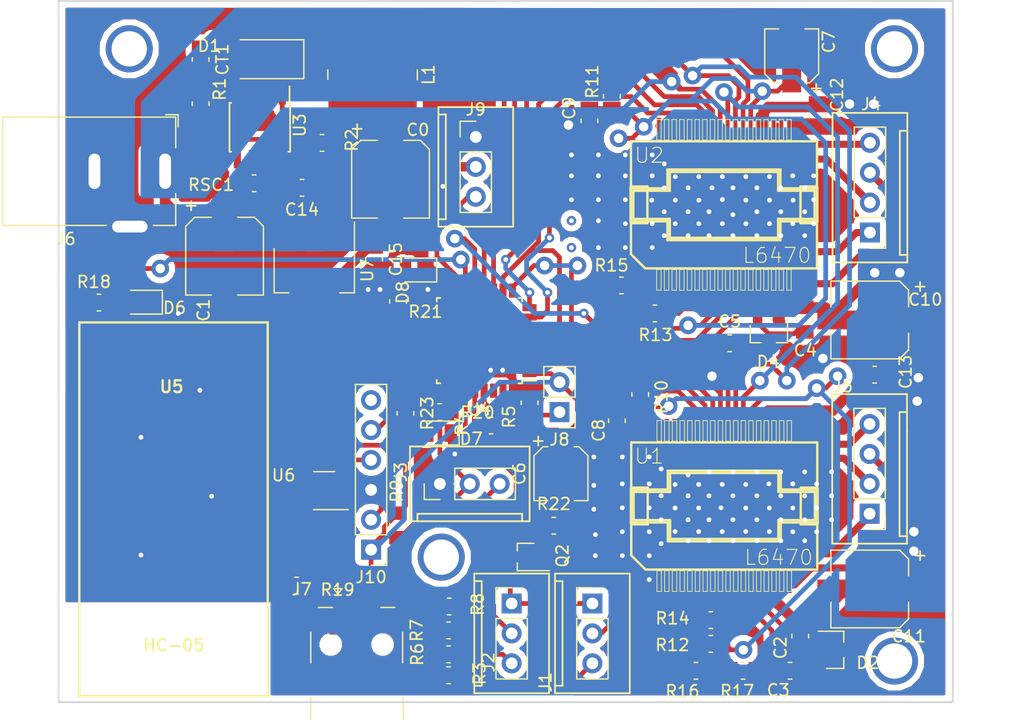
<source format=kicad_pcb>
(kicad_pcb (version 20171130) (host pcbnew 5.0.0-rc2-dev-unknown-b813eac~63~ubuntu16.04.1)

  (general
    (thickness 1.6)
    (drawings 10)
    (tracks 1132)
    (zones 0)
    (modules 66)
    (nets 106)
  )

  (page A4)
  (layers
    (0 F.Cu signal)
    (31 B.Cu signal)
    (32 B.Adhes user)
    (33 F.Adhes user)
    (34 B.Paste user)
    (35 F.Paste user)
    (36 B.SilkS user hide)
    (37 F.SilkS user)
    (38 B.Mask user)
    (39 F.Mask user hide)
    (40 Dwgs.User user)
    (41 Cmts.User user)
    (42 Eco1.User user hide)
    (43 Eco2.User user)
    (44 Edge.Cuts user)
    (45 Margin user)
    (46 B.CrtYd user)
    (47 F.CrtYd user)
    (48 B.Fab user)
    (49 F.Fab user)
  )

  (setup
    (last_trace_width 0.4)
    (trace_clearance 0.2)
    (zone_clearance 0.508)
    (zone_45_only yes)
    (trace_min 0.2)
    (segment_width 0.2)
    (edge_width 0.15)
    (via_size 0.8)
    (via_drill 0.4)
    (via_min_size 0.4)
    (via_min_drill 0.3)
    (user_via 4 3)
    (uvia_size 0.3)
    (uvia_drill 0.1)
    (uvias_allowed no)
    (uvia_min_size 0.2)
    (uvia_min_drill 0.1)
    (pcb_text_width 0.3)
    (pcb_text_size 1.5 1.5)
    (mod_edge_width 0.15)
    (mod_text_size 1 1)
    (mod_text_width 0.15)
    (pad_size 1.55 0.6)
    (pad_drill 0)
    (pad_to_mask_clearance 0.2)
    (aux_axis_origin 0 0)
    (visible_elements FFFFFF7F)
    (pcbplotparams
      (layerselection 0x01030_ffffffff)
      (usegerberextensions false)
      (usegerberattributes false)
      (usegerberadvancedattributes false)
      (creategerberjobfile false)
      (excludeedgelayer true)
      (linewidth 0.100000)
      (plotframeref false)
      (viasonmask false)
      (mode 1)
      (useauxorigin false)
      (hpglpennumber 1)
      (hpglpenspeed 20)
      (hpglpendiameter 15)
      (psnegative false)
      (psa4output false)
      (plotreference true)
      (plotvalue true)
      (plotinvisibletext false)
      (padsonsilk false)
      (subtractmaskfromsilk false)
      (outputformat 1)
      (mirror false)
      (drillshape 0)
      (scaleselection 1)
      (outputdirectory gerber/))
  )

  (net 0 "")
  (net 1 +3V3)
  (net 2 GND)
  (net 3 +BATT)
  (net 4 "Net-(C2-Pad2)")
  (net 5 "Net-(C3-Pad2)")
  (net 6 "Net-(C3-Pad1)")
  (net 7 "Net-(C4-Pad2)")
  (net 8 "Net-(C5-Pad2)")
  (net 9 "Net-(C5-Pad1)")
  (net 10 "Net-(CT1-Pad1)")
  (net 11 "Net-(D1-Pad1)")
  (net 12 "Net-(J1-Pad3)")
  (net 13 POS_X)
  (net 14 "Net-(J1-Pad1)")
  (net 15 "Net-(J2-Pad3)")
  (net 16 POS_Y)
  (net 17 NEEDLE)
  (net 18 "Net-(J3-Pad3)")
  (net 19 "Net-(R1-Pad1)")
  (net 20 /BOOT0)
  (net 21 "Net-(R12-Pad2)")
  (net 22 "Net-(R13-Pad2)")
  (net 23 "Net-(R14-Pad1)")
  (net 24 "Net-(R15-Pad1)")
  (net 25 "Net-(R16-Pad2)")
  (net 26 "Net-(RSC1-Pad1)")
  (net 27 /MOT1_2A)
  (net 28 "Net-(U1-Pad32)")
  (net 29 /FLAGn1)
  (net 30 /BUSYn1)
  (net 31 /MOSI)
  (net 32 /SPICLK)
  (net 33 /MISO)
  (net 34 /MOT1_2B)
  (net 35 /MOT1_1B)
  (net 36 "Net-(U1-Pad11)")
  (net 37 "Net-(U1-Pad10)")
  (net 38 /MOT1_1A)
  (net 39 /MOT2_1A)
  (net 40 "Net-(U2-Pad8)")
  (net 41 "Net-(U2-Pad10)")
  (net 42 "Net-(U2-Pad11)")
  (net 43 /MOT2_1B)
  (net 44 /MOT2_2B)
  (net 45 /BUSYn2)
  (net 46 /FLAGn2)
  (net 47 "Net-(U2-Pad32)")
  (net 48 /MOT2_2A)
  (net 49 /BT_RX)
  (net 50 /BT_TX)
  (net 51 "Net-(D6-Pad2)")
  (net 52 "Net-(U5-Pad14)")
  (net 53 "Net-(U5-Pad15)")
  (net 54 "Net-(U5-Pad16)")
  (net 55 "Net-(U5-Pad17)")
  (net 56 "Net-(U5-Pad18)")
  (net 57 "Net-(U5-Pad19)")
  (net 58 "Net-(U5-Pad20)")
  (net 59 "Net-(U5-Pad3)")
  (net 60 "Net-(U5-Pad4)")
  (net 61 "Net-(U5-Pad5)")
  (net 62 "Net-(U5-Pad6)")
  (net 63 "Net-(U5-Pad7)")
  (net 64 "Net-(U5-Pad8)")
  (net 65 "Net-(U5-Pad9)")
  (net 66 "Net-(U5-Pad10)")
  (net 67 "Net-(U5-Pad11)")
  (net 68 "Net-(U5-Pad23)")
  (net 69 "Net-(U5-Pad25)")
  (net 70 "Net-(U5-Pad26)")
  (net 71 "Net-(U5-Pad27)")
  (net 72 "Net-(U5-Pad28)")
  (net 73 "Net-(U5-Pad29)")
  (net 74 "Net-(U5-Pad30)")
  (net 75 "Net-(U5-Pad31)")
  (net 76 "Net-(U5-Pad32)")
  (net 77 "Net-(U5-Pad33)")
  (net 78 "Net-(U5-Pad34)")
  (net 79 "Net-(J7-Pad1)")
  (net 80 "Net-(J7-Pad4)")
  (net 81 "Net-(D7-Pad2)")
  (net 82 "Net-(D8-Pad2)")
  (net 83 "Net-(R20-Pad1)")
  (net 84 "Net-(R21-Pad1)")
  (net 85 "Net-(U6-Pad3)")
  (net 86 "Net-(U6-Pad6)")
  (net 87 "Net-(U6-Pad5)")
  (net 88 /VDD_U1)
  (net 89 /VDD_U2)
  (net 90 /LED_BT)
  (net 91 /USB_N)
  (net 92 /USB_P)
  (net 93 /CSn)
  (net 94 /DAISY1TO2)
  (net 95 "Net-(U4-Pad3)")
  (net 96 POS_EN)
  (net 97 "Net-(U4-Pad30)")
  (net 98 +5V)
  (net 99 "Net-(U4-Pad2)")
  (net 100 FOOT)
  (net 101 "Net-(Q2-Pad1)")
  (net 102 /SWCLK)
  (net 103 /SWDIO)
  (net 104 "Net-(J10-Pad6)")
  (net 105 /NRST)

  (net_class Default "This is the default net class."
    (clearance 0.2)
    (trace_width 0.4)
    (via_dia 0.8)
    (via_drill 0.4)
    (uvia_dia 0.3)
    (uvia_drill 0.1)
    (add_net +3V3)
    (add_net /BOOT0)
    (add_net /BT_RX)
    (add_net /BT_TX)
    (add_net /BUSYn1)
    (add_net /BUSYn2)
    (add_net /CSn)
    (add_net /DAISY1TO2)
    (add_net /FLAGn1)
    (add_net /FLAGn2)
    (add_net /LED_BT)
    (add_net /MISO)
    (add_net /MOSI)
    (add_net /NRST)
    (add_net /SPICLK)
    (add_net /SWCLK)
    (add_net /SWDIO)
    (add_net /USB_N)
    (add_net /USB_P)
    (add_net /VDD_U1)
    (add_net /VDD_U2)
    (add_net FOOT)
    (add_net GND)
    (add_net NEEDLE)
    (add_net "Net-(C2-Pad2)")
    (add_net "Net-(C3-Pad1)")
    (add_net "Net-(C3-Pad2)")
    (add_net "Net-(C4-Pad2)")
    (add_net "Net-(C5-Pad1)")
    (add_net "Net-(C5-Pad2)")
    (add_net "Net-(CT1-Pad1)")
    (add_net "Net-(D1-Pad1)")
    (add_net "Net-(D6-Pad2)")
    (add_net "Net-(D7-Pad2)")
    (add_net "Net-(D8-Pad2)")
    (add_net "Net-(J1-Pad1)")
    (add_net "Net-(J1-Pad3)")
    (add_net "Net-(J10-Pad6)")
    (add_net "Net-(J2-Pad3)")
    (add_net "Net-(J3-Pad3)")
    (add_net "Net-(J7-Pad1)")
    (add_net "Net-(J7-Pad4)")
    (add_net "Net-(Q2-Pad1)")
    (add_net "Net-(R1-Pad1)")
    (add_net "Net-(R12-Pad2)")
    (add_net "Net-(R13-Pad2)")
    (add_net "Net-(R14-Pad1)")
    (add_net "Net-(R15-Pad1)")
    (add_net "Net-(R16-Pad2)")
    (add_net "Net-(R20-Pad1)")
    (add_net "Net-(R21-Pad1)")
    (add_net "Net-(RSC1-Pad1)")
    (add_net "Net-(U1-Pad10)")
    (add_net "Net-(U1-Pad11)")
    (add_net "Net-(U1-Pad32)")
    (add_net "Net-(U2-Pad10)")
    (add_net "Net-(U2-Pad11)")
    (add_net "Net-(U2-Pad32)")
    (add_net "Net-(U2-Pad8)")
    (add_net "Net-(U4-Pad2)")
    (add_net "Net-(U4-Pad3)")
    (add_net "Net-(U4-Pad30)")
    (add_net "Net-(U5-Pad10)")
    (add_net "Net-(U5-Pad11)")
    (add_net "Net-(U5-Pad14)")
    (add_net "Net-(U5-Pad15)")
    (add_net "Net-(U5-Pad16)")
    (add_net "Net-(U5-Pad17)")
    (add_net "Net-(U5-Pad18)")
    (add_net "Net-(U5-Pad19)")
    (add_net "Net-(U5-Pad20)")
    (add_net "Net-(U5-Pad23)")
    (add_net "Net-(U5-Pad25)")
    (add_net "Net-(U5-Pad26)")
    (add_net "Net-(U5-Pad27)")
    (add_net "Net-(U5-Pad28)")
    (add_net "Net-(U5-Pad29)")
    (add_net "Net-(U5-Pad3)")
    (add_net "Net-(U5-Pad30)")
    (add_net "Net-(U5-Pad31)")
    (add_net "Net-(U5-Pad32)")
    (add_net "Net-(U5-Pad33)")
    (add_net "Net-(U5-Pad34)")
    (add_net "Net-(U5-Pad4)")
    (add_net "Net-(U5-Pad5)")
    (add_net "Net-(U5-Pad6)")
    (add_net "Net-(U5-Pad7)")
    (add_net "Net-(U5-Pad8)")
    (add_net "Net-(U5-Pad9)")
    (add_net "Net-(U6-Pad3)")
    (add_net "Net-(U6-Pad5)")
    (add_net "Net-(U6-Pad6)")
    (add_net POS_EN)
    (add_net POS_X)
    (add_net POS_Y)
  )

  (net_class 5V ""
    (clearance 0.2)
    (trace_width 0.8)
    (via_dia 0.8)
    (via_drill 0.4)
    (uvia_dia 0.3)
    (uvia_drill 0.1)
    (add_net +5V)
  )

  (net_class "power drivers" ""
    (clearance 0.2)
    (trace_width 0.9)
    (via_dia 0.8)
    (via_drill 0.4)
    (uvia_dia 0.3)
    (uvia_drill 0.1)
    (add_net +BATT)
  )

  (net_class "power motors" ""
    (clearance 0.1)
    (trace_width 0.6)
    (via_dia 0.8)
    (via_drill 0.4)
    (uvia_dia 0.3)
    (uvia_drill 0.1)
    (add_net /MOT1_1A)
    (add_net /MOT1_1B)
    (add_net /MOT1_2A)
    (add_net /MOT1_2B)
    (add_net /MOT2_1A)
    (add_net /MOT2_1B)
    (add_net /MOT2_2A)
    (add_net /MOT2_2B)
  )

  (module Capacitor_SMD:CP_Elec_6.3x7.7 (layer F.Cu) (tedit 58AA8B76) (tstamp 5DC6724A)
    (at 147.193 82.075 270)
    (descr "SMT capacitor, aluminium electrolytic, 6.3x7.7")
    (path /5AA5E29F)
    (attr smd)
    (fp_text reference C0 (at -4.1922 -2.3229) (layer F.SilkS)
      (effects (font (size 1 1) (thickness 0.15)))
    )
    (fp_text value 100u (at 0.0578 -4.2229 90) (layer F.Fab)
      (effects (font (size 1 1) (thickness 0.15)))
    )
    (fp_line (start 4.7 3.4) (end -4.7 3.4) (layer F.CrtYd) (width 0.05))
    (fp_line (start 4.7 3.4) (end 4.7 -3.4) (layer F.CrtYd) (width 0.05))
    (fp_line (start -4.7 -3.4) (end -4.7 3.4) (layer F.CrtYd) (width 0.05))
    (fp_line (start -4.7 -3.4) (end 4.7 -3.4) (layer F.CrtYd) (width 0.05))
    (fp_line (start -2.54 -3.3) (end 3.3 -3.3) (layer F.SilkS) (width 0.12))
    (fp_line (start -3.3 -2.54) (end -2.54 -3.3) (layer F.SilkS) (width 0.12))
    (fp_line (start -2.54 3.3) (end -3.3 2.54) (layer F.SilkS) (width 0.12))
    (fp_line (start 3.3 3.3) (end -2.54 3.3) (layer F.SilkS) (width 0.12))
    (fp_line (start -3.3 -2.54) (end -3.3 -1.12) (layer F.SilkS) (width 0.12))
    (fp_line (start 3.3 -3.3) (end 3.3 -1.12) (layer F.SilkS) (width 0.12))
    (fp_line (start 3.3 3.3) (end 3.3 1.12) (layer F.SilkS) (width 0.12))
    (fp_line (start -3.3 2.54) (end -3.3 1.12) (layer F.SilkS) (width 0.12))
    (fp_line (start 3.15 -3.15) (end -2.48 -3.15) (layer F.Fab) (width 0.1))
    (fp_line (start -2.48 -3.15) (end -3.15 -2.48) (layer F.Fab) (width 0.1))
    (fp_line (start -3.15 -2.48) (end -3.15 2.48) (layer F.Fab) (width 0.1))
    (fp_line (start -3.15 2.48) (end -2.48 3.15) (layer F.Fab) (width 0.1))
    (fp_line (start -2.48 3.15) (end 3.15 3.15) (layer F.Fab) (width 0.1))
    (fp_line (start 3.15 3.15) (end 3.15 -3.15) (layer F.Fab) (width 0.1))
    (fp_text user %R (at -0.0922 0.5271) (layer F.Fab)
      (effects (font (size 1 1) (thickness 0.15)))
    )
    (fp_text user + (at -4.28 2.91 270) (layer F.SilkS)
      (effects (font (size 1 1) (thickness 0.15)))
    )
    (fp_text user + (at -1.73 -0.08 270) (layer F.Fab)
      (effects (font (size 1 1) (thickness 0.15)))
    )
    (fp_circle (center 0 0) (end 0.5 3) (layer F.Fab) (width 0.1))
    (pad 2 smd rect (at 2.7 0 90) (size 3.5 1.6) (layers F.Cu F.Paste F.Mask)
      (net 2 GND))
    (pad 1 smd rect (at -2.7 0 90) (size 3.5 1.6) (layers F.Cu F.Paste F.Mask)
      (net 98 +5V))
    (model ${KISYS3DMOD}/Capacitor_SMD.3dshapes/CP_Elec_6.3x7.7.wrl
      (at (xyz 0 0 0))
      (scale (xyz 1 1 1))
      (rotate (xyz 0 0 0))
    )
  )

  (module OE_lib:connector_NSK254_1x03 (layer F.Cu) (tedit 5951267E) (tstamp 5DCEF054)
    (at 151.384 107.95 90)
    (descr NSK245_1x03)
    (tags "Through hole NSK 1x03 2.54mm single row")
    (path /5AB2A00F)
    (fp_text reference J3 (at 0.999 -3.31934 90) (layer F.SilkS)
      (effects (font (size 1 1) (thickness 0.15)))
    )
    (fp_text value CONN_NEEDLE (at 2.649 1.68066 180) (layer F.Fab)
      (effects (font (size 1 1) (thickness 0.15)))
    )
    (fp_line (start -2.54 6.985) (end -3.175 6.985) (layer F.SilkS) (width 0.15))
    (fp_line (start -3.175 -1.905) (end -2.54 -1.905) (layer F.SilkS) (width 0.15))
    (fp_line (start -2.54 -1.905) (end -2.54 6.985) (layer F.SilkS) (width 0.15))
    (fp_line (start -3.175 6.985) (end -3.175 7.62) (layer F.SilkS) (width 0.15))
    (fp_line (start -3.175 7.62) (end 3.175 7.62) (layer F.SilkS) (width 0.15))
    (fp_line (start 3.175 7.62) (end 3.175 6.985) (layer F.SilkS) (width 0.15))
    (fp_line (start -3.175 -1.905) (end -3.175 -2.54) (layer F.SilkS) (width 0.15))
    (fp_line (start -3.175 -2.54) (end 3.175 -2.54) (layer F.SilkS) (width 0.15))
    (fp_line (start 3.175 -2.54) (end 3.175 -1.905) (layer F.SilkS) (width 0.15))
    (fp_line (start 3.175 -1.905) (end 3.175 6.985) (layer F.SilkS) (width 0.15))
    (fp_line (start -3.175 6.985) (end -3.175 -1.905) (layer F.SilkS) (width 0.15))
    (fp_line (start -1.27 -1.27) (end -1.27 6.35) (layer F.Fab) (width 0.1))
    (fp_line (start -1.27 6.35) (end 1.27 6.35) (layer F.Fab) (width 0.1))
    (fp_line (start 1.27 6.35) (end 1.27 -1.27) (layer F.Fab) (width 0.1))
    (fp_line (start 1.27 -1.27) (end -1.27 -1.27) (layer F.Fab) (width 0.1))
    (fp_line (start -1.33 1.27) (end -1.33 6.41) (layer F.SilkS) (width 0.12))
    (fp_line (start -1.33 6.41) (end 1.33 6.41) (layer F.SilkS) (width 0.12))
    (fp_line (start 1.33 6.41) (end 1.33 1.27) (layer F.SilkS) (width 0.12))
    (fp_line (start 1.33 1.27) (end -1.33 1.27) (layer F.SilkS) (width 0.12))
    (fp_line (start -1.33 0) (end -1.33 -1.33) (layer F.SilkS) (width 0.12))
    (fp_line (start -1.33 -1.33) (end 0 -1.33) (layer F.SilkS) (width 0.12))
    (fp_line (start -1.8 -1.8) (end -1.8 6.85) (layer F.CrtYd) (width 0.05))
    (fp_line (start -1.8 6.85) (end 1.8 6.85) (layer F.CrtYd) (width 0.05))
    (fp_line (start 1.8 6.85) (end 1.8 -1.8) (layer F.CrtYd) (width 0.05))
    (fp_line (start 1.8 -1.8) (end -1.8 -1.8) (layer F.CrtYd) (width 0.05))
    (fp_text user %R (at -0.051 -2.01934 270) (layer F.Fab)
      (effects (font (size 1 1) (thickness 0.15)))
    )
    (pad 1 thru_hole rect (at 0 0 90) (size 1.7 1.7) (drill 1) (layers *.Cu *.Mask)
      (net 2 GND))
    (pad 2 thru_hole oval (at 0 2.54 90) (size 1.7 1.7) (drill 1) (layers *.Cu *.Mask)
      (net 17 NEEDLE))
    (pad 3 thru_hole oval (at 0 5.08 90) (size 1.7 1.7) (drill 1) (layers *.Cu *.Mask)
      (net 18 "Net-(J3-Pad3)"))
    (model ${KISYS3DMOD}/Pin_Headers.3dshapes/Pin_Header_Straight_1x03_Pitch2.54mm.wrl
      (offset (xyz 0 -2.539999961853027 0))
      (scale (xyz 1 1 1))
      (rotate (xyz 0 0 90))
    )
  )

  (module Resistor_SMD:R_0805_2012Metric_Pad1.15x1.50mm_HandSolder (layer F.Cu) (tedit 59FE48B8) (tstamp 5DC2E10E)
    (at 161.0625 111.506)
    (descr "Resistor SMD 0805 (2012 Metric), square (rectangular) end terminal, IPC_7351 nominal with elongated pad for handsoldering. (Body size source: http://www.tortai-tech.com/upload/download/2011102023233369053.pdf), generated with kicad-footprint-generator")
    (tags "resistor handsolder")
    (path /5DC98E66)
    (attr smd)
    (fp_text reference R22 (at 0 -1.85) (layer F.SilkS)
      (effects (font (size 1 1) (thickness 0.15)))
    )
    (fp_text value 50 (at 0 1.85) (layer F.Fab)
      (effects (font (size 1 1) (thickness 0.15)))
    )
    (fp_line (start -1 0.6) (end -1 -0.6) (layer F.Fab) (width 0.1))
    (fp_line (start -1 -0.6) (end 1 -0.6) (layer F.Fab) (width 0.1))
    (fp_line (start 1 -0.6) (end 1 0.6) (layer F.Fab) (width 0.1))
    (fp_line (start 1 0.6) (end -1 0.6) (layer F.Fab) (width 0.1))
    (fp_line (start -0.15 -0.71) (end 0.15 -0.71) (layer F.SilkS) (width 0.12))
    (fp_line (start -0.15 0.71) (end 0.15 0.71) (layer F.SilkS) (width 0.12))
    (fp_line (start -1.86 1) (end -1.86 -1) (layer F.CrtYd) (width 0.05))
    (fp_line (start -1.86 -1) (end 1.86 -1) (layer F.CrtYd) (width 0.05))
    (fp_line (start 1.86 -1) (end 1.86 1) (layer F.CrtYd) (width 0.05))
    (fp_line (start 1.86 1) (end -1.86 1) (layer F.CrtYd) (width 0.05))
    (fp_text user %R (at 0 0) (layer F.Fab)
      (effects (font (size 0.5 0.5) (thickness 0.08)))
    )
    (pad 1 smd rect (at -1.0425 0) (size 1.145 1.5) (layers F.Cu F.Paste F.Mask)
      (net 96 POS_EN))
    (pad 2 smd rect (at 1.0425 0) (size 1.145 1.5) (layers F.Cu F.Paste F.Mask)
      (net 101 "Net-(Q2-Pad1)"))
    (model ${KISYS3DMOD}/Resistor_SMD.3dshapes/R_0805_2012Metric.wrl
      (at (xyz 0 0 0))
      (scale (xyz 1 1 1))
      (rotate (xyz 0 0 0))
    )
  )

  (module OE_lib:HC-05 (layer F.Cu) (tedit 5AB7BCE7) (tstamp 5AA58402)
    (at 128.76262 108.98582 180)
    (tags "HC-05, bluetooth")
    (path /5AA867D0)
    (fp_text reference U5 (at 0.16262 9.28582 180) (layer F.SilkS)
      (effects (font (size 1 1) (thickness 0.2)))
    )
    (fp_text value HC-05 (at -0.03738 -12.66418 180) (layer F.SilkS)
      (effects (font (size 1 1) (thickness 0.2)))
    )
    (fp_line (start 7 -16.25) (end 7 -7.5) (layer Dwgs.User) (width 0.2))
    (fp_line (start -7 -7.5) (end -7 -16.25) (layer Dwgs.User) (width 0.2))
    (fp_line (start 7 13.25) (end 6.25 13.25) (layer Dwgs.User) (width 0.2))
    (fp_line (start 7 13.25) (end 7 12.5) (layer Dwgs.User) (width 0.2))
    (fp_line (start -7 13.25) (end -6.25 13.25) (layer Dwgs.User) (width 0.2))
    (fp_line (start -7 13.25) (end -7 12.5) (layer Dwgs.User) (width 0.2))
    (fp_line (start 7 -16.25) (end -7 -16.25) (layer Dwgs.User) (width 0.2))
    (fp_text user "NOT VERIFIED YET" (at 0 -20.25 180) (layer F.SilkS) hide
      (effects (font (size 1.5 1.5) (thickness 0.2)))
    )
    (fp_line (start -8 14.75) (end -8 -17) (layer F.SilkS) (width 0.2))
    (fp_line (start -8 -17) (end 8 -17) (layer F.SilkS) (width 0.2))
    (fp_line (start 8 -17) (end 8 14.75) (layer F.SilkS) (width 0.2))
    (fp_line (start 8 14.75) (end -8 14.75) (layer F.SilkS) (width 0.2))
    (pad 14 smd rect (at -5.25 13.25 180) (size 1 1.8) (layers F.Cu F.Paste F.Mask)
      (net 52 "Net-(U5-Pad14)"))
    (pad 15 smd rect (at -3.75 13.25 180) (size 1 1.8) (layers F.Cu F.Paste F.Mask)
      (net 53 "Net-(U5-Pad15)"))
    (pad 16 smd rect (at -2.25 13.25 180) (size 1 1.8) (layers F.Cu F.Paste F.Mask)
      (net 54 "Net-(U5-Pad16)"))
    (pad 17 smd rect (at -0.75 13.25 180) (size 1 1.8) (layers F.Cu F.Paste F.Mask)
      (net 55 "Net-(U5-Pad17)"))
    (pad 18 smd rect (at 0.75 13.25 180) (size 1 1.8) (layers F.Cu F.Paste F.Mask)
      (net 56 "Net-(U5-Pad18)"))
    (pad 19 smd rect (at 2.25 13.25 180) (size 1 1.8) (layers F.Cu F.Paste F.Mask)
      (net 57 "Net-(U5-Pad19)"))
    (pad 20 smd rect (at 3.75 13.25 180) (size 1 1.8) (layers F.Cu F.Paste F.Mask)
      (net 58 "Net-(U5-Pad20)"))
    (pad 21 smd rect (at 5.25 13.25 180) (size 1 1.8) (layers F.Cu F.Paste F.Mask)
      (net 2 GND))
    (pad 1 smd rect (at -6.5 -6.5 270) (size 1 2) (layers F.Cu F.Paste F.Mask)
      (net 50 /BT_TX))
    (pad 2 smd rect (at -6.5 -5 270) (size 1 2) (layers F.Cu F.Paste F.Mask)
      (net 49 /BT_RX))
    (pad 3 smd rect (at -6.5 -3.5 270) (size 1 2) (layers F.Cu F.Paste F.Mask)
      (net 59 "Net-(U5-Pad3)"))
    (pad 4 smd rect (at -6.5 -2 270) (size 1 2) (layers F.Cu F.Paste F.Mask)
      (net 60 "Net-(U5-Pad4)"))
    (pad 5 smd rect (at -6.5 -0.5 270) (size 1 2) (layers F.Cu F.Paste F.Mask)
      (net 61 "Net-(U5-Pad5)"))
    (pad 6 smd rect (at -6.5 1 270) (size 1 2) (layers F.Cu F.Paste F.Mask)
      (net 62 "Net-(U5-Pad6)"))
    (pad 7 smd rect (at -6.5 2.5 270) (size 1 2) (layers F.Cu F.Paste F.Mask)
      (net 63 "Net-(U5-Pad7)"))
    (pad 8 smd rect (at -6.5 4 270) (size 1 2) (layers F.Cu F.Paste F.Mask)
      (net 64 "Net-(U5-Pad8)"))
    (pad 9 smd rect (at -6.5 5.5 270) (size 1 2) (layers F.Cu F.Paste F.Mask)
      (net 65 "Net-(U5-Pad9)"))
    (pad 10 smd rect (at -6.5 7 270) (size 1 2) (layers F.Cu F.Paste F.Mask)
      (net 66 "Net-(U5-Pad10)"))
    (pad 11 smd rect (at -6.5 8.5 270) (size 1 2) (layers F.Cu F.Paste F.Mask)
      (net 67 "Net-(U5-Pad11)"))
    (pad 12 smd rect (at -6.5 10 270) (size 1 2) (layers F.Cu F.Paste F.Mask)
      (net 1 +3V3))
    (pad 13 smd rect (at -6.5 11.5 270) (size 1 2) (layers F.Cu F.Paste F.Mask)
      (net 2 GND))
    (pad 22 smd rect (at 6.5 11.5 180) (size 2 1) (layers F.Cu F.Paste F.Mask)
      (net 2 GND))
    (pad 23 smd rect (at 6.5 10 180) (size 2 1) (layers F.Cu F.Paste F.Mask)
      (net 68 "Net-(U5-Pad23)"))
    (pad 24 smd rect (at 6.5 8.5 180) (size 2 1) (layers F.Cu F.Paste F.Mask)
      (net 90 /LED_BT))
    (pad 25 smd rect (at 6.5 7 180) (size 2 1) (layers F.Cu F.Paste F.Mask)
      (net 69 "Net-(U5-Pad25)"))
    (pad 26 smd rect (at 6.5 5.5 180) (size 2 1) (layers F.Cu F.Paste F.Mask)
      (net 70 "Net-(U5-Pad26)"))
    (pad 27 smd rect (at 6.5 4 180) (size 2 1) (layers F.Cu F.Paste F.Mask)
      (net 71 "Net-(U5-Pad27)"))
    (pad 28 smd rect (at 6.5 2.5 180) (size 2 1) (layers F.Cu F.Paste F.Mask)
      (net 72 "Net-(U5-Pad28)"))
    (pad 29 smd rect (at 6.5 1 180) (size 2 1) (layers F.Cu F.Paste F.Mask)
      (net 73 "Net-(U5-Pad29)"))
    (pad 30 smd rect (at 6.5 -0.5 180) (size 2 1) (layers F.Cu F.Paste F.Mask)
      (net 74 "Net-(U5-Pad30)"))
    (pad 31 smd rect (at 6.5 -2 180) (size 2 1) (layers F.Cu F.Paste F.Mask)
      (net 75 "Net-(U5-Pad31)"))
    (pad 32 smd rect (at 6.5 -3.5 180) (size 2 1) (layers F.Cu F.Paste F.Mask)
      (net 76 "Net-(U5-Pad32)"))
    (pad 33 smd rect (at 6.5 -5 180) (size 2 1) (layers F.Cu F.Paste F.Mask)
      (net 77 "Net-(U5-Pad33)"))
    (pad 34 smd rect (at 6.5 -6.5 180) (size 2 1) (layers F.Cu F.Paste F.Mask)
      (net 78 "Net-(U5-Pad34)"))
  )

  (module OE_lib:connector_NSK254_1x04_angle (layer F.Cu) (tedit 59512AC2) (tstamp 5AB132F2)
    (at 187.88126 110.4872 180)
    (descr NSK245_1x04)
    (tags "Through hole NSK 1x04 2.54mm single row")
    (path /5AD04D17)
    (fp_text reference J5 (at 2.26726 10.8372 180) (layer F.SilkS)
      (effects (font (size 1 1) (thickness 0.15)))
    )
    (fp_text value CONN_MOT1 (at 2.06726 3.5372 270) (layer F.Fab)
      (effects (font (size 1 1) (thickness 0.15)))
    )
    (fp_text user %R (at 3.31726 2.8872 270) (layer F.Fab)
      (effects (font (size 1 1) (thickness 0.15)))
    )
    (fp_line (start -1.33 -1.33) (end 0 -1.33) (layer F.SilkS) (width 0.12))
    (fp_line (start -1.33 0) (end -1.33 -1.33) (layer F.SilkS) (width 0.12))
    (fp_line (start 1.33 1.27) (end -1.33 1.27) (layer F.SilkS) (width 0.12))
    (fp_line (start 1.32588 8.95096) (end 1.33 1.27) (layer F.SilkS) (width 0.12))
    (fp_line (start -1.33 8.95) (end 1.33 8.95) (layer F.SilkS) (width 0.12))
    (fp_line (start -1.33 1.27) (end -1.33096 8.95096) (layer F.SilkS) (width 0.12))
    (fp_line (start 1.27 -1.27) (end -1.27 -1.27) (layer F.Fab) (width 0.1))
    (fp_line (start 1.27 8.89) (end 1.27 -1.27) (layer F.Fab) (width 0.1))
    (fp_line (start -1.27 8.89) (end 1.27 8.89) (layer F.Fab) (width 0.1))
    (fp_line (start -1.27 -1.27) (end -1.2954 8.89) (layer F.Fab) (width 0.1))
    (fp_line (start -3.175 6.985) (end -3.175 -1.905) (layer F.SilkS) (width 0.15))
    (fp_line (start 3.175 -1.905) (end 3.175 9.525) (layer F.SilkS) (width 0.15))
    (fp_line (start 3.175 -2.54) (end 3.175 -1.905) (layer F.SilkS) (width 0.15))
    (fp_line (start -3.175 -2.54) (end 3.175 -2.54) (layer F.SilkS) (width 0.15))
    (fp_line (start -3.175 -1.905) (end -3.175 -2.54) (layer F.SilkS) (width 0.15))
    (fp_line (start 3.175 10.16) (end 3.175 9.525) (layer F.SilkS) (width 0.15))
    (fp_line (start -3.175 10.16) (end 3.175 10.16) (layer F.SilkS) (width 0.15))
    (fp_line (start -3.175 6.985) (end -3.175 10.16) (layer F.SilkS) (width 0.15))
    (fp_line (start -2.54 -1.905) (end -2.54 8.636) (layer F.SilkS) (width 0.15))
    (fp_line (start -3.175 -1.905) (end -2.54 -1.905) (layer F.SilkS) (width 0.15))
    (fp_line (start -2.54 8.636) (end -3.175 8.636) (layer F.SilkS) (width 0.15))
    (fp_line (start -1.778 -1.524) (end -5.461 -1.524) (layer F.CrtYd) (width 0.05))
    (fp_line (start -13.081 0) (end -13.081 7.62) (layer F.CrtYd) (width 0.05))
    (fp_line (start -5.461 9.017) (end -1.778 9.017) (layer F.CrtYd) (width 0.05))
    (fp_line (start -5.461 9.017) (end -5.461 -1.524) (layer F.CrtYd) (width 0.05))
    (fp_line (start -12.827 -0.254) (end -5.461 -0.254) (layer F.CrtYd) (width 0.05))
    (fp_line (start -12.827 7.874) (end -5.461 7.874) (layer F.CrtYd) (width 0.05))
    (fp_line (start -1.778 -1.524) (end -1.778 9.017) (layer F.CrtYd) (width 0.05))
    (fp_line (start -1.778 -0.762) (end -2.159 -0.762) (layer F.CrtYd) (width 0.05))
    (fp_line (start -2.159 -0.762) (end -2.159 0.508) (layer F.CrtYd) (width 0.05))
    (fp_line (start -2.159 0.508) (end -1.778 0.508) (layer F.CrtYd) (width 0.05))
    (fp_line (start -2.159 3.175) (end -1.778 3.175) (layer F.CrtYd) (width 0.05))
    (fp_line (start -1.778 1.905) (end -2.159 1.905) (layer F.CrtYd) (width 0.05))
    (fp_line (start -2.159 1.905) (end -2.159 3.175) (layer F.CrtYd) (width 0.05))
    (fp_line (start -2.159 5.715) (end -1.778 5.715) (layer F.CrtYd) (width 0.05))
    (fp_line (start -2.159 4.445) (end -2.159 5.715) (layer F.CrtYd) (width 0.05))
    (fp_line (start -1.778 4.445) (end -2.159 4.445) (layer F.CrtYd) (width 0.05))
    (fp_arc (start -12.827 0) (end -12.827 -0.254) (angle -90) (layer F.CrtYd) (width 0.05))
    (fp_arc (start -12.827 7.62) (end -13.081 7.62) (angle -90) (layer F.CrtYd) (width 0.05))
    (fp_line (start 0 -0.254) (end -12.065 -0.254) (layer F.CrtYd) (width 0.15))
    (fp_line (start -12.065 -0.254) (end -12.192 -0.127) (layer F.CrtYd) (width 0.15))
    (fp_line (start -12.192 -0.127) (end -12.192 0.127) (layer F.CrtYd) (width 0.15))
    (fp_line (start -12.192 0.127) (end -12.065 0.254) (layer F.CrtYd) (width 0.15))
    (fp_line (start -12.065 0.254) (end 0 0.254) (layer F.CrtYd) (width 0.15))
    (fp_line (start -12.192 2.667) (end -12.065 2.794) (layer F.CrtYd) (width 0.15))
    (fp_line (start 0 2.286) (end -12.065 2.286) (layer F.CrtYd) (width 0.15))
    (fp_line (start -12.192 2.413) (end -12.192 2.667) (layer F.CrtYd) (width 0.15))
    (fp_line (start -12.065 2.794) (end 0 2.794) (layer F.CrtYd) (width 0.15))
    (fp_line (start -12.065 2.286) (end -12.192 2.413) (layer F.CrtYd) (width 0.15))
    (fp_line (start -12.192 4.953) (end -12.192 5.207) (layer F.CrtYd) (width 0.15))
    (fp_line (start -12.065 4.826) (end -12.192 4.953) (layer F.CrtYd) (width 0.15))
    (fp_line (start -12.192 5.207) (end -12.065 5.334) (layer F.CrtYd) (width 0.15))
    (fp_line (start 0 4.826) (end -12.065 4.826) (layer F.CrtYd) (width 0.15))
    (fp_line (start -12.065 5.334) (end 0 5.334) (layer F.CrtYd) (width 0.15))
    (fp_line (start 0 7.366) (end -12.065 7.366) (layer F.CrtYd) (width 0.15))
    (fp_line (start -12.065 7.366) (end -12.192 7.493) (layer F.CrtYd) (width 0.15))
    (fp_line (start -2.159 6.985) (end -2.159 8.255) (layer F.CrtYd) (width 0.05))
    (fp_line (start -2.159 8.255) (end -1.778 8.255) (layer F.CrtYd) (width 0.05))
    (fp_line (start -12.192 7.747) (end -12.065 7.874) (layer F.CrtYd) (width 0.15))
    (fp_line (start -12.192 7.493) (end -12.192 7.747) (layer F.CrtYd) (width 0.15))
    (fp_line (start -12.065 7.874) (end 0 7.874) (layer F.CrtYd) (width 0.15))
    (fp_line (start -1.778 6.985) (end -2.159 6.985) (layer F.CrtYd) (width 0.05))
    (pad 3 thru_hole oval (at 0 5.08 180) (size 1.7 1.7) (drill 1) (layers *.Cu *.Mask)
      (net 35 /MOT1_1B))
    (pad 2 thru_hole oval (at 0 2.54 180) (size 1.7 1.7) (drill 1) (layers *.Cu *.Mask)
      (net 27 /MOT1_2A))
    (pad 1 thru_hole rect (at 0 0 180) (size 1.7 1.7) (drill 1) (layers *.Cu *.Mask)
      (net 38 /MOT1_1A))
    (pad 4 thru_hole oval (at 0 7.62 180) (size 1.7 1.7) (drill 1) (layers *.Cu *.Mask)
      (net 34 /MOT1_2B))
    (model ${KISYS3DMOD}/Pin_Headers.3dshapes/Pin_Header_Straight_1x03_Pitch2.54mm.wrl
      (offset (xyz 0 -2.539999961853027 0))
      (scale (xyz 1 1 1))
      (rotate (xyz 0 0 90))
    )
  )

  (module Capacitor_SMD:C_0805_2012Metric_Pad1.15x1.50mm_HandSolder (layer F.Cu) (tedit 5AB7BEF8) (tstamp 5DCEBE62)
    (at 175.9955 96.012)
    (descr "Capacitor SMD 0805 (2012 Metric), square (rectangular) end terminal, IPC_7351 nominal with elongated pad for handsoldering. (Body size source: http://www.tortai-tech.com/upload/download/2011102023233369053.pdf), generated with kicad-footprint-generator")
    (tags "capacitor handsolder")
    (path /5AA112E6)
    (attr smd)
    (fp_text reference C5 (at 0 -1.85) (layer F.SilkS)
      (effects (font (size 1 1) (thickness 0.15)))
    )
    (fp_text value 10n (at 0.175 1.3784) (layer F.Fab)
      (effects (font (size 0.5 0.5) (thickness 0.125)))
    )
    (fp_text user %R (at -0.125 0.05842) (layer F.Fab)
      (effects (font (size 0.5 0.5) (thickness 0.08)))
    )
    (fp_line (start 1.86 1) (end -1.86 1) (layer F.CrtYd) (width 0.05))
    (fp_line (start 1.86 -1) (end 1.86 1) (layer F.CrtYd) (width 0.05))
    (fp_line (start -1.86 -1) (end 1.86 -1) (layer F.CrtYd) (width 0.05))
    (fp_line (start -1.86 1) (end -1.86 -1) (layer F.CrtYd) (width 0.05))
    (fp_line (start -0.15 0.71) (end 0.15 0.71) (layer F.SilkS) (width 0.12))
    (fp_line (start -0.15 -0.71) (end 0.15 -0.71) (layer F.SilkS) (width 0.12))
    (fp_line (start 1 0.6) (end -1 0.6) (layer F.Fab) (width 0.1))
    (fp_line (start 1 -0.6) (end 1 0.6) (layer F.Fab) (width 0.1))
    (fp_line (start -1 -0.6) (end 1 -0.6) (layer F.Fab) (width 0.1))
    (fp_line (start -1 0.6) (end -1 -0.6) (layer F.Fab) (width 0.1))
    (pad 2 smd rect (at 1.0425 0) (size 1.145 1.5) (layers F.Cu F.Paste F.Mask)
      (net 8 "Net-(C5-Pad2)"))
    (pad 1 smd rect (at -1.0425 0) (size 1.145 1.5) (layers F.Cu F.Paste F.Mask)
      (net 9 "Net-(C5-Pad1)"))
    (model ${KISYS3DMOD}/Capacitor_SMD.3dshapes/C_0805_2012Metric.wrl
      (at (xyz 0 0 0))
      (scale (xyz 1 1 1))
      (rotate (xyz 0 0 0))
    )
  )

  (module Resistor_SMD:R_0805_2012Metric_Pad1.15x1.50mm_HandSolder (layer F.Cu) (tedit 59FE48B8) (tstamp 5DCED8F0)
    (at 169.6455 93.472)
    (descr "Resistor SMD 0805 (2012 Metric), square (rectangular) end terminal, IPC_7351 nominal with elongated pad for handsoldering. (Body size source: http://www.tortai-tech.com/upload/download/2011102023233369053.pdf), generated with kicad-footprint-generator")
    (tags "resistor handsolder")
    (path /5AA112CC)
    (attr smd)
    (fp_text reference R13 (at 0.0522 1.8328 180) (layer F.SilkS)
      (effects (font (size 1 1) (thickness 0.15)))
    )
    (fp_text value 10k (at -3.3478 0.0328) (layer F.Fab)
      (effects (font (size 1 1) (thickness 0.15)))
    )
    (fp_line (start -1 0.6) (end -1 -0.6) (layer F.Fab) (width 0.1))
    (fp_line (start -1 -0.6) (end 1 -0.6) (layer F.Fab) (width 0.1))
    (fp_line (start 1 -0.6) (end 1 0.6) (layer F.Fab) (width 0.1))
    (fp_line (start 1 0.6) (end -1 0.6) (layer F.Fab) (width 0.1))
    (fp_line (start -0.15 -0.71) (end 0.15 -0.71) (layer F.SilkS) (width 0.12))
    (fp_line (start -0.15 0.71) (end 0.15 0.71) (layer F.SilkS) (width 0.12))
    (fp_line (start -1.86 1) (end -1.86 -1) (layer F.CrtYd) (width 0.05))
    (fp_line (start -1.86 -1) (end 1.86 -1) (layer F.CrtYd) (width 0.05))
    (fp_line (start 1.86 -1) (end 1.86 1) (layer F.CrtYd) (width 0.05))
    (fp_line (start 1.86 1) (end -1.86 1) (layer F.CrtYd) (width 0.05))
    (fp_text user %R (at 0 0) (layer F.Fab)
      (effects (font (size 0.5 0.5) (thickness 0.08)))
    )
    (pad 1 smd rect (at -1.0425 0) (size 1.145 1.5) (layers F.Cu F.Paste F.Mask)
      (net 89 /VDD_U2))
    (pad 2 smd rect (at 1.0425 0) (size 1.145 1.5) (layers F.Cu F.Paste F.Mask)
      (net 22 "Net-(R13-Pad2)"))
    (model ${KISYS3DMOD}/Resistor_SMD.3dshapes/R_0805_2012Metric.wrl
      (at (xyz 0 0 0))
      (scale (xyz 1 1 1))
      (rotate (xyz 0 0 0))
    )
  )

  (module OE_lib:POWERSO36 (layer F.Cu) (tedit 5AAAD641) (tstamp 5DCEEDBF)
    (at 175.53686 109.8296)
    (descr "36 LEADS POWER SMALL OUTLINE PACKAGE")
    (tags "36 LEADS POWER SMALL OUTLINE PACKAGE")
    (path /5A9F0D24)
    (attr smd)
    (fp_text reference U1 (at -6.37286 -4.2296) (layer F.SilkS)
      (effects (font (size 1.27 1.27) (thickness 0.0889)))
    )
    (fp_text value L6470 (at 4.62714 4.3704) (layer F.SilkS)
      (effects (font (size 1.27 1.27) (thickness 0.0889)))
    )
    (fp_line (start -5.715 7.24916) (end -5.334 7.24916) (layer F.SilkS) (width 0.06604))
    (fp_line (start -5.334 7.24916) (end -5.334 5.4991) (layer F.SilkS) (width 0.06604))
    (fp_line (start -5.715 5.4991) (end -5.334 5.4991) (layer F.SilkS) (width 0.06604))
    (fp_line (start -5.715 7.24916) (end -5.715 5.4991) (layer F.SilkS) (width 0.06604))
    (fp_line (start -5.06476 7.24916) (end -4.68376 7.24916) (layer F.SilkS) (width 0.06604))
    (fp_line (start -4.68376 7.24916) (end -4.68376 5.4991) (layer F.SilkS) (width 0.06604))
    (fp_line (start -5.06476 5.4991) (end -4.68376 5.4991) (layer F.SilkS) (width 0.06604))
    (fp_line (start -5.06476 7.24916) (end -5.06476 5.4991) (layer F.SilkS) (width 0.06604))
    (fp_line (start -4.41452 7.24916) (end -4.03352 7.24916) (layer F.SilkS) (width 0.06604))
    (fp_line (start -4.03352 7.24916) (end -4.03352 5.4991) (layer F.SilkS) (width 0.06604))
    (fp_line (start -4.41452 5.4991) (end -4.03352 5.4991) (layer F.SilkS) (width 0.06604))
    (fp_line (start -4.41452 7.24916) (end -4.41452 5.4991) (layer F.SilkS) (width 0.06604))
    (fp_line (start -3.76428 7.24916) (end -3.38328 7.24916) (layer F.SilkS) (width 0.06604))
    (fp_line (start -3.38328 7.24916) (end -3.38328 5.4991) (layer F.SilkS) (width 0.06604))
    (fp_line (start -3.76428 5.4991) (end -3.38328 5.4991) (layer F.SilkS) (width 0.06604))
    (fp_line (start -3.76428 7.24916) (end -3.76428 5.4991) (layer F.SilkS) (width 0.06604))
    (fp_line (start -3.11404 7.24916) (end -2.73304 7.24916) (layer F.SilkS) (width 0.06604))
    (fp_line (start -2.73304 7.24916) (end -2.73304 5.4991) (layer F.SilkS) (width 0.06604))
    (fp_line (start -3.11404 5.4991) (end -2.73304 5.4991) (layer F.SilkS) (width 0.06604))
    (fp_line (start -3.11404 7.24916) (end -3.11404 5.4991) (layer F.SilkS) (width 0.06604))
    (fp_line (start -2.4638 7.24916) (end -2.0828 7.24916) (layer F.SilkS) (width 0.06604))
    (fp_line (start -2.0828 7.24916) (end -2.0828 5.4991) (layer F.SilkS) (width 0.06604))
    (fp_line (start -2.4638 5.4991) (end -2.0828 5.4991) (layer F.SilkS) (width 0.06604))
    (fp_line (start -2.4638 7.24916) (end -2.4638 5.4991) (layer F.SilkS) (width 0.06604))
    (fp_line (start -1.81356 7.24916) (end -1.43256 7.24916) (layer F.SilkS) (width 0.06604))
    (fp_line (start -1.43256 7.24916) (end -1.43256 5.4991) (layer F.SilkS) (width 0.06604))
    (fp_line (start -1.81356 5.4991) (end -1.43256 5.4991) (layer F.SilkS) (width 0.06604))
    (fp_line (start -1.81356 7.24916) (end -1.81356 5.4991) (layer F.SilkS) (width 0.06604))
    (fp_line (start -1.16332 7.24916) (end -0.78486 7.24916) (layer F.SilkS) (width 0.06604))
    (fp_line (start -0.78486 7.24916) (end -0.78486 5.4991) (layer F.SilkS) (width 0.06604))
    (fp_line (start -1.16332 5.4991) (end -0.78486 5.4991) (layer F.SilkS) (width 0.06604))
    (fp_line (start -1.16332 7.24916) (end -1.16332 5.4991) (layer F.SilkS) (width 0.06604))
    (fp_line (start -0.51308 7.24916) (end -0.13462 7.24916) (layer F.SilkS) (width 0.06604))
    (fp_line (start -0.13462 7.24916) (end -0.13462 5.4991) (layer F.SilkS) (width 0.06604))
    (fp_line (start -0.51308 5.4991) (end -0.13462 5.4991) (layer F.SilkS) (width 0.06604))
    (fp_line (start -0.51308 7.24916) (end -0.51308 5.4991) (layer F.SilkS) (width 0.06604))
    (fp_line (start 0.13462 7.24916) (end 0.51308 7.24916) (layer F.SilkS) (width 0.06604))
    (fp_line (start 0.51308 7.24916) (end 0.51308 5.4991) (layer F.SilkS) (width 0.06604))
    (fp_line (start 0.13462 5.4991) (end 0.51308 5.4991) (layer F.SilkS) (width 0.06604))
    (fp_line (start 0.13462 7.24916) (end 0.13462 5.4991) (layer F.SilkS) (width 0.06604))
    (fp_line (start 0.78486 7.24916) (end 1.16332 7.24916) (layer F.SilkS) (width 0.06604))
    (fp_line (start 1.16332 7.24916) (end 1.16332 5.4991) (layer F.SilkS) (width 0.06604))
    (fp_line (start 0.78486 5.4991) (end 1.16332 5.4991) (layer F.SilkS) (width 0.06604))
    (fp_line (start 0.78486 7.24916) (end 0.78486 5.4991) (layer F.SilkS) (width 0.06604))
    (fp_line (start 1.43256 7.24916) (end 1.81356 7.24916) (layer F.SilkS) (width 0.06604))
    (fp_line (start 1.81356 7.24916) (end 1.81356 5.4991) (layer F.SilkS) (width 0.06604))
    (fp_line (start 1.43256 5.4991) (end 1.81356 5.4991) (layer F.SilkS) (width 0.06604))
    (fp_line (start 1.43256 7.24916) (end 1.43256 5.4991) (layer F.SilkS) (width 0.06604))
    (fp_line (start 2.0828 7.24916) (end 2.4638 7.24916) (layer F.SilkS) (width 0.06604))
    (fp_line (start 2.4638 7.24916) (end 2.4638 5.4991) (layer F.SilkS) (width 0.06604))
    (fp_line (start 2.0828 5.4991) (end 2.4638 5.4991) (layer F.SilkS) (width 0.06604))
    (fp_line (start 2.0828 7.24916) (end 2.0828 5.4991) (layer F.SilkS) (width 0.06604))
    (fp_line (start 2.73304 7.24916) (end 3.11404 7.24916) (layer F.SilkS) (width 0.06604))
    (fp_line (start 3.11404 7.24916) (end 3.11404 5.4991) (layer F.SilkS) (width 0.06604))
    (fp_line (start 2.73304 5.4991) (end 3.11404 5.4991) (layer F.SilkS) (width 0.06604))
    (fp_line (start 2.73304 7.24916) (end 2.73304 5.4991) (layer F.SilkS) (width 0.06604))
    (fp_line (start 3.38328 7.24916) (end 3.76428 7.24916) (layer F.SilkS) (width 0.06604))
    (fp_line (start 3.76428 7.24916) (end 3.76428 5.4991) (layer F.SilkS) (width 0.06604))
    (fp_line (start 3.38328 5.4991) (end 3.76428 5.4991) (layer F.SilkS) (width 0.06604))
    (fp_line (start 3.38328 7.24916) (end 3.38328 5.4991) (layer F.SilkS) (width 0.06604))
    (fp_line (start 4.03352 7.24916) (end 4.41452 7.24916) (layer F.SilkS) (width 0.06604))
    (fp_line (start 4.41452 7.24916) (end 4.41452 5.4991) (layer F.SilkS) (width 0.06604))
    (fp_line (start 4.03352 5.4991) (end 4.41452 5.4991) (layer F.SilkS) (width 0.06604))
    (fp_line (start 4.03352 7.24916) (end 4.03352 5.4991) (layer F.SilkS) (width 0.06604))
    (fp_line (start 4.68376 7.24916) (end 5.06476 7.24916) (layer F.SilkS) (width 0.06604))
    (fp_line (start 5.06476 7.24916) (end 5.06476 5.4991) (layer F.SilkS) (width 0.06604))
    (fp_line (start 4.68376 5.4991) (end 5.06476 5.4991) (layer F.SilkS) (width 0.06604))
    (fp_line (start 4.68376 7.24916) (end 4.68376 5.4991) (layer F.SilkS) (width 0.06604))
    (fp_line (start 5.334 7.24916) (end 5.715 7.24916) (layer F.SilkS) (width 0.06604))
    (fp_line (start 5.715 7.24916) (end 5.715 5.4991) (layer F.SilkS) (width 0.06604))
    (fp_line (start 5.334 5.4991) (end 5.715 5.4991) (layer F.SilkS) (width 0.06604))
    (fp_line (start 5.334 7.24916) (end 5.334 5.4991) (layer F.SilkS) (width 0.06604))
    (fp_line (start 5.334 -5.4991) (end 5.715 -5.4991) (layer F.SilkS) (width 0.06604))
    (fp_line (start 5.715 -5.4991) (end 5.715 -7.24916) (layer F.SilkS) (width 0.06604))
    (fp_line (start 5.334 -7.24916) (end 5.715 -7.24916) (layer F.SilkS) (width 0.06604))
    (fp_line (start 5.334 -5.4991) (end 5.334 -7.24916) (layer F.SilkS) (width 0.06604))
    (fp_line (start 4.68376 -5.4991) (end 5.06476 -5.4991) (layer F.SilkS) (width 0.06604))
    (fp_line (start 5.06476 -5.4991) (end 5.06476 -7.24916) (layer F.SilkS) (width 0.06604))
    (fp_line (start 4.68376 -7.24916) (end 5.06476 -7.24916) (layer F.SilkS) (width 0.06604))
    (fp_line (start 4.68376 -5.4991) (end 4.68376 -7.24916) (layer F.SilkS) (width 0.06604))
    (fp_line (start 4.03352 -5.4991) (end 4.41452 -5.4991) (layer F.SilkS) (width 0.06604))
    (fp_line (start 4.41452 -5.4991) (end 4.41452 -7.24916) (layer F.SilkS) (width 0.06604))
    (fp_line (start 4.03352 -7.24916) (end 4.41452 -7.24916) (layer F.SilkS) (width 0.06604))
    (fp_line (start 4.03352 -5.4991) (end 4.03352 -7.24916) (layer F.SilkS) (width 0.06604))
    (fp_line (start 3.38328 -5.4991) (end 3.76428 -5.4991) (layer F.SilkS) (width 0.06604))
    (fp_line (start 3.76428 -5.4991) (end 3.76428 -7.24916) (layer F.SilkS) (width 0.06604))
    (fp_line (start 3.38328 -7.24916) (end 3.76428 -7.24916) (layer F.SilkS) (width 0.06604))
    (fp_line (start 3.38328 -5.4991) (end 3.38328 -7.24916) (layer F.SilkS) (width 0.06604))
    (fp_line (start 2.73304 -5.4991) (end 3.11404 -5.4991) (layer F.SilkS) (width 0.06604))
    (fp_line (start 3.11404 -5.4991) (end 3.11404 -7.24916) (layer F.SilkS) (width 0.06604))
    (fp_line (start 2.73304 -7.24916) (end 3.11404 -7.24916) (layer F.SilkS) (width 0.06604))
    (fp_line (start 2.73304 -5.4991) (end 2.73304 -7.24916) (layer F.SilkS) (width 0.06604))
    (fp_line (start 2.0828 -5.4991) (end 2.4638 -5.4991) (layer F.SilkS) (width 0.06604))
    (fp_line (start 2.4638 -5.4991) (end 2.4638 -7.24916) (layer F.SilkS) (width 0.06604))
    (fp_line (start 2.0828 -7.24916) (end 2.4638 -7.24916) (layer F.SilkS) (width 0.06604))
    (fp_line (start 2.0828 -5.4991) (end 2.0828 -7.24916) (layer F.SilkS) (width 0.06604))
    (fp_line (start 1.43256 -5.4991) (end 1.81356 -5.4991) (layer F.SilkS) (width 0.06604))
    (fp_line (start 1.81356 -5.4991) (end 1.81356 -7.24916) (layer F.SilkS) (width 0.06604))
    (fp_line (start 1.43256 -7.24916) (end 1.81356 -7.24916) (layer F.SilkS) (width 0.06604))
    (fp_line (start 1.43256 -5.4991) (end 1.43256 -7.24916) (layer F.SilkS) (width 0.06604))
    (fp_line (start 0.78486 -5.4991) (end 1.16332 -5.4991) (layer F.SilkS) (width 0.06604))
    (fp_line (start 1.16332 -5.4991) (end 1.16332 -7.24916) (layer F.SilkS) (width 0.06604))
    (fp_line (start 0.78486 -7.24916) (end 1.16332 -7.24916) (layer F.SilkS) (width 0.06604))
    (fp_line (start 0.78486 -5.4991) (end 0.78486 -7.24916) (layer F.SilkS) (width 0.06604))
    (fp_line (start 0.13462 -5.4991) (end 0.51308 -5.4991) (layer F.SilkS) (width 0.06604))
    (fp_line (start 0.51308 -5.4991) (end 0.51308 -7.24916) (layer F.SilkS) (width 0.06604))
    (fp_line (start 0.13462 -7.24916) (end 0.51308 -7.24916) (layer F.SilkS) (width 0.06604))
    (fp_line (start 0.13462 -5.4991) (end 0.13462 -7.24916) (layer F.SilkS) (width 0.06604))
    (fp_line (start -0.51308 -5.4991) (end -0.13462 -5.4991) (layer F.SilkS) (width 0.06604))
    (fp_line (start -0.13462 -5.4991) (end -0.13462 -7.24916) (layer F.SilkS) (width 0.06604))
    (fp_line (start -0.51308 -7.24916) (end -0.13462 -7.24916) (layer F.SilkS) (width 0.06604))
    (fp_line (start -0.51308 -5.4991) (end -0.51308 -7.24916) (layer F.SilkS) (width 0.06604))
    (fp_line (start -1.16332 -5.4991) (end -0.78486 -5.4991) (layer F.SilkS) (width 0.06604))
    (fp_line (start -0.78486 -5.4991) (end -0.78486 -7.24916) (layer F.SilkS) (width 0.06604))
    (fp_line (start -1.16332 -7.24916) (end -0.78486 -7.24916) (layer F.SilkS) (width 0.06604))
    (fp_line (start -1.16332 -5.4991) (end -1.16332 -7.24916) (layer F.SilkS) (width 0.06604))
    (fp_line (start -1.81356 -5.4991) (end -1.43256 -5.4991) (layer F.SilkS) (width 0.06604))
    (fp_line (start -1.43256 -5.4991) (end -1.43256 -7.24916) (layer F.SilkS) (width 0.06604))
    (fp_line (start -1.81356 -7.24916) (end -1.43256 -7.24916) (layer F.SilkS) (width 0.06604))
    (fp_line (start -1.81356 -5.4991) (end -1.81356 -7.24916) (layer F.SilkS) (width 0.06604))
    (fp_line (start -2.4638 -5.4991) (end -2.0828 -5.4991) (layer F.SilkS) (width 0.06604))
    (fp_line (start -2.0828 -5.4991) (end -2.0828 -7.24916) (layer F.SilkS) (width 0.06604))
    (fp_line (start -2.4638 -7.24916) (end -2.0828 -7.24916) (layer F.SilkS) (width 0.06604))
    (fp_line (start -2.4638 -5.4991) (end -2.4638 -7.24916) (layer F.SilkS) (width 0.06604))
    (fp_line (start -3.11404 -5.4991) (end -2.73304 -5.4991) (layer F.SilkS) (width 0.06604))
    (fp_line (start -2.73304 -5.4991) (end -2.73304 -7.24916) (layer F.SilkS) (width 0.06604))
    (fp_line (start -3.11404 -7.24916) (end -2.73304 -7.24916) (layer F.SilkS) (width 0.06604))
    (fp_line (start -3.11404 -5.4991) (end -3.11404 -7.24916) (layer F.SilkS) (width 0.06604))
    (fp_line (start -3.76428 -5.4991) (end -3.38328 -5.4991) (layer F.SilkS) (width 0.06604))
    (fp_line (start -3.38328 -5.4991) (end -3.38328 -7.24916) (layer F.SilkS) (width 0.06604))
    (fp_line (start -3.76428 -7.24916) (end -3.38328 -7.24916) (layer F.SilkS) (width 0.06604))
    (fp_line (start -3.76428 -5.4991) (end -3.76428 -7.24916) (layer F.SilkS) (width 0.06604))
    (fp_line (start -4.41452 -5.4991) (end -4.03352 -5.4991) (layer F.SilkS) (width 0.06604))
    (fp_line (start -4.03352 -5.4991) (end -4.03352 -7.24916) (layer F.SilkS) (width 0.06604))
    (fp_line (start -4.41452 -7.24916) (end -4.03352 -7.24916) (layer F.SilkS) (width 0.06604))
    (fp_line (start -4.41452 -5.4991) (end -4.41452 -7.24916) (layer F.SilkS) (width 0.06604))
    (fp_line (start -5.06476 -5.4991) (end -4.68376 -5.4991) (layer F.SilkS) (width 0.06604))
    (fp_line (start -4.68376 -5.4991) (end -4.68376 -7.24916) (layer F.SilkS) (width 0.06604))
    (fp_line (start -5.06476 -7.24916) (end -4.68376 -7.24916) (layer F.SilkS) (width 0.06604))
    (fp_line (start -5.06476 -5.4991) (end -5.06476 -7.24916) (layer F.SilkS) (width 0.06604))
    (fp_line (start -5.715 -5.4991) (end -5.334 -5.4991) (layer F.SilkS) (width 0.06604))
    (fp_line (start -5.334 -5.4991) (end -5.334 -7.24916) (layer F.SilkS) (width 0.06604))
    (fp_line (start -5.715 -7.24916) (end -5.334 -7.24916) (layer F.SilkS) (width 0.06604))
    (fp_line (start -5.715 -5.4991) (end -5.715 -7.24916) (layer F.SilkS) (width 0.06604))
    (fp_line (start -7.99846 1.4986) (end -6.49986 1.4986) (layer F.SilkS) (width 0.06604))
    (fp_line (start -6.49986 1.4986) (end -6.49986 -1.4986) (layer F.SilkS) (width 0.06604))
    (fp_line (start -7.99846 -1.4986) (end -6.49986 -1.4986) (layer F.SilkS) (width 0.06604))
    (fp_line (start -7.99846 1.4986) (end -7.99846 -1.4986) (layer F.SilkS) (width 0.06604))
    (fp_line (start 6.49986 1.4986) (end 7.99846 1.4986) (layer F.SilkS) (width 0.06604))
    (fp_line (start 7.99846 1.4986) (end 7.99846 -1.4986) (layer F.SilkS) (width 0.06604))
    (fp_line (start 6.49986 -1.4986) (end 7.99846 -1.4986) (layer F.SilkS) (width 0.06604))
    (fp_line (start 6.49986 1.4986) (end 6.49986 -1.4986) (layer F.SilkS) (width 0.06604))
    (fp_line (start -6.49986 5.3975) (end -6.68782 5.3975) (layer F.SilkS) (width 0.2032))
    (fp_line (start -6.68782 5.3975) (end -7.8994 4.18846) (layer F.SilkS) (width 0.2032))
    (fp_line (start -7.8994 4.18846) (end -7.8994 4.00812) (layer F.SilkS) (width 0.2032))
    (fp_line (start -7.8994 4.00812) (end -7.8994 1.55956) (layer F.SilkS) (width 0.2032))
    (fp_line (start -7.8994 1.55956) (end -6.49986 1.55956) (layer F.SilkS) (width 0.2032))
    (fp_line (start -6.49986 1.55956) (end -6.49986 -1.55956) (layer F.SilkS) (width 0.2032))
    (fp_line (start -6.49986 -1.55956) (end -7.8994 -1.55956) (layer F.SilkS) (width 0.2032))
    (fp_line (start -7.8994 -1.55956) (end -7.8994 -5.3975) (layer F.SilkS) (width 0.2032))
    (fp_line (start -7.8994 -5.3975) (end 7.8994 -5.3975) (layer F.SilkS) (width 0.2032))
    (fp_line (start 7.8994 -5.3975) (end 7.8994 -1.55956) (layer F.SilkS) (width 0.2032))
    (fp_line (start 7.8994 1.55956) (end 7.8994 5.3975) (layer F.SilkS) (width 0.2032))
    (fp_line (start 7.8994 5.3975) (end -6.49986 5.3975) (layer F.SilkS) (width 0.2032))
    (fp_line (start 7.8994 -1.55956) (end 6.49986 -1.55956) (layer F.SilkS) (width 0.2032))
    (fp_line (start 6.49986 -1.55956) (end 6.49986 1.55956) (layer F.SilkS) (width 0.2032))
    (fp_line (start 6.49986 1.55956) (end 7.8994 1.55956) (layer F.SilkS) (width 0.2032))
    (fp_line (start -4.89966 1.39954) (end -7.8994 1.39954) (layer F.SilkS) (width 0.2032))
    (fp_line (start -7.8994 1.39954) (end -7.8994 -1.39954) (layer F.SilkS) (width 0.2032))
    (fp_line (start -7.8994 -1.39954) (end -4.79806 -1.39954) (layer F.SilkS) (width 0.2032))
    (fp_line (start -4.79806 -1.39954) (end -4.79806 -2.99974) (layer F.SilkS) (width 0.2032))
    (fp_line (start -4.79806 -2.99974) (end 4.79806 -2.99974) (layer F.SilkS) (width 0.2032))
    (fp_line (start 4.79806 -2.99974) (end 4.79806 -1.39954) (layer F.SilkS) (width 0.2032))
    (fp_line (start 4.79806 -1.39954) (end 7.8994 -1.39954) (layer F.SilkS) (width 0.2032))
    (fp_line (start 7.8994 -1.39954) (end 7.8994 1.39954) (layer F.SilkS) (width 0.2032))
    (fp_line (start 7.8994 1.39954) (end 4.79806 1.39954) (layer F.SilkS) (width 0.2032))
    (fp_line (start 4.79806 1.39954) (end 4.79806 2.99974) (layer F.SilkS) (width 0.2032))
    (fp_line (start 4.79806 2.99974) (end -4.79806 2.99974) (layer F.SilkS) (width 0.2032))
    (fp_line (start -4.79806 2.99974) (end -4.79806 1.39954) (layer F.SilkS) (width 0.2032))
    (fp_line (start -4.79806 1.39954) (end -4.89966 1.39954) (layer F.SilkS) (width 0.2032))
    (fp_line (start -7.69874 -1.19888) (end -4.59994 -1.19888) (layer F.SilkS) (width 0.2032))
    (fp_line (start -4.59994 -1.19888) (end -4.59994 -2.79908) (layer F.SilkS) (width 0.2032))
    (fp_line (start -4.59994 -2.79908) (end 4.59994 -2.79908) (layer F.SilkS) (width 0.2032))
    (fp_line (start 4.59994 -2.79908) (end 4.59994 -1.19888) (layer F.SilkS) (width 0.2032))
    (fp_line (start 4.59994 -1.19888) (end 7.69874 -1.19888) (layer F.SilkS) (width 0.2032))
    (fp_line (start 7.69874 -1.19888) (end 7.69874 1.19888) (layer F.SilkS) (width 0.2032))
    (fp_line (start 7.69874 1.19888) (end 4.59994 1.19888) (layer F.SilkS) (width 0.2032))
    (fp_line (start 4.59994 1.19888) (end 4.59994 2.79908) (layer F.SilkS) (width 0.2032))
    (fp_line (start 4.59994 2.79908) (end -4.59994 2.79908) (layer F.SilkS) (width 0.2032))
    (fp_line (start -4.59994 2.79908) (end -4.59994 1.19888) (layer F.SilkS) (width 0.2032))
    (fp_line (start -4.59994 1.19888) (end -7.69874 1.19888) (layer F.SilkS) (width 0.2032))
    (fp_line (start -7.69874 1.19888) (end -7.69874 -1.19888) (layer F.SilkS) (width 0.2032))
    (pad 1 smd rect (at -5.5245 6.69798) (size 0.39878 1.39954) (layers F.Cu F.Paste F.Mask)
      (net 2 GND))
    (pad 2 smd rect (at -4.87426 6.69798) (size 0.39878 1.39954) (layers F.Cu F.Paste F.Mask)
      (net 38 /MOT1_1A))
    (pad 3 smd rect (at -4.22402 6.69798) (size 0.39878 1.39954) (layers F.Cu F.Paste F.Mask)
      (net 38 /MOT1_1A))
    (pad 4 smd rect (at -3.57378 6.69798) (size 0.39878 1.39954) (layers F.Cu F.Paste F.Mask)
      (net 3 +BATT))
    (pad 5 smd rect (at -2.92354 6.69798) (size 0.39878 1.39954) (layers F.Cu F.Paste F.Mask)
      (net 3 +BATT))
    (pad 6 smd rect (at -2.2733 6.69798) (size 0.39878 1.39954) (layers F.Cu F.Paste F.Mask)
      (net 23 "Net-(R14-Pad1)"))
    (pad 7 smd rect (at -1.62306 6.69798) (size 0.39878 1.39954) (layers F.Cu F.Paste F.Mask)
      (net 21 "Net-(R12-Pad2)"))
    (pad 8 smd rect (at -0.97282 6.69798) (size 0.39878 1.39954) (layers F.Cu F.Paste F.Mask)
      (net 25 "Net-(R16-Pad2)"))
    (pad 9 smd rect (at -0.32258 6.69798) (size 0.39878 1.39954) (layers F.Cu F.Paste F.Mask)
      (net 88 /VDD_U1))
    (pad 10 smd rect (at 0.32258 6.69798) (size 0.39878 1.39954) (layers F.Cu F.Paste F.Mask)
      (net 37 "Net-(U1-Pad10)"))
    (pad 11 smd rect (at 0.97282 6.69798) (size 0.39878 1.39954) (layers F.Cu F.Paste F.Mask)
      (net 36 "Net-(U1-Pad11)"))
    (pad 12 smd rect (at 1.62306 6.69798) (size 0.39878 1.39954) (layers F.Cu F.Paste F.Mask)
      (net 2 GND))
    (pad 13 smd rect (at 2.2733 6.69798) (size 0.39878 1.39954) (layers F.Cu F.Paste F.Mask)
      (net 6 "Net-(C3-Pad1)"))
    (pad 14 smd rect (at 2.92354 6.69798) (size 0.39878 1.39954) (layers F.Cu F.Paste F.Mask)
      (net 4 "Net-(C2-Pad2)"))
    (pad 15 smd rect (at 3.57378 6.69798) (size 0.39878 1.39954) (layers F.Cu F.Paste F.Mask)
      (net 3 +BATT))
    (pad 16 smd rect (at 4.22402 6.69798) (size 0.39878 1.39954) (layers F.Cu F.Paste F.Mask)
      (net 3 +BATT))
    (pad 17 smd rect (at 4.87426 6.69798) (size 0.39878 1.39954) (layers F.Cu F.Paste F.Mask)
      (net 35 /MOT1_1B))
    (pad 18 smd rect (at 5.5245 6.69798) (size 0.39878 1.39954) (layers F.Cu F.Paste F.Mask)
      (net 35 /MOT1_1B))
    (pad 19 smd rect (at 5.5245 -6.69798) (size 0.39878 1.39954) (layers F.Cu F.Paste F.Mask)
      (net 2 GND))
    (pad 20 smd rect (at 4.87426 -6.69798) (size 0.39878 1.39954) (layers F.Cu F.Paste F.Mask)
      (net 34 /MOT1_2B))
    (pad 21 smd rect (at 4.22402 -6.69798) (size 0.39878 1.39954) (layers F.Cu F.Paste F.Mask)
      (net 34 /MOT1_2B))
    (pad 22 smd rect (at 3.57378 -6.69798) (size 0.39878 1.39954) (layers F.Cu F.Paste F.Mask)
      (net 3 +BATT))
    (pad 23 smd rect (at 2.92354 -6.69798) (size 0.39878 1.39954) (layers F.Cu F.Paste F.Mask)
      (net 3 +BATT))
    (pad 24 smd rect (at 2.2733 -6.69798) (size 0.39878 1.39954) (layers F.Cu F.Paste F.Mask)
      (net 88 /VDD_U1))
    (pad 25 smd rect (at 1.62306 -6.69798) (size 0.39878 1.39954) (layers F.Cu F.Paste F.Mask)
      (net 94 /DAISY1TO2))
    (pad 26 smd rect (at 0.97282 -6.69798) (size 0.39878 1.39954) (layers F.Cu F.Paste F.Mask)
      (net 32 /SPICLK))
    (pad 27 smd rect (at 0.32258 -6.69798) (size 0.39878 1.39954) (layers F.Cu F.Paste F.Mask)
      (net 31 /MOSI))
    (pad 28 smd rect (at -0.32258 -6.69798) (size 0.39878 1.39954) (layers F.Cu F.Paste F.Mask)
      (net 2 GND))
    (pad 29 smd rect (at -0.97282 -6.69798) (size 0.39878 1.39954) (layers F.Cu F.Paste F.Mask)
      (net 30 /BUSYn1))
    (pad 30 smd rect (at -1.62306 -6.69798) (size 0.39878 1.39954) (layers F.Cu F.Paste F.Mask)
      (net 93 /CSn))
    (pad 31 smd rect (at -2.2733 -6.69798) (size 0.39878 1.39954) (layers F.Cu F.Paste F.Mask)
      (net 29 /FLAGn1))
    (pad 32 smd rect (at -2.92354 -6.69798) (size 0.39878 1.39954) (layers F.Cu F.Paste F.Mask)
      (net 28 "Net-(U1-Pad32)"))
    (pad 33 smd rect (at -3.57378 -6.69798) (size 0.39878 1.39954) (layers F.Cu F.Paste F.Mask)
      (net 3 +BATT))
    (pad 34 smd rect (at -4.22402 -6.69798) (size 0.39878 1.39954) (layers F.Cu F.Paste F.Mask)
      (net 3 +BATT))
    (pad 35 smd rect (at -4.87426 -6.69798) (size 0.39878 1.39954) (layers F.Cu F.Paste F.Mask)
      (net 27 /MOT1_2A))
    (pad 36 smd rect (at -5.5245 -6.69798) (size 0.39878 1.39954) (layers F.Cu F.Paste F.Mask)
      (net 27 /MOT1_2A))
    (pad GND smd rect (at 0 0) (size 9.79932 6.1976) (layers F.Cu F.Paste F.Mask)
      (net 2 GND) (zone_connect 2))
    (pad GND smd rect (at -6.44906 0) (size 3.0988 2.89814) (layers F.Cu F.Paste F.Mask)
      (net 2 GND) (zone_connect 2))
    (pad GND smd rect (at 6.44906 0) (size 3.0988 2.89814) (layers F.Cu F.Paste F.Mask)
      (net 2 GND) (zone_connect 2))
  )

  (module OE_lib:POWERSO36 (layer F.Cu) (tedit 5AB7C24A) (tstamp 5DCEC002)
    (at 175.51146 84.2518)
    (descr "36 LEADS POWER SMALL OUTLINE PACKAGE")
    (tags "36 LEADS POWER SMALL OUTLINE PACKAGE")
    (path /5AA11281)
    (attr smd)
    (fp_text reference U2 (at -6.34746 -4.2018 180) (layer F.SilkS)
      (effects (font (size 1.27 1.27) (thickness 0.0889)))
    )
    (fp_text value L6470 (at 4.50254 4.2982 180) (layer F.SilkS)
      (effects (font (size 1.27 1.27) (thickness 0.0889)))
    )
    (fp_line (start -5.715 7.24916) (end -5.334 7.24916) (layer F.SilkS) (width 0.06604))
    (fp_line (start -5.334 7.24916) (end -5.334 5.4991) (layer F.SilkS) (width 0.06604))
    (fp_line (start -5.715 5.4991) (end -5.334 5.4991) (layer F.SilkS) (width 0.06604))
    (fp_line (start -5.715 7.24916) (end -5.715 5.4991) (layer F.SilkS) (width 0.06604))
    (fp_line (start -5.06476 7.24916) (end -4.68376 7.24916) (layer F.SilkS) (width 0.06604))
    (fp_line (start -4.68376 7.24916) (end -4.68376 5.4991) (layer F.SilkS) (width 0.06604))
    (fp_line (start -5.06476 5.4991) (end -4.68376 5.4991) (layer F.SilkS) (width 0.06604))
    (fp_line (start -5.06476 7.24916) (end -5.06476 5.4991) (layer F.SilkS) (width 0.06604))
    (fp_line (start -4.41452 7.24916) (end -4.03352 7.24916) (layer F.SilkS) (width 0.06604))
    (fp_line (start -4.03352 7.24916) (end -4.03352 5.4991) (layer F.SilkS) (width 0.06604))
    (fp_line (start -4.41452 5.4991) (end -4.03352 5.4991) (layer F.SilkS) (width 0.06604))
    (fp_line (start -4.41452 7.24916) (end -4.41452 5.4991) (layer F.SilkS) (width 0.06604))
    (fp_line (start -3.76428 7.24916) (end -3.38328 7.24916) (layer F.SilkS) (width 0.06604))
    (fp_line (start -3.38328 7.24916) (end -3.38328 5.4991) (layer F.SilkS) (width 0.06604))
    (fp_line (start -3.76428 5.4991) (end -3.38328 5.4991) (layer F.SilkS) (width 0.06604))
    (fp_line (start -3.76428 7.24916) (end -3.76428 5.4991) (layer F.SilkS) (width 0.06604))
    (fp_line (start -3.11404 7.24916) (end -2.73304 7.24916) (layer F.SilkS) (width 0.06604))
    (fp_line (start -2.73304 7.24916) (end -2.73304 5.4991) (layer F.SilkS) (width 0.06604))
    (fp_line (start -3.11404 5.4991) (end -2.73304 5.4991) (layer F.SilkS) (width 0.06604))
    (fp_line (start -3.11404 7.24916) (end -3.11404 5.4991) (layer F.SilkS) (width 0.06604))
    (fp_line (start -2.4638 7.24916) (end -2.0828 7.24916) (layer F.SilkS) (width 0.06604))
    (fp_line (start -2.0828 7.24916) (end -2.0828 5.4991) (layer F.SilkS) (width 0.06604))
    (fp_line (start -2.4638 5.4991) (end -2.0828 5.4991) (layer F.SilkS) (width 0.06604))
    (fp_line (start -2.4638 7.24916) (end -2.4638 5.4991) (layer F.SilkS) (width 0.06604))
    (fp_line (start -1.81356 7.24916) (end -1.43256 7.24916) (layer F.SilkS) (width 0.06604))
    (fp_line (start -1.43256 7.24916) (end -1.43256 5.4991) (layer F.SilkS) (width 0.06604))
    (fp_line (start -1.81356 5.4991) (end -1.43256 5.4991) (layer F.SilkS) (width 0.06604))
    (fp_line (start -1.81356 7.24916) (end -1.81356 5.4991) (layer F.SilkS) (width 0.06604))
    (fp_line (start -1.16332 7.24916) (end -0.78486 7.24916) (layer F.SilkS) (width 0.06604))
    (fp_line (start -0.78486 7.24916) (end -0.78486 5.4991) (layer F.SilkS) (width 0.06604))
    (fp_line (start -1.16332 5.4991) (end -0.78486 5.4991) (layer F.SilkS) (width 0.06604))
    (fp_line (start -1.16332 7.24916) (end -1.16332 5.4991) (layer F.SilkS) (width 0.06604))
    (fp_line (start -0.51308 7.24916) (end -0.13462 7.24916) (layer F.SilkS) (width 0.06604))
    (fp_line (start -0.13462 7.24916) (end -0.13462 5.4991) (layer F.SilkS) (width 0.06604))
    (fp_line (start -0.51308 5.4991) (end -0.13462 5.4991) (layer F.SilkS) (width 0.06604))
    (fp_line (start -0.51308 7.24916) (end -0.51308 5.4991) (layer F.SilkS) (width 0.06604))
    (fp_line (start 0.13462 7.24916) (end 0.51308 7.24916) (layer F.SilkS) (width 0.06604))
    (fp_line (start 0.51308 7.24916) (end 0.51308 5.4991) (layer F.SilkS) (width 0.06604))
    (fp_line (start 0.13462 5.4991) (end 0.51308 5.4991) (layer F.SilkS) (width 0.06604))
    (fp_line (start 0.13462 7.24916) (end 0.13462 5.4991) (layer F.SilkS) (width 0.06604))
    (fp_line (start 0.78486 7.24916) (end 1.16332 7.24916) (layer F.SilkS) (width 0.06604))
    (fp_line (start 1.16332 7.24916) (end 1.16332 5.4991) (layer F.SilkS) (width 0.06604))
    (fp_line (start 0.78486 5.4991) (end 1.16332 5.4991) (layer F.SilkS) (width 0.06604))
    (fp_line (start 0.78486 7.24916) (end 0.78486 5.4991) (layer F.SilkS) (width 0.06604))
    (fp_line (start 1.43256 7.24916) (end 1.81356 7.24916) (layer F.SilkS) (width 0.06604))
    (fp_line (start 1.81356 7.24916) (end 1.81356 5.4991) (layer F.SilkS) (width 0.06604))
    (fp_line (start 1.43256 5.4991) (end 1.81356 5.4991) (layer F.SilkS) (width 0.06604))
    (fp_line (start 1.43256 7.24916) (end 1.43256 5.4991) (layer F.SilkS) (width 0.06604))
    (fp_line (start 2.0828 7.24916) (end 2.4638 7.24916) (layer F.SilkS) (width 0.06604))
    (fp_line (start 2.4638 7.24916) (end 2.4638 5.4991) (layer F.SilkS) (width 0.06604))
    (fp_line (start 2.0828 5.4991) (end 2.4638 5.4991) (layer F.SilkS) (width 0.06604))
    (fp_line (start 2.0828 7.24916) (end 2.0828 5.4991) (layer F.SilkS) (width 0.06604))
    (fp_line (start 2.73304 7.24916) (end 3.11404 7.24916) (layer F.SilkS) (width 0.06604))
    (fp_line (start 3.11404 7.24916) (end 3.11404 5.4991) (layer F.SilkS) (width 0.06604))
    (fp_line (start 2.73304 5.4991) (end 3.11404 5.4991) (layer F.SilkS) (width 0.06604))
    (fp_line (start 2.73304 7.24916) (end 2.73304 5.4991) (layer F.SilkS) (width 0.06604))
    (fp_line (start 3.38328 7.24916) (end 3.76428 7.24916) (layer F.SilkS) (width 0.06604))
    (fp_line (start 3.76428 7.24916) (end 3.76428 5.4991) (layer F.SilkS) (width 0.06604))
    (fp_line (start 3.38328 5.4991) (end 3.76428 5.4991) (layer F.SilkS) (width 0.06604))
    (fp_line (start 3.38328 7.24916) (end 3.38328 5.4991) (layer F.SilkS) (width 0.06604))
    (fp_line (start 4.03352 7.24916) (end 4.41452 7.24916) (layer F.SilkS) (width 0.06604))
    (fp_line (start 4.41452 7.24916) (end 4.41452 5.4991) (layer F.SilkS) (width 0.06604))
    (fp_line (start 4.03352 5.4991) (end 4.41452 5.4991) (layer F.SilkS) (width 0.06604))
    (fp_line (start 4.03352 7.24916) (end 4.03352 5.4991) (layer F.SilkS) (width 0.06604))
    (fp_line (start 4.68376 7.24916) (end 5.06476 7.24916) (layer F.SilkS) (width 0.06604))
    (fp_line (start 5.06476 7.24916) (end 5.06476 5.4991) (layer F.SilkS) (width 0.06604))
    (fp_line (start 4.68376 5.4991) (end 5.06476 5.4991) (layer F.SilkS) (width 0.06604))
    (fp_line (start 4.68376 7.24916) (end 4.68376 5.4991) (layer F.SilkS) (width 0.06604))
    (fp_line (start 5.334 7.24916) (end 5.715 7.24916) (layer F.SilkS) (width 0.06604))
    (fp_line (start 5.715 7.24916) (end 5.715 5.4991) (layer F.SilkS) (width 0.06604))
    (fp_line (start 5.334 5.4991) (end 5.715 5.4991) (layer F.SilkS) (width 0.06604))
    (fp_line (start 5.334 7.24916) (end 5.334 5.4991) (layer F.SilkS) (width 0.06604))
    (fp_line (start 5.334 -5.4991) (end 5.715 -5.4991) (layer F.SilkS) (width 0.06604))
    (fp_line (start 5.715 -5.4991) (end 5.715 -7.24916) (layer F.SilkS) (width 0.06604))
    (fp_line (start 5.334 -7.24916) (end 5.715 -7.24916) (layer F.SilkS) (width 0.06604))
    (fp_line (start 5.334 -5.4991) (end 5.334 -7.24916) (layer F.SilkS) (width 0.06604))
    (fp_line (start 4.68376 -5.4991) (end 5.06476 -5.4991) (layer F.SilkS) (width 0.06604))
    (fp_line (start 5.06476 -5.4991) (end 5.06476 -7.24916) (layer F.SilkS) (width 0.06604))
    (fp_line (start 4.68376 -7.24916) (end 5.06476 -7.24916) (layer F.SilkS) (width 0.06604))
    (fp_line (start 4.68376 -5.4991) (end 4.68376 -7.24916) (layer F.SilkS) (width 0.06604))
    (fp_line (start 4.03352 -5.4991) (end 4.41452 -5.4991) (layer F.SilkS) (width 0.06604))
    (fp_line (start 4.41452 -5.4991) (end 4.41452 -7.24916) (layer F.SilkS) (width 0.06604))
    (fp_line (start 4.03352 -7.24916) (end 4.41452 -7.24916) (layer F.SilkS) (width 0.06604))
    (fp_line (start 4.03352 -5.4991) (end 4.03352 -7.24916) (layer F.SilkS) (width 0.06604))
    (fp_line (start 3.38328 -5.4991) (end 3.76428 -5.4991) (layer F.SilkS) (width 0.06604))
    (fp_line (start 3.76428 -5.4991) (end 3.76428 -7.24916) (layer F.SilkS) (width 0.06604))
    (fp_line (start 3.38328 -7.24916) (end 3.76428 -7.24916) (layer F.SilkS) (width 0.06604))
    (fp_line (start 3.38328 -5.4991) (end 3.38328 -7.24916) (layer F.SilkS) (width 0.06604))
    (fp_line (start 2.73304 -5.4991) (end 3.11404 -5.4991) (layer F.SilkS) (width 0.06604))
    (fp_line (start 3.11404 -5.4991) (end 3.11404 -7.24916) (layer F.SilkS) (width 0.06604))
    (fp_line (start 2.73304 -7.24916) (end 3.11404 -7.24916) (layer F.SilkS) (width 0.06604))
    (fp_line (start 2.73304 -5.4991) (end 2.73304 -7.24916) (layer F.SilkS) (width 0.06604))
    (fp_line (start 2.0828 -5.4991) (end 2.4638 -5.4991) (layer F.SilkS) (width 0.06604))
    (fp_line (start 2.4638 -5.4991) (end 2.4638 -7.24916) (layer F.SilkS) (width 0.06604))
    (fp_line (start 2.0828 -7.24916) (end 2.4638 -7.24916) (layer F.SilkS) (width 0.06604))
    (fp_line (start 2.0828 -5.4991) (end 2.0828 -7.24916) (layer F.SilkS) (width 0.06604))
    (fp_line (start 1.43256 -5.4991) (end 1.81356 -5.4991) (layer F.SilkS) (width 0.06604))
    (fp_line (start 1.81356 -5.4991) (end 1.81356 -7.24916) (layer F.SilkS) (width 0.06604))
    (fp_line (start 1.43256 -7.24916) (end 1.81356 -7.24916) (layer F.SilkS) (width 0.06604))
    (fp_line (start 1.43256 -5.4991) (end 1.43256 -7.24916) (layer F.SilkS) (width 0.06604))
    (fp_line (start 0.78486 -5.4991) (end 1.16332 -5.4991) (layer F.SilkS) (width 0.06604))
    (fp_line (start 1.16332 -5.4991) (end 1.16332 -7.24916) (layer F.SilkS) (width 0.06604))
    (fp_line (start 0.78486 -7.24916) (end 1.16332 -7.24916) (layer F.SilkS) (width 0.06604))
    (fp_line (start 0.78486 -5.4991) (end 0.78486 -7.24916) (layer F.SilkS) (width 0.06604))
    (fp_line (start 0.13462 -5.4991) (end 0.51308 -5.4991) (layer F.SilkS) (width 0.06604))
    (fp_line (start 0.51308 -5.4991) (end 0.51308 -7.24916) (layer F.SilkS) (width 0.06604))
    (fp_line (start 0.13462 -7.24916) (end 0.51308 -7.24916) (layer F.SilkS) (width 0.06604))
    (fp_line (start 0.13462 -5.4991) (end 0.13462 -7.24916) (layer F.SilkS) (width 0.06604))
    (fp_line (start -0.51308 -5.4991) (end -0.13462 -5.4991) (layer F.SilkS) (width 0.06604))
    (fp_line (start -0.13462 -5.4991) (end -0.13462 -7.24916) (layer F.SilkS) (width 0.06604))
    (fp_line (start -0.51308 -7.24916) (end -0.13462 -7.24916) (layer F.SilkS) (width 0.06604))
    (fp_line (start -0.51308 -5.4991) (end -0.51308 -7.24916) (layer F.SilkS) (width 0.06604))
    (fp_line (start -1.16332 -5.4991) (end -0.78486 -5.4991) (layer F.SilkS) (width 0.06604))
    (fp_line (start -0.78486 -5.4991) (end -0.78486 -7.24916) (layer F.SilkS) (width 0.06604))
    (fp_line (start -1.16332 -7.24916) (end -0.78486 -7.24916) (layer F.SilkS) (width 0.06604))
    (fp_line (start -1.16332 -5.4991) (end -1.16332 -7.24916) (layer F.SilkS) (width 0.06604))
    (fp_line (start -1.81356 -5.4991) (end -1.43256 -5.4991) (layer F.SilkS) (width 0.06604))
    (fp_line (start -1.43256 -5.4991) (end -1.43256 -7.24916) (layer F.SilkS) (width 0.06604))
    (fp_line (start -1.81356 -7.24916) (end -1.43256 -7.24916) (layer F.SilkS) (width 0.06604))
    (fp_line (start -1.81356 -5.4991) (end -1.81356 -7.24916) (layer F.SilkS) (width 0.06604))
    (fp_line (start -2.4638 -5.4991) (end -2.0828 -5.4991) (layer F.SilkS) (width 0.06604))
    (fp_line (start -2.0828 -5.4991) (end -2.0828 -7.24916) (layer F.SilkS) (width 0.06604))
    (fp_line (start -2.4638 -7.24916) (end -2.0828 -7.24916) (layer F.SilkS) (width 0.06604))
    (fp_line (start -2.4638 -5.4991) (end -2.4638 -7.24916) (layer F.SilkS) (width 0.06604))
    (fp_line (start -3.11404 -5.4991) (end -2.73304 -5.4991) (layer F.SilkS) (width 0.06604))
    (fp_line (start -2.73304 -5.4991) (end -2.73304 -7.24916) (layer F.SilkS) (width 0.06604))
    (fp_line (start -3.11404 -7.24916) (end -2.73304 -7.24916) (layer F.SilkS) (width 0.06604))
    (fp_line (start -3.11404 -5.4991) (end -3.11404 -7.24916) (layer F.SilkS) (width 0.06604))
    (fp_line (start -3.76428 -5.4991) (end -3.38328 -5.4991) (layer F.SilkS) (width 0.06604))
    (fp_line (start -3.38328 -5.4991) (end -3.38328 -7.24916) (layer F.SilkS) (width 0.06604))
    (fp_line (start -3.76428 -7.24916) (end -3.38328 -7.24916) (layer F.SilkS) (width 0.06604))
    (fp_line (start -3.76428 -5.4991) (end -3.76428 -7.24916) (layer F.SilkS) (width 0.06604))
    (fp_line (start -4.41452 -5.4991) (end -4.03352 -5.4991) (layer F.SilkS) (width 0.06604))
    (fp_line (start -4.03352 -5.4991) (end -4.03352 -7.24916) (layer F.SilkS) (width 0.06604))
    (fp_line (start -4.41452 -7.24916) (end -4.03352 -7.24916) (layer F.SilkS) (width 0.06604))
    (fp_line (start -4.41452 -5.4991) (end -4.41452 -7.24916) (layer F.SilkS) (width 0.06604))
    (fp_line (start -5.06476 -5.4991) (end -4.68376 -5.4991) (layer F.SilkS) (width 0.06604))
    (fp_line (start -4.68376 -5.4991) (end -4.68376 -7.24916) (layer F.SilkS) (width 0.06604))
    (fp_line (start -5.06476 -7.24916) (end -4.68376 -7.24916) (layer F.SilkS) (width 0.06604))
    (fp_line (start -5.06476 -5.4991) (end -5.06476 -7.24916) (layer F.SilkS) (width 0.06604))
    (fp_line (start -5.715 -5.4991) (end -5.334 -5.4991) (layer F.SilkS) (width 0.06604))
    (fp_line (start -5.334 -5.4991) (end -5.334 -7.24916) (layer F.SilkS) (width 0.06604))
    (fp_line (start -5.715 -7.24916) (end -5.334 -7.24916) (layer F.SilkS) (width 0.06604))
    (fp_line (start -5.715 -5.4991) (end -5.715 -7.24916) (layer F.SilkS) (width 0.06604))
    (fp_line (start -7.99846 1.4986) (end -6.49986 1.4986) (layer F.SilkS) (width 0.06604))
    (fp_line (start -6.49986 1.4986) (end -6.49986 -1.4986) (layer F.SilkS) (width 0.06604))
    (fp_line (start -7.99846 -1.4986) (end -6.49986 -1.4986) (layer F.SilkS) (width 0.06604))
    (fp_line (start -7.99846 1.4986) (end -7.99846 -1.4986) (layer F.SilkS) (width 0.06604))
    (fp_line (start 6.49986 1.4986) (end 7.99846 1.4986) (layer F.SilkS) (width 0.06604))
    (fp_line (start 7.99846 1.4986) (end 7.99846 -1.4986) (layer F.SilkS) (width 0.06604))
    (fp_line (start 6.49986 -1.4986) (end 7.99846 -1.4986) (layer F.SilkS) (width 0.06604))
    (fp_line (start 6.49986 1.4986) (end 6.49986 -1.4986) (layer F.SilkS) (width 0.06604))
    (fp_line (start -6.49986 5.3975) (end -6.68782 5.3975) (layer F.SilkS) (width 0.2032))
    (fp_line (start -6.68782 5.3975) (end -7.8994 4.18846) (layer F.SilkS) (width 0.2032))
    (fp_line (start -7.8994 4.18846) (end -7.8994 4.00812) (layer F.SilkS) (width 0.2032))
    (fp_line (start -7.8994 4.00812) (end -7.8994 1.55956) (layer F.SilkS) (width 0.2032))
    (fp_line (start -7.8994 1.55956) (end -6.49986 1.55956) (layer F.SilkS) (width 0.2032))
    (fp_line (start -6.49986 1.55956) (end -6.49986 -1.55956) (layer F.SilkS) (width 0.2032))
    (fp_line (start -6.49986 -1.55956) (end -7.8994 -1.55956) (layer F.SilkS) (width 0.2032))
    (fp_line (start -7.8994 -1.55956) (end -7.8994 -5.3975) (layer F.SilkS) (width 0.2032))
    (fp_line (start -7.8994 -5.3975) (end 7.8994 -5.3975) (layer F.SilkS) (width 0.2032))
    (fp_line (start 7.8994 -5.3975) (end 7.8994 -1.55956) (layer F.SilkS) (width 0.2032))
    (fp_line (start 7.8994 1.55956) (end 7.8994 5.3975) (layer F.SilkS) (width 0.2032))
    (fp_line (start 7.8994 5.3975) (end -6.49986 5.3975) (layer F.SilkS) (width 0.2032))
    (fp_line (start 7.8994 -1.55956) (end 6.49986 -1.55956) (layer F.SilkS) (width 0.2032))
    (fp_line (start 6.49986 -1.55956) (end 6.49986 1.55956) (layer F.SilkS) (width 0.2032))
    (fp_line (start 6.49986 1.55956) (end 7.8994 1.55956) (layer F.SilkS) (width 0.2032))
    (fp_line (start -4.89966 1.39954) (end -7.8994 1.39954) (layer F.SilkS) (width 0.2032))
    (fp_line (start -7.8994 1.39954) (end -7.8994 -1.39954) (layer F.SilkS) (width 0.2032))
    (fp_line (start -7.8994 -1.39954) (end -4.79806 -1.39954) (layer F.SilkS) (width 0.2032))
    (fp_line (start -4.79806 -1.39954) (end -4.79806 -2.99974) (layer F.SilkS) (width 0.2032))
    (fp_line (start -4.79806 -2.99974) (end 4.79806 -2.99974) (layer F.SilkS) (width 0.2032))
    (fp_line (start 4.79806 -2.99974) (end 4.79806 -1.39954) (layer F.SilkS) (width 0.2032))
    (fp_line (start 4.79806 -1.39954) (end 7.8994 -1.39954) (layer F.SilkS) (width 0.2032))
    (fp_line (start 7.8994 -1.39954) (end 7.8994 1.39954) (layer F.SilkS) (width 0.2032))
    (fp_line (start 7.8994 1.39954) (end 4.79806 1.39954) (layer F.SilkS) (width 0.2032))
    (fp_line (start 4.79806 1.39954) (end 4.79806 2.99974) (layer F.SilkS) (width 0.2032))
    (fp_line (start 4.79806 2.99974) (end -4.79806 2.99974) (layer F.SilkS) (width 0.2032))
    (fp_line (start -4.79806 2.99974) (end -4.79806 1.39954) (layer F.SilkS) (width 0.2032))
    (fp_line (start -4.79806 1.39954) (end -4.89966 1.39954) (layer F.SilkS) (width 0.2032))
    (fp_line (start -7.69874 -1.19888) (end -4.59994 -1.19888) (layer F.SilkS) (width 0.2032))
    (fp_line (start -4.59994 -1.19888) (end -4.59994 -2.79908) (layer F.SilkS) (width 0.2032))
    (fp_line (start -4.59994 -2.79908) (end 4.59994 -2.79908) (layer F.SilkS) (width 0.2032))
    (fp_line (start 4.59994 -2.79908) (end 4.59994 -1.19888) (layer F.SilkS) (width 0.2032))
    (fp_line (start 4.59994 -1.19888) (end 7.69874 -1.19888) (layer F.SilkS) (width 0.2032))
    (fp_line (start 7.69874 -1.19888) (end 7.69874 1.19888) (layer F.SilkS) (width 0.2032))
    (fp_line (start 7.69874 1.19888) (end 4.59994 1.19888) (layer F.SilkS) (width 0.2032))
    (fp_line (start 4.59994 1.19888) (end 4.59994 2.79908) (layer F.SilkS) (width 0.2032))
    (fp_line (start 4.59994 2.79908) (end -4.59994 2.79908) (layer F.SilkS) (width 0.2032))
    (fp_line (start -4.59994 2.79908) (end -4.59994 1.19888) (layer F.SilkS) (width 0.2032))
    (fp_line (start -4.59994 1.19888) (end -7.69874 1.19888) (layer F.SilkS) (width 0.2032))
    (fp_line (start -7.69874 1.19888) (end -7.69874 -1.19888) (layer F.SilkS) (width 0.2032))
    (pad 1 smd rect (at -5.5245 6.69798) (size 0.39878 1.39954) (layers F.Cu F.Paste F.Mask)
      (net 2 GND))
    (pad 2 smd rect (at -4.87426 6.69798) (size 0.39878 1.39954) (layers F.Cu F.Paste F.Mask)
      (net 39 /MOT2_1A))
    (pad 3 smd rect (at -4.22402 6.69798) (size 0.39878 1.39954) (layers F.Cu F.Paste F.Mask)
      (net 39 /MOT2_1A))
    (pad 4 smd rect (at -3.57378 6.69798) (size 0.39878 1.39954) (layers F.Cu F.Paste F.Mask)
      (net 3 +BATT))
    (pad 5 smd rect (at -2.92354 6.69798) (size 0.39878 1.39954) (layers F.Cu F.Paste F.Mask)
      (net 3 +BATT))
    (pad 6 smd rect (at -2.2733 6.69798) (size 0.39878 1.39954) (layers F.Cu F.Paste F.Mask)
      (net 24 "Net-(R15-Pad1)"))
    (pad 7 smd rect (at -1.62306 6.69798) (size 0.39878 1.39954) (layers F.Cu F.Paste F.Mask)
      (net 22 "Net-(R13-Pad2)"))
    (pad 8 smd rect (at -0.97282 6.69798) (size 0.39878 1.39954) (layers F.Cu F.Paste F.Mask)
      (net 40 "Net-(U2-Pad8)"))
    (pad 9 smd rect (at -0.32258 6.69798) (size 0.39878 1.39954) (layers F.Cu F.Paste F.Mask)
      (net 89 /VDD_U2))
    (pad 10 smd rect (at 0.32258 6.69798) (size 0.39878 1.39954) (layers F.Cu F.Paste F.Mask)
      (net 41 "Net-(U2-Pad10)"))
    (pad 11 smd rect (at 0.97282 6.69798) (size 0.39878 1.39954) (layers F.Cu F.Paste F.Mask)
      (net 42 "Net-(U2-Pad11)"))
    (pad 12 smd rect (at 1.62306 6.69798) (size 0.39878 1.39954) (layers F.Cu F.Paste F.Mask)
      (net 2 GND))
    (pad 13 smd rect (at 2.2733 6.69798) (size 0.39878 1.39954) (layers F.Cu F.Paste F.Mask)
      (net 9 "Net-(C5-Pad1)"))
    (pad 14 smd rect (at 2.92354 6.69798) (size 0.39878 1.39954) (layers F.Cu F.Paste F.Mask)
      (net 7 "Net-(C4-Pad2)"))
    (pad 15 smd rect (at 3.57378 6.69798) (size 0.39878 1.39954) (layers F.Cu F.Paste F.Mask)
      (net 3 +BATT))
    (pad 16 smd rect (at 4.22402 6.69798) (size 0.39878 1.39954) (layers F.Cu F.Paste F.Mask)
      (net 3 +BATT))
    (pad 17 smd rect (at 4.87426 6.69798) (size 0.39878 1.39954) (layers F.Cu F.Paste F.Mask)
      (net 43 /MOT2_1B))
    (pad 18 smd rect (at 5.5245 6.69798) (size 0.39878 1.39954) (layers F.Cu F.Paste F.Mask)
      (net 43 /MOT2_1B))
    (pad 19 smd rect (at 5.5245 -6.69798) (size 0.39878 1.39954) (layers F.Cu F.Paste F.Mask)
      (net 2 GND))
    (pad 20 smd rect (at 4.87426 -6.69798) (size 0.39878 1.39954) (layers F.Cu F.Paste F.Mask)
      (net 44 /MOT2_2B))
    (pad 21 smd rect (at 4.22402 -6.69798) (size 0.39878 1.39954) (layers F.Cu F.Paste F.Mask)
      (net 44 /MOT2_2B))
    (pad 22 smd rect (at 3.57378 -6.69798) (size 0.39878 1.39954) (layers F.Cu F.Paste F.Mask)
      (net 3 +BATT))
    (pad 23 smd rect (at 2.92354 -6.69798) (size 0.39878 1.39954) (layers F.Cu F.Paste F.Mask)
      (net 3 +BATT))
    (pad 24 smd rect (at 2.2733 -6.69798) (size 0.39878 1.39954) (layers F.Cu F.Paste F.Mask)
      (net 89 /VDD_U2))
    (pad 25 smd rect (at 1.62306 -6.69798) (size 0.39878 1.39954) (layers F.Cu F.Paste F.Mask)
      (net 33 /MISO))
    (pad 26 smd rect (at 0.97282 -6.69798) (size 0.39878 1.39954) (layers F.Cu F.Paste F.Mask)
      (net 32 /SPICLK))
    (pad 27 smd rect (at 0.32258 -6.69798) (size 0.39878 1.39954) (layers F.Cu F.Paste F.Mask)
      (net 94 /DAISY1TO2))
    (pad 28 smd rect (at -0.32258 -6.69798) (size 0.39878 1.39954) (layers F.Cu F.Paste F.Mask)
      (net 2 GND))
    (pad 29 smd rect (at -0.97282 -6.69798) (size 0.39878 1.39954) (layers F.Cu F.Paste F.Mask)
      (net 45 /BUSYn2))
    (pad 30 smd rect (at -1.62306 -6.69798) (size 0.39878 1.39954) (layers F.Cu F.Paste F.Mask)
      (net 93 /CSn))
    (pad 31 smd rect (at -2.2733 -6.69798) (size 0.39878 1.39954) (layers F.Cu F.Paste F.Mask)
      (net 46 /FLAGn2))
    (pad 32 smd rect (at -2.92354 -6.69798) (size 0.39878 1.39954) (layers F.Cu F.Paste F.Mask)
      (net 47 "Net-(U2-Pad32)"))
    (pad 33 smd rect (at -3.57378 -6.69798) (size 0.39878 1.39954) (layers F.Cu F.Paste F.Mask)
      (net 3 +BATT))
    (pad 34 smd rect (at -4.22402 -6.69798) (size 0.39878 1.39954) (layers F.Cu F.Paste F.Mask)
      (net 3 +BATT))
    (pad 35 smd rect (at -4.87426 -6.69798) (size 0.39878 1.39954) (layers F.Cu F.Paste F.Mask)
      (net 48 /MOT2_2A))
    (pad 36 smd rect (at -5.5245 -6.69798) (size 0.39878 1.39954) (layers F.Cu F.Paste F.Mask)
      (net 48 /MOT2_2A))
    (pad GND smd rect (at 0 0) (size 9.79932 6.1976) (layers F.Cu F.Paste F.Mask)
      (net 2 GND) (zone_connect 2))
    (pad GND smd rect (at -6.44906 0) (size 3.0988 2.89814) (layers F.Cu F.Paste F.Mask)
      (net 2 GND) (zone_connect 2))
    (pad GND smd rect (at 6.44906 0) (size 3.0988 2.89814) (layers F.Cu F.Paste F.Mask)
      (net 2 GND) (zone_connect 2))
  )

  (module Resistor_SMD:R_0805_2012Metric_Pad1.15x1.50mm_HandSolder (layer F.Cu) (tedit 59FE48B8) (tstamp 5DCEC92D)
    (at 166.8007 91.0971 180)
    (descr "Resistor SMD 0805 (2012 Metric), square (rectangular) end terminal, IPC_7351 nominal with elongated pad for handsoldering. (Body size source: http://www.tortai-tech.com/upload/download/2011102023233369053.pdf), generated with kicad-footprint-generator")
    (tags "resistor handsolder")
    (path /5AA112B0)
    (attr smd)
    (fp_text reference R15 (at 0.8367 1.6971) (layer F.SilkS)
      (effects (font (size 1 1) (thickness 0.15)))
    )
    (fp_text value 10k (at 3.4367 0.0971 180) (layer F.Fab)
      (effects (font (size 1 1) (thickness 0.15)))
    )
    (fp_text user %R (at 0 0 180) (layer F.Fab)
      (effects (font (size 0.5 0.5) (thickness 0.08)))
    )
    (fp_line (start 1.86 1) (end -1.86 1) (layer F.CrtYd) (width 0.05))
    (fp_line (start 1.86 -1) (end 1.86 1) (layer F.CrtYd) (width 0.05))
    (fp_line (start -1.86 -1) (end 1.86 -1) (layer F.CrtYd) (width 0.05))
    (fp_line (start -1.86 1) (end -1.86 -1) (layer F.CrtYd) (width 0.05))
    (fp_line (start -0.15 0.71) (end 0.15 0.71) (layer F.SilkS) (width 0.12))
    (fp_line (start -0.15 -0.71) (end 0.15 -0.71) (layer F.SilkS) (width 0.12))
    (fp_line (start 1 0.6) (end -1 0.6) (layer F.Fab) (width 0.1))
    (fp_line (start 1 -0.6) (end 1 0.6) (layer F.Fab) (width 0.1))
    (fp_line (start -1 -0.6) (end 1 -0.6) (layer F.Fab) (width 0.1))
    (fp_line (start -1 0.6) (end -1 -0.6) (layer F.Fab) (width 0.1))
    (pad 2 smd rect (at 1.0425 0 180) (size 1.145 1.5) (layers F.Cu F.Paste F.Mask)
      (net 89 /VDD_U2))
    (pad 1 smd rect (at -1.0425 0 180) (size 1.145 1.5) (layers F.Cu F.Paste F.Mask)
      (net 24 "Net-(R15-Pad1)"))
    (model ${KISYS3DMOD}/Resistor_SMD.3dshapes/R_0805_2012Metric.wrl
      (at (xyz 0 0 0))
      (scale (xyz 1 1 1))
      (rotate (xyz 0 0 0))
    )
  )

  (module LED_SMD:LED_0805_2012Metric_Pad0.97x1.50mm_HandSolder (layer F.Cu) (tedit 5AB7BDF9) (tstamp 5DCEFD7A)
    (at 151.318 103.632 180)
    (descr "LED SMD 0805 (2012 Metric), square (rectangular) end terminal, IPC_7351 nominal, (Body size source: http://www.tortai-tech.com/upload/download/2011102023233369053.pdf), generated with kicad-footprint-generator")
    (tags "LED handsolder")
    (path /5AC3A739)
    (attr smd)
    (fp_text reference D7 (at -2.7272 -0.4844) (layer F.SilkS)
      (effects (font (size 1 1) (thickness 0.15)))
    )
    (fp_text value "RED 1.95V" (at -3.7272 0.5156 180) (layer F.Fab)
      (effects (font (size 0.5 0.5) (thickness 0.125)))
    )
    (fp_text user %R (at 0 0 180) (layer F.Fab)
      (effects (font (size 0.5 0.5) (thickness 0.08)))
    )
    (fp_line (start 1.69 1) (end -1.69 1) (layer F.CrtYd) (width 0.05))
    (fp_line (start 1.69 -1) (end 1.69 1) (layer F.CrtYd) (width 0.05))
    (fp_line (start -1.69 -1) (end 1.69 -1) (layer F.CrtYd) (width 0.05))
    (fp_line (start -1.69 1) (end -1.69 -1) (layer F.CrtYd) (width 0.05))
    (fp_line (start -1.7 1.01) (end 1 1.01) (layer F.SilkS) (width 0.12))
    (fp_line (start -1.7 -1.01) (end -1.7 1.01) (layer F.SilkS) (width 0.12))
    (fp_line (start 1 -1.01) (end -1.7 -1.01) (layer F.SilkS) (width 0.12))
    (fp_line (start 1 0.6) (end 1 -0.6) (layer F.Fab) (width 0.1))
    (fp_line (start -1 0.6) (end 1 0.6) (layer F.Fab) (width 0.1))
    (fp_line (start -1 -0.3) (end -1 0.6) (layer F.Fab) (width 0.1))
    (fp_line (start -0.7 -0.6) (end -1 -0.3) (layer F.Fab) (width 0.1))
    (fp_line (start 1 -0.6) (end -0.7 -0.6) (layer F.Fab) (width 0.1))
    (pad 2 smd rect (at 0.955 0 180) (size 0.97 1.5) (layers F.Cu F.Paste F.Mask)
      (net 81 "Net-(D7-Pad2)"))
    (pad 1 smd rect (at -0.955 0 180) (size 0.97 1.5) (layers F.Cu F.Paste F.Mask)
      (net 2 GND))
    (model ${KISYS3DMOD}/LED_SMD.3dshapes/LED_0805_2012Metric.wrl
      (at (xyz 0 0 0))
      (scale (xyz 1 1 1))
      (rotate (xyz 0 0 0))
    )
  )

  (module Resistor_SMD:R_0805_2012Metric_Pad1.15x1.50mm_HandSolder (layer F.Cu) (tedit 5AC1C657) (tstamp 5D2799F5)
    (at 135.6095 82.423 180)
    (descr "Resistor SMD 0805 (2012 Metric), square (rectangular) end terminal, IPC_7351 nominal with elongated pad for handsoldering. (Body size source: http://www.tortai-tech.com/upload/download/2011102023233369053.pdf), generated with kicad-footprint-generator")
    (tags "resistor handsolder")
    (path /5AA22644)
    (attr smd)
    (fp_text reference RSC1 (at 3.6574 -0.1289 180) (layer F.SilkS)
      (effects (font (size 1 1) (thickness 0.15)))
    )
    (fp_text value 0.75 (at -2.3426 0.0711 270) (layer F.Fab)
      (effects (font (size 0.5 0.5) (thickness 0.125)))
    )
    (fp_line (start -1 0.6) (end -1 -0.6) (layer F.Fab) (width 0.1))
    (fp_line (start -1 -0.6) (end 1 -0.6) (layer F.Fab) (width 0.1))
    (fp_line (start 1 -0.6) (end 1 0.6) (layer F.Fab) (width 0.1))
    (fp_line (start 1 0.6) (end -1 0.6) (layer F.Fab) (width 0.1))
    (fp_line (start -0.15 -0.71) (end 0.15 -0.71) (layer F.SilkS) (width 0.12))
    (fp_line (start -0.15 0.71) (end 0.15 0.71) (layer F.SilkS) (width 0.12))
    (fp_line (start -1.86 1) (end -1.86 -1) (layer F.CrtYd) (width 0.05))
    (fp_line (start -1.86 -1) (end 1.86 -1) (layer F.CrtYd) (width 0.05))
    (fp_line (start 1.86 -1) (end 1.86 1) (layer F.CrtYd) (width 0.05))
    (fp_line (start 1.86 1) (end -1.86 1) (layer F.CrtYd) (width 0.05))
    (fp_text user %R (at 0 0 180) (layer F.Fab)
      (effects (font (size 0.5 0.5) (thickness 0.08)))
    )
    (pad 1 smd rect (at -1.0425 0 180) (size 1.145 1.5) (layers F.Cu F.Paste F.Mask)
      (net 26 "Net-(RSC1-Pad1)"))
    (pad 2 smd rect (at 1.0425 0 180) (size 1.145 1.5) (layers F.Cu F.Paste F.Mask)
      (net 3 +BATT))
    (model ${KISYS3DMOD}/Resistor_SMD.3dshapes/R_0805_2012Metric.wrl
      (at (xyz 0 0 0))
      (scale (xyz 1 1 1))
      (rotate (xyz 0 0 0))
    )
  )

  (module Package_SO:SOIC-8_3.9x4.9mm_P1.27mm (layer F.Cu) (tedit 5AB7BC98) (tstamp 5D27995F)
    (at 136.09066 77.6656 270)
    (descr "8-Lead Plastic Small Outline (SN) - Narrow, 3.90 mm Body [SOIC] (see Microchip Packaging Specification 00000049BS.pdf)")
    (tags "SOIC 1.27")
    (path /5AA2236B)
    (attr smd)
    (fp_text reference U3 (at -0.1756 -3.38934 270) (layer F.SilkS)
      (effects (font (size 1 1) (thickness 0.15)))
    )
    (fp_text value MC34063AD (at -4.0756 -0.03934) (layer F.Fab)
      (effects (font (size 0.5 0.5) (thickness 0.125)))
    )
    (fp_text user %R (at 0 0 270) (layer F.Fab)
      (effects (font (size 1 1) (thickness 0.15)))
    )
    (fp_line (start -0.95 -2.45) (end 1.95 -2.45) (layer F.Fab) (width 0.1))
    (fp_line (start 1.95 -2.45) (end 1.95 2.45) (layer F.Fab) (width 0.1))
    (fp_line (start 1.95 2.45) (end -1.95 2.45) (layer F.Fab) (width 0.1))
    (fp_line (start -1.95 2.45) (end -1.95 -1.45) (layer F.Fab) (width 0.1))
    (fp_line (start -1.95 -1.45) (end -0.95 -2.45) (layer F.Fab) (width 0.1))
    (fp_line (start -3.73 -2.7) (end -3.73 2.7) (layer F.CrtYd) (width 0.05))
    (fp_line (start 3.73 -2.7) (end 3.73 2.7) (layer F.CrtYd) (width 0.05))
    (fp_line (start -3.73 -2.7) (end 3.73 -2.7) (layer F.CrtYd) (width 0.05))
    (fp_line (start -3.73 2.7) (end 3.73 2.7) (layer F.CrtYd) (width 0.05))
    (fp_line (start -2.075 -2.575) (end -2.075 -2.525) (layer F.SilkS) (width 0.15))
    (fp_line (start 2.075 -2.575) (end 2.075 -2.43) (layer F.SilkS) (width 0.15))
    (fp_line (start 2.075 2.575) (end 2.075 2.43) (layer F.SilkS) (width 0.15))
    (fp_line (start -2.075 2.575) (end -2.075 2.43) (layer F.SilkS) (width 0.15))
    (fp_line (start -2.075 -2.575) (end 2.075 -2.575) (layer F.SilkS) (width 0.15))
    (fp_line (start -2.075 2.575) (end 2.075 2.575) (layer F.SilkS) (width 0.15))
    (fp_line (start -2.075 -2.525) (end -3.475 -2.525) (layer F.SilkS) (width 0.15))
    (pad 1 smd rect (at -2.7 -1.905 270) (size 1.55 0.6) (layers F.Cu F.Paste F.Mask)
      (net 26 "Net-(RSC1-Pad1)"))
    (pad 2 smd rect (at -2.7 -0.635 270) (size 1.55 0.6) (layers F.Cu F.Paste F.Mask)
      (net 11 "Net-(D1-Pad1)") (zone_connect 2))
    (pad 3 smd rect (at -2.7 0.635 270) (size 1.55 0.6) (layers F.Cu F.Paste F.Mask)
      (net 10 "Net-(CT1-Pad1)"))
    (pad 4 smd rect (at -2.7 1.905 270) (size 1.55 0.6) (layers F.Cu F.Paste F.Mask)
      (net 2 GND))
    (pad 5 smd rect (at 2.7 1.905 270) (size 1.55 0.6) (layers F.Cu F.Paste F.Mask)
      (net 19 "Net-(R1-Pad1)"))
    (pad 6 smd rect (at 2.7 0.635 270) (size 1.55 0.6) (layers F.Cu F.Paste F.Mask)
      (net 3 +BATT))
    (pad 7 smd rect (at 2.7 -0.635 270) (size 1.55 0.6) (layers F.Cu F.Paste F.Mask)
      (net 26 "Net-(RSC1-Pad1)"))
    (pad 8 smd rect (at 2.7 -1.905 270) (size 1.55 0.6) (layers F.Cu F.Paste F.Mask)
      (net 26 "Net-(RSC1-Pad1)"))
    (model ${KISYS3DMOD}/Package_SO.3dshapes/SOIC-8_3.9x4.9mm_P1.27mm.wrl
      (at (xyz 0 0 0))
      (scale (xyz 1 1 1))
      (rotate (xyz 0 0 0))
    )
  )

  (module Connector_BarrelJack:BarrelJack_Horizontal (layer F.Cu) (tedit 5A1DBF6A) (tstamp 5AB1054A)
    (at 128.05 81.4)
    (descr "DC Barrel Jack")
    (tags "Power Jack")
    (path /5AA624CA)
    (fp_text reference J6 (at -8.45 5.75) (layer F.SilkS)
      (effects (font (size 1 1) (thickness 0.15)))
    )
    (fp_text value CONN_BATT_12V (at -6.2 -5.5) (layer F.Fab)
      (effects (font (size 1 1) (thickness 0.15)))
    )
    (fp_text user %R (at -11.95 -3.1) (layer F.Fab)
      (effects (font (size 1 1) (thickness 0.15)))
    )
    (fp_line (start -0.003213 -4.505425) (end 0.8 -3.75) (layer F.Fab) (width 0.1))
    (fp_line (start 1.1 -3.75) (end 1.1 -4.8) (layer F.SilkS) (width 0.12))
    (fp_line (start 0.05 -4.8) (end 1.1 -4.8) (layer F.SilkS) (width 0.12))
    (fp_line (start 1 -4.5) (end 1 -4.75) (layer F.CrtYd) (width 0.05))
    (fp_line (start 1 -4.75) (end -14 -4.75) (layer F.CrtYd) (width 0.05))
    (fp_line (start 1 -4.5) (end 1 -2) (layer F.CrtYd) (width 0.05))
    (fp_line (start 1 -2) (end 2 -2) (layer F.CrtYd) (width 0.05))
    (fp_line (start 2 -2) (end 2 2) (layer F.CrtYd) (width 0.05))
    (fp_line (start 2 2) (end 1 2) (layer F.CrtYd) (width 0.05))
    (fp_line (start 1 2) (end 1 4.75) (layer F.CrtYd) (width 0.05))
    (fp_line (start 1 4.75) (end -1 4.75) (layer F.CrtYd) (width 0.05))
    (fp_line (start -1 4.75) (end -1 6.75) (layer F.CrtYd) (width 0.05))
    (fp_line (start -1 6.75) (end -5 6.75) (layer F.CrtYd) (width 0.05))
    (fp_line (start -5 6.75) (end -5 4.75) (layer F.CrtYd) (width 0.05))
    (fp_line (start -5 4.75) (end -14 4.75) (layer F.CrtYd) (width 0.05))
    (fp_line (start -14 4.75) (end -14 -4.75) (layer F.CrtYd) (width 0.05))
    (fp_line (start -5 4.6) (end -13.8 4.6) (layer F.SilkS) (width 0.12))
    (fp_line (start -13.8 4.6) (end -13.8 -4.6) (layer F.SilkS) (width 0.12))
    (fp_line (start 0.9 1.9) (end 0.9 4.6) (layer F.SilkS) (width 0.12))
    (fp_line (start 0.9 4.6) (end -1 4.6) (layer F.SilkS) (width 0.12))
    (fp_line (start -13.8 -4.6) (end 0.9 -4.6) (layer F.SilkS) (width 0.12))
    (fp_line (start 0.9 -4.6) (end 0.9 -2) (layer F.SilkS) (width 0.12))
    (fp_line (start -10.2 -4.5) (end -10.2 4.5) (layer F.Fab) (width 0.1))
    (fp_line (start -13.7 -4.5) (end -13.7 4.5) (layer F.Fab) (width 0.1))
    (fp_line (start -13.7 4.5) (end 0.8 4.5) (layer F.Fab) (width 0.1))
    (fp_line (start 0.8 4.5) (end 0.8 -3.75) (layer F.Fab) (width 0.1))
    (fp_line (start 0 -4.5) (end -13.7 -4.5) (layer F.Fab) (width 0.1))
    (pad 1 thru_hole rect (at 0 0) (size 3.5 3.5) (drill oval 1 3) (layers *.Cu *.Mask)
      (net 3 +BATT))
    (pad 2 thru_hole roundrect (at -6 0) (size 3 3.5) (drill oval 1 3) (layers *.Cu *.Mask)(roundrect_rratio 0.25)
      (net 2 GND))
    (pad 3 thru_hole roundrect (at -3 4.7) (size 3.5 3.5) (drill oval 3 1) (layers *.Cu *.Mask)(roundrect_rratio 0.25)
      (net 2 GND))
    (model ${KISYS3DMOD}/Connector_BarrelJack.3dshapes/BarrelJack_Horizontal.wrl
      (at (xyz 0 0 0))
      (scale (xyz 1 1 1))
      (rotate (xyz 0 0 0))
    )
  )

  (module Resistor_SMD:R_0805_2012Metric_Pad1.15x1.50mm_HandSolder (layer F.Cu) (tedit 5AC406E8) (tstamp 5DCECB4F)
    (at 177.1385 123.825)
    (descr "Resistor SMD 0805 (2012 Metric), square (rectangular) end terminal, IPC_7351 nominal with elongated pad for handsoldering. (Body size source: http://www.tortai-tech.com/upload/download/2011102023233369053.pdf), generated with kicad-footprint-generator")
    (tags "resistor handsolder")
    (path /5AA0619A)
    (attr smd)
    (fp_text reference R17 (at -0.5006 1.7242) (layer F.SilkS)
      (effects (font (size 1 1) (thickness 0.15)))
    )
    (fp_text value 1k (at 1.4994 1.5242) (layer F.Fab)
      (effects (font (size 0.5 0.5) (thickness 0.125)))
    )
    (fp_line (start -1 0.6) (end -1 -0.6) (layer F.Fab) (width 0.1))
    (fp_line (start -1 -0.6) (end 1 -0.6) (layer F.Fab) (width 0.1))
    (fp_line (start 1 -0.6) (end 1 0.6) (layer F.Fab) (width 0.1))
    (fp_line (start 1 0.6) (end -1 0.6) (layer F.Fab) (width 0.1))
    (fp_line (start -0.15 -0.71) (end 0.15 -0.71) (layer F.SilkS) (width 0.12))
    (fp_line (start -0.15 0.71) (end 0.15 0.71) (layer F.SilkS) (width 0.12))
    (fp_line (start -1.86 1) (end -1.86 -1) (layer F.CrtYd) (width 0.05))
    (fp_line (start -1.86 -1) (end 1.86 -1) (layer F.CrtYd) (width 0.05))
    (fp_line (start 1.86 -1) (end 1.86 1) (layer F.CrtYd) (width 0.05))
    (fp_line (start 1.86 1) (end -1.86 1) (layer F.CrtYd) (width 0.05))
    (fp_text user %R (at 0 0) (layer F.Fab)
      (effects (font (size 0.5 0.5) (thickness 0.08)))
    )
    (pad 1 smd rect (at -1.0425 0) (size 1.145 1.5) (layers F.Cu F.Paste F.Mask)
      (net 25 "Net-(R16-Pad2)"))
    (pad 2 smd rect (at 1.0425 0) (size 1.145 1.5) (layers F.Cu F.Paste F.Mask)
      (net 2 GND))
    (model ${KISYS3DMOD}/Resistor_SMD.3dshapes/R_0805_2012Metric.wrl
      (at (xyz 0 0 0))
      (scale (xyz 1 1 1))
      (rotate (xyz 0 0 0))
    )
  )

  (module Package_QFP:LQFP-32_7x7mm_P0.8mm (layer F.Cu) (tedit 5AB7BC66) (tstamp 5AB8CF24)
    (at 154.74594 95.78398 180)
    (descr "LQFP32: plastic low profile quad flat package; 32 leads; body 7 x 7 x 1.4 mm (see NXP sot358-1_po.pdf and sot358-1_fr.pdf)")
    (tags "QFP 0.8")
    (path /5ABACE5A)
    (attr smd)
    (fp_text reference U4 (at 0 -5.85 180) (layer F.SilkS)
      (effects (font (size 1 1) (thickness 0.15)))
    )
    (fp_text value STM32F042K6Tx (at 0.09594 1.88398 180) (layer F.Fab)
      (effects (font (size 0.5 0.5) (thickness 0.125)))
    )
    (fp_text user %R (at 0 0 180) (layer F.Fab)
      (effects (font (size 1 1) (thickness 0.15)))
    )
    (fp_line (start -2.5 -3.5) (end 3.5 -3.5) (layer F.Fab) (width 0.15))
    (fp_line (start 3.5 -3.5) (end 3.5 3.5) (layer F.Fab) (width 0.15))
    (fp_line (start 3.5 3.5) (end -3.5 3.5) (layer F.Fab) (width 0.15))
    (fp_line (start -3.5 3.5) (end -3.5 -2.5) (layer F.Fab) (width 0.15))
    (fp_line (start -3.5 -2.5) (end -2.5 -3.5) (layer F.Fab) (width 0.15))
    (fp_line (start -5.1 -5.1) (end -5.1 5.1) (layer F.CrtYd) (width 0.05))
    (fp_line (start 5.1 -5.1) (end 5.1 5.1) (layer F.CrtYd) (width 0.05))
    (fp_line (start -5.1 -5.1) (end 5.1 -5.1) (layer F.CrtYd) (width 0.05))
    (fp_line (start -5.1 5.1) (end 5.1 5.1) (layer F.CrtYd) (width 0.05))
    (fp_line (start -3.625 -3.625) (end -3.625 -3.4) (layer F.SilkS) (width 0.15))
    (fp_line (start 3.625 -3.625) (end 3.625 -3.325) (layer F.SilkS) (width 0.15))
    (fp_line (start 3.625 3.625) (end 3.625 3.325) (layer F.SilkS) (width 0.15))
    (fp_line (start -3.625 3.625) (end -3.625 3.325) (layer F.SilkS) (width 0.15))
    (fp_line (start -3.625 -3.625) (end -3.325 -3.625) (layer F.SilkS) (width 0.15))
    (fp_line (start -3.625 3.625) (end -3.325 3.625) (layer F.SilkS) (width 0.15))
    (fp_line (start 3.625 3.625) (end 3.325 3.625) (layer F.SilkS) (width 0.15))
    (fp_line (start 3.625 -3.625) (end 3.325 -3.625) (layer F.SilkS) (width 0.15))
    (fp_line (start -3.625 -3.4) (end -4.85 -3.4) (layer F.SilkS) (width 0.15))
    (pad 1 smd rect (at -4.25 -2.8 180) (size 1.2 0.6) (layers F.Cu F.Paste F.Mask)
      (net 1 +3V3))
    (pad 2 smd rect (at -4.25 -2 180) (size 1.2 0.6) (layers F.Cu F.Paste F.Mask)
      (net 99 "Net-(U4-Pad2)"))
    (pad 3 smd rect (at -4.25 -1.2 180) (size 1.2 0.6) (layers F.Cu F.Paste F.Mask)
      (net 95 "Net-(U4-Pad3)"))
    (pad 4 smd rect (at -4.25 -0.4 180) (size 1.2 0.6) (layers F.Cu F.Paste F.Mask)
      (net 105 /NRST))
    (pad 5 smd rect (at -4.25 0.4 180) (size 1.2 0.6) (layers F.Cu F.Paste F.Mask)
      (net 1 +3V3))
    (pad 6 smd rect (at -4.25 1.2 180) (size 1.2 0.6) (layers F.Cu F.Paste F.Mask)
      (net 29 /FLAGn1))
    (pad 7 smd rect (at -4.25 2 180) (size 1.2 0.6) (layers F.Cu F.Paste F.Mask)
      (net 46 /FLAGn2))
    (pad 8 smd rect (at -4.25 2.8 180) (size 1.2 0.6) (layers F.Cu F.Paste F.Mask)
      (net 45 /BUSYn2))
    (pad 9 smd rect (at -2.8 4.25 270) (size 1.2 0.6) (layers F.Cu F.Paste F.Mask)
      (net 30 /BUSYn1))
    (pad 10 smd rect (at -2 4.25 270) (size 1.2 0.6) (layers F.Cu F.Paste F.Mask)
      (net 93 /CSn))
    (pad 11 smd rect (at -1.2 4.25 270) (size 1.2 0.6) (layers F.Cu F.Paste F.Mask)
      (net 32 /SPICLK))
    (pad 12 smd rect (at -0.4 4.25 270) (size 1.2 0.6) (layers F.Cu F.Paste F.Mask)
      (net 33 /MISO))
    (pad 13 smd rect (at 0.4 4.25 270) (size 1.2 0.6) (layers F.Cu F.Paste F.Mask)
      (net 31 /MOSI))
    (pad 14 smd rect (at 1.2 4.25 270) (size 1.2 0.6) (layers F.Cu F.Paste F.Mask)
      (net 90 /LED_BT))
    (pad 15 smd rect (at 2 4.25 270) (size 1.2 0.6) (layers F.Cu F.Paste F.Mask)
      (net 100 FOOT))
    (pad 16 smd rect (at 2.8 4.25 270) (size 1.2 0.6) (layers F.Cu F.Paste F.Mask)
      (net 2 GND))
    (pad 17 smd rect (at 4.25 2.8 180) (size 1.2 0.6) (layers F.Cu F.Paste F.Mask)
      (net 1 +3V3))
    (pad 18 smd rect (at 4.25 2 180) (size 1.2 0.6) (layers F.Cu F.Paste F.Mask)
      (net 84 "Net-(R21-Pad1)"))
    (pad 19 smd rect (at 4.25 1.2 180) (size 1.2 0.6) (layers F.Cu F.Paste F.Mask)
      (net 49 /BT_RX))
    (pad 20 smd rect (at 4.25 0.4 180) (size 1.2 0.6) (layers F.Cu F.Paste F.Mask)
      (net 50 /BT_TX))
    (pad 21 smd rect (at 4.25 -0.4 180) (size 1.2 0.6) (layers F.Cu F.Paste F.Mask)
      (net 91 /USB_N))
    (pad 22 smd rect (at 4.25 -1.2 180) (size 1.2 0.6) (layers F.Cu F.Paste F.Mask)
      (net 92 /USB_P))
    (pad 23 smd rect (at 4.25 -2 180) (size 1.2 0.6) (layers F.Cu F.Paste F.Mask)
      (net 103 /SWDIO))
    (pad 24 smd rect (at 4.25 -2.8 180) (size 1.2 0.6) (layers F.Cu F.Paste F.Mask)
      (net 102 /SWCLK))
    (pad 25 smd rect (at 2.8 -4.25 270) (size 1.2 0.6) (layers F.Cu F.Paste F.Mask)
      (net 17 NEEDLE))
    (pad 26 smd rect (at 2 -4.25 270) (size 1.2 0.6) (layers F.Cu F.Paste F.Mask)
      (net 83 "Net-(R20-Pad1)"))
    (pad 27 smd rect (at 1.2 -4.25 270) (size 1.2 0.6) (layers F.Cu F.Paste F.Mask)
      (net 16 POS_Y))
    (pad 28 smd rect (at 0.4 -4.25 270) (size 1.2 0.6) (layers F.Cu F.Paste F.Mask)
      (net 13 POS_X))
    (pad 29 smd rect (at -0.4 -4.25 270) (size 1.2 0.6) (layers F.Cu F.Paste F.Mask)
      (net 96 POS_EN))
    (pad 30 smd rect (at -1.2 -4.25 270) (size 1.2 0.6) (layers F.Cu F.Paste F.Mask)
      (net 97 "Net-(U4-Pad30)"))
    (pad 31 smd rect (at -2 -4.25 270) (size 1.2 0.6) (layers F.Cu F.Paste F.Mask)
      (net 20 /BOOT0))
    (pad 32 smd rect (at -2.8 -4.25 270) (size 1.2 0.6) (layers F.Cu F.Paste F.Mask)
      (net 2 GND))
    (model ${KISYS3DMOD}/Package_QFP.3dshapes/LQFP-32_7x7mm_P0.8mm.wrl
      (at (xyz 0 0 0))
      (scale (xyz 1 1 1))
      (rotate (xyz 0 0 0))
    )
  )

  (module Resistor_SMD:R_0805_2012Metric_Pad1.15x1.50mm_HandSolder (layer F.Cu) (tedit 5AD27A59) (tstamp 5ADF1B4F)
    (at 159.004 101.0655 90)
    (descr "Resistor SMD 0805 (2012 Metric), square (rectangular) end terminal, IPC_7351 nominal with elongated pad for handsoldering. (Body size source: http://www.tortai-tech.com/upload/download/2011102023233369053.pdf), generated with kicad-footprint-generator")
    (tags "resistor handsolder")
    (path /5AC9EBBF)
    (attr smd)
    (fp_text reference R5 (at -1.2 -1.75 90) (layer F.SilkS)
      (effects (font (size 1 1) (thickness 0.15)))
    )
    (fp_text value 10k (at 0 1.85 90) (layer F.Fab)
      (effects (font (size 1 1) (thickness 0.15)))
    )
    (fp_text user %R (at 0 0 90) (layer F.Fab)
      (effects (font (size 0.5 0.5) (thickness 0.08)))
    )
    (fp_line (start 1.86 1) (end -1.86 1) (layer F.CrtYd) (width 0.05))
    (fp_line (start 1.86 -1) (end 1.86 1) (layer F.CrtYd) (width 0.05))
    (fp_line (start -1.86 -1) (end 1.86 -1) (layer F.CrtYd) (width 0.05))
    (fp_line (start -1.86 1) (end -1.86 -1) (layer F.CrtYd) (width 0.05))
    (fp_line (start -0.15 0.71) (end 0.15 0.71) (layer F.SilkS) (width 0.12))
    (fp_line (start -0.15 -0.71) (end 0.15 -0.71) (layer F.SilkS) (width 0.12))
    (fp_line (start 1 0.6) (end -1 0.6) (layer F.Fab) (width 0.1))
    (fp_line (start 1 -0.6) (end 1 0.6) (layer F.Fab) (width 0.1))
    (fp_line (start -1 -0.6) (end 1 -0.6) (layer F.Fab) (width 0.1))
    (fp_line (start -1 0.6) (end -1 -0.6) (layer F.Fab) (width 0.1))
    (pad 2 smd rect (at 1.0425 0 90) (size 1.145 1.5) (layers F.Cu F.Paste F.Mask)
      (net 2 GND))
    (pad 1 smd rect (at -1.0425 0 90) (size 1.145 1.5) (layers F.Cu F.Paste F.Mask)
      (net 20 /BOOT0))
    (model ${KISYS3DMOD}/Resistor_SMD.3dshapes/R_0805_2012Metric.wrl
      (at (xyz 0 0 0))
      (scale (xyz 1 1 1))
      (rotate (xyz 0 0 0))
    )
  )

  (module Inductor_SMD:L_Wuerth_WE-PD2-Typ-L (layer F.Cu) (tedit 5AAAE06E) (tstamp 5D279BC9)
    (at 145.669 73.192 270)
    (descr "Choke, Drossel, WE-PD2, Typ L, Wuerth, SMD,")
    (tags "Choke Drossel WE-PD2 TypL Wuerth SMD ")
    (path /5AA4F545)
    (attr smd)
    (fp_text reference L1 (at 0 -4.75 270) (layer F.SilkS)
      (effects (font (size 1 1) (thickness 0.15)))
    )
    (fp_text value 400u (at 3.1577 -4.9143 270) (layer F.Fab)
      (effects (font (size 1 1) (thickness 0.15)))
    )
    (fp_text user %R (at 0 0 270) (layer F.Fab)
      (effects (font (size 1 1) (thickness 0.15)))
    )
    (fp_line (start -4.25 -4) (end 4.25 -4) (layer F.CrtYd) (width 0.05))
    (fp_line (start 4.25 -4) (end 4.25 4) (layer F.CrtYd) (width 0.05))
    (fp_line (start 4.25 4) (end -4.25 4) (layer F.CrtYd) (width 0.05))
    (fp_line (start -4.25 4) (end -4.25 -4) (layer F.CrtYd) (width 0.05))
    (fp_line (start -3.1 3.5) (end 3.1 3.5) (layer F.Fab) (width 0.1))
    (fp_line (start 3.1 -3.5) (end -3.1 -3.5) (layer F.Fab) (width 0.1))
    (fp_line (start -0.4 3.8) (end 0.4 3.8) (layer F.SilkS) (width 0.12))
    (fp_line (start -0.4 -3.8) (end 0.45 -3.8) (layer F.SilkS) (width 0.12))
    (fp_arc (start -3.9 0) (end 3.1 -3.5) (angle 53) (layer F.Fab) (width 0.1))
    (fp_arc (start 3.9 0) (end -3.1 3.5) (angle 53) (layer F.Fab) (width 0.1))
    (pad 1 smd rect (at -2.5 0 270) (size 3 7.5) (layers F.Cu F.Paste F.Mask)
      (net 11 "Net-(D1-Pad1)") (zone_connect 2))
    (pad 2 smd rect (at 2.5 0 270) (size 3 7.5) (layers F.Cu F.Paste F.Mask)
      (net 98 +5V))
    (model ${KISYS3DMOD}/Inductor_SMD.3dshapes/L_Wuerth_WE-PD2-Typ-L.wrl
      (at (xyz 0 0 0))
      (scale (xyz 1 1 1))
      (rotate (xyz 0 0 0))
    )
  )

  (module Capacitor_SMD:C_0805_2012Metric_Pad1.15x1.50mm_HandSolder (layer F.Cu) (tedit 5AB7BF41) (tstamp 5DC675A5)
    (at 181.991 120.8775 270)
    (descr "Capacitor SMD 0805 (2012 Metric), square (rectangular) end terminal, IPC_7351 nominal with elongated pad for handsoldering. (Body size source: http://www.tortai-tech.com/upload/download/2011102023233369053.pdf), generated with kicad-footprint-generator")
    (tags "capacitor handsolder")
    (path /5A9FE9C0)
    (attr smd)
    (fp_text reference C2 (at 0.9844 1.6779 270) (layer F.SilkS)
      (effects (font (size 1 1) (thickness 0.15)))
    )
    (fp_text value 220n (at -0.9156 1.3779 270) (layer F.Fab)
      (effects (font (size 0.5 0.5) (thickness 0.125)))
    )
    (fp_line (start -1 0.6) (end -1 -0.6) (layer F.Fab) (width 0.1))
    (fp_line (start -1 -0.6) (end 1 -0.6) (layer F.Fab) (width 0.1))
    (fp_line (start 1 -0.6) (end 1 0.6) (layer F.Fab) (width 0.1))
    (fp_line (start 1 0.6) (end -1 0.6) (layer F.Fab) (width 0.1))
    (fp_line (start -0.15 -0.71) (end 0.15 -0.71) (layer F.SilkS) (width 0.12))
    (fp_line (start -0.15 0.71) (end 0.15 0.71) (layer F.SilkS) (width 0.12))
    (fp_line (start -1.86 1) (end -1.86 -1) (layer F.CrtYd) (width 0.05))
    (fp_line (start -1.86 -1) (end 1.86 -1) (layer F.CrtYd) (width 0.05))
    (fp_line (start 1.86 -1) (end 1.86 1) (layer F.CrtYd) (width 0.05))
    (fp_line (start 1.86 1) (end -1.86 1) (layer F.CrtYd) (width 0.05))
    (fp_text user %R (at 0 0 270) (layer F.Fab)
      (effects (font (size 0.5 0.5) (thickness 0.08)))
    )
    (pad 1 smd rect (at -1.0425 0 270) (size 1.145 1.5) (layers F.Cu F.Paste F.Mask)
      (net 3 +BATT))
    (pad 2 smd rect (at 1.0425 0 270) (size 1.145 1.5) (layers F.Cu F.Paste F.Mask)
      (net 4 "Net-(C2-Pad2)"))
    (model ${KISYS3DMOD}/Capacitor_SMD.3dshapes/C_0805_2012Metric.wrl
      (at (xyz 0 0 0))
      (scale (xyz 1 1 1))
      (rotate (xyz 0 0 0))
    )
  )

  (module Capacitor_SMD:C_0805_2012Metric_Pad1.15x1.50mm_HandSolder (layer F.Cu) (tedit 5AB7BF51) (tstamp 5DCECA56)
    (at 181.1285 123.825)
    (descr "Capacitor SMD 0805 (2012 Metric), square (rectangular) end terminal, IPC_7351 nominal with elongated pad for handsoldering. (Body size source: http://www.tortai-tech.com/upload/download/2011102023233369053.pdf), generated with kicad-footprint-generator")
    (tags "capacitor handsolder")
    (path /5A9FEC2C)
    (attr smd)
    (fp_text reference C3 (at -1.0005 1.648 180) (layer F.SilkS)
      (effects (font (size 1 1) (thickness 0.15)))
    )
    (fp_text value 10n (at 0.7995 1.448) (layer F.Fab)
      (effects (font (size 0.5 0.5) (thickness 0.125)))
    )
    (fp_text user %R (at 0 0) (layer F.Fab)
      (effects (font (size 0.5 0.5) (thickness 0.08)))
    )
    (fp_line (start 1.86 1) (end -1.86 1) (layer F.CrtYd) (width 0.05))
    (fp_line (start 1.86 -1) (end 1.86 1) (layer F.CrtYd) (width 0.05))
    (fp_line (start -1.86 -1) (end 1.86 -1) (layer F.CrtYd) (width 0.05))
    (fp_line (start -1.86 1) (end -1.86 -1) (layer F.CrtYd) (width 0.05))
    (fp_line (start -0.15 0.71) (end 0.15 0.71) (layer F.SilkS) (width 0.12))
    (fp_line (start -0.15 -0.71) (end 0.15 -0.71) (layer F.SilkS) (width 0.12))
    (fp_line (start 1 0.6) (end -1 0.6) (layer F.Fab) (width 0.1))
    (fp_line (start 1 -0.6) (end 1 0.6) (layer F.Fab) (width 0.1))
    (fp_line (start -1 -0.6) (end 1 -0.6) (layer F.Fab) (width 0.1))
    (fp_line (start -1 0.6) (end -1 -0.6) (layer F.Fab) (width 0.1))
    (pad 2 smd rect (at 1.0425 0) (size 1.145 1.5) (layers F.Cu F.Paste F.Mask)
      (net 5 "Net-(C3-Pad2)"))
    (pad 1 smd rect (at -1.0425 0) (size 1.145 1.5) (layers F.Cu F.Paste F.Mask)
      (net 6 "Net-(C3-Pad1)"))
    (model ${KISYS3DMOD}/Capacitor_SMD.3dshapes/C_0805_2012Metric.wrl
      (at (xyz 0 0 0))
      (scale (xyz 1 1 1))
      (rotate (xyz 0 0 0))
    )
  )

  (module Capacitor_SMD:C_0805_2012Metric_Pad1.15x1.50mm_HandSolder (layer F.Cu) (tedit 5AB7BEA6) (tstamp 5DCEC7F2)
    (at 182.372 94 270)
    (descr "Capacitor SMD 0805 (2012 Metric), square (rectangular) end terminal, IPC_7351 nominal with elongated pad for handsoldering. (Body size source: http://www.tortai-tech.com/upload/download/2011102023233369053.pdf), generated with kicad-footprint-generator")
    (tags "capacitor handsolder")
    (path /5AA112E0)
    (attr smd)
    (fp_text reference C4 (at 2.6 -0.05) (layer F.SilkS)
      (effects (font (size 1 1) (thickness 0.15)))
    )
    (fp_text value 220n (at 3.6 -0.1) (layer F.Fab)
      (effects (font (size 0.5 0.5) (thickness 0.125)))
    )
    (fp_line (start -1 0.6) (end -1 -0.6) (layer F.Fab) (width 0.1))
    (fp_line (start -1 -0.6) (end 1 -0.6) (layer F.Fab) (width 0.1))
    (fp_line (start 1 -0.6) (end 1 0.6) (layer F.Fab) (width 0.1))
    (fp_line (start 1 0.6) (end -1 0.6) (layer F.Fab) (width 0.1))
    (fp_line (start -0.15 -0.71) (end 0.15 -0.71) (layer F.SilkS) (width 0.12))
    (fp_line (start -0.15 0.71) (end 0.15 0.71) (layer F.SilkS) (width 0.12))
    (fp_line (start -1.86 1) (end -1.86 -1) (layer F.CrtYd) (width 0.05))
    (fp_line (start -1.86 -1) (end 1.86 -1) (layer F.CrtYd) (width 0.05))
    (fp_line (start 1.86 -1) (end 1.86 1) (layer F.CrtYd) (width 0.05))
    (fp_line (start 1.86 1) (end -1.86 1) (layer F.CrtYd) (width 0.05))
    (fp_text user %R (at 0 0 270) (layer F.Fab)
      (effects (font (size 0.5 0.5) (thickness 0.08)))
    )
    (pad 1 smd rect (at -1.0425 0 270) (size 1.145 1.5) (layers F.Cu F.Paste F.Mask)
      (net 3 +BATT))
    (pad 2 smd rect (at 1.0425 0 270) (size 1.145 1.5) (layers F.Cu F.Paste F.Mask)
      (net 7 "Net-(C4-Pad2)"))
    (model ${KISYS3DMOD}/Capacitor_SMD.3dshapes/C_0805_2012Metric.wrl
      (at (xyz 0 0 0))
      (scale (xyz 1 1 1))
      (rotate (xyz 0 0 0))
    )
  )

  (module Diode_SMD:D_SMA (layer F.Cu) (tedit 5AAAE074) (tstamp 5D2799AE)
    (at 136.43 71.882 180)
    (descr "Diode SMA (DO-214AC)")
    (tags "Diode SMA (DO-214AC)")
    (path /5AA4F825)
    (attr smd)
    (fp_text reference D1 (at 4.6396 1.1418 180) (layer F.SilkS)
      (effects (font (size 1 1) (thickness 0.15)))
    )
    (fp_text value B140-E3 (at 0 2.6 180) (layer F.Fab)
      (effects (font (size 1 1) (thickness 0.15)))
    )
    (fp_text user %R (at 4.6396 1.1418 180) (layer F.Fab)
      (effects (font (size 1 1) (thickness 0.15)))
    )
    (fp_line (start -3.4 -1.65) (end -3.4 1.65) (layer F.SilkS) (width 0.12))
    (fp_line (start 2.3 1.5) (end -2.3 1.5) (layer F.Fab) (width 0.1))
    (fp_line (start -2.3 1.5) (end -2.3 -1.5) (layer F.Fab) (width 0.1))
    (fp_line (start 2.3 -1.5) (end 2.3 1.5) (layer F.Fab) (width 0.1))
    (fp_line (start 2.3 -1.5) (end -2.3 -1.5) (layer F.Fab) (width 0.1))
    (fp_line (start -3.5 -1.75) (end 3.5 -1.75) (layer F.CrtYd) (width 0.05))
    (fp_line (start 3.5 -1.75) (end 3.5 1.75) (layer F.CrtYd) (width 0.05))
    (fp_line (start 3.5 1.75) (end -3.5 1.75) (layer F.CrtYd) (width 0.05))
    (fp_line (start -3.5 1.75) (end -3.5 -1.75) (layer F.CrtYd) (width 0.05))
    (fp_line (start -0.64944 0.00102) (end -1.55114 0.00102) (layer F.Fab) (width 0.1))
    (fp_line (start 0.50118 0.00102) (end 1.4994 0.00102) (layer F.Fab) (width 0.1))
    (fp_line (start -0.64944 -0.79908) (end -0.64944 0.80112) (layer F.Fab) (width 0.1))
    (fp_line (start 0.50118 0.75032) (end 0.50118 -0.79908) (layer F.Fab) (width 0.1))
    (fp_line (start -0.64944 0.00102) (end 0.50118 0.75032) (layer F.Fab) (width 0.1))
    (fp_line (start -0.64944 0.00102) (end 0.50118 -0.79908) (layer F.Fab) (width 0.1))
    (fp_line (start -3.4 1.65) (end 2 1.65) (layer F.SilkS) (width 0.12))
    (fp_line (start -3.4 -1.65) (end 2 -1.65) (layer F.SilkS) (width 0.12))
    (pad 1 smd rect (at -2 0 180) (size 2.5 1.8) (layers F.Cu F.Paste F.Mask)
      (net 11 "Net-(D1-Pad1)") (zone_connect 2))
    (pad 2 smd rect (at 2 0 180) (size 2.5 1.8) (layers F.Cu F.Paste F.Mask)
      (net 2 GND))
    (model ${KISYS3DMOD}/Diode_SMD.3dshapes/D_SMA.wrl
      (at (xyz 0 0 0))
      (scale (xyz 1 1 1))
      (rotate (xyz 0 0 0))
    )
  )

  (module OE_lib:connector_NSK254_1x03 (layer F.Cu) (tedit 5951267E) (tstamp 5AA8E6AC)
    (at 164.338 118.11)
    (descr NSK245_1x03)
    (tags "Through hole NSK 1x03 2.54mm single row")
    (path /5A9BA441)
    (fp_text reference J1 (at -3.98242 6.68992 -270) (layer F.SilkS)
      (effects (font (size 1 1) (thickness 0.15)))
    )
    (fp_text value CONN_POSX (at 4.11758 2.73992 -270) (layer F.Fab)
      (effects (font (size 1 1) (thickness 0.15)))
    )
    (fp_text user %R (at -3.98242 6.68992 -270) (layer F.Fab)
      (effects (font (size 1 1) (thickness 0.15)))
    )
    (fp_line (start 1.8 -1.8) (end -1.8 -1.8) (layer F.CrtYd) (width 0.05))
    (fp_line (start 1.8 6.85) (end 1.8 -1.8) (layer F.CrtYd) (width 0.05))
    (fp_line (start -1.8 6.85) (end 1.8 6.85) (layer F.CrtYd) (width 0.05))
    (fp_line (start -1.8 -1.8) (end -1.8 6.85) (layer F.CrtYd) (width 0.05))
    (fp_line (start -1.33 -1.33) (end 0 -1.33) (layer F.SilkS) (width 0.12))
    (fp_line (start -1.33 0) (end -1.33 -1.33) (layer F.SilkS) (width 0.12))
    (fp_line (start 1.33 1.27) (end -1.33 1.27) (layer F.SilkS) (width 0.12))
    (fp_line (start 1.33 6.41) (end 1.33 1.27) (layer F.SilkS) (width 0.12))
    (fp_line (start -1.33 6.41) (end 1.33 6.41) (layer F.SilkS) (width 0.12))
    (fp_line (start -1.33 1.27) (end -1.33 6.41) (layer F.SilkS) (width 0.12))
    (fp_line (start 1.27 -1.27) (end -1.27 -1.27) (layer F.Fab) (width 0.1))
    (fp_line (start 1.27 6.35) (end 1.27 -1.27) (layer F.Fab) (width 0.1))
    (fp_line (start -1.27 6.35) (end 1.27 6.35) (layer F.Fab) (width 0.1))
    (fp_line (start -1.27 -1.27) (end -1.27 6.35) (layer F.Fab) (width 0.1))
    (fp_line (start -3.175 6.985) (end -3.175 -1.905) (layer F.SilkS) (width 0.15))
    (fp_line (start 3.175 -1.905) (end 3.175 6.985) (layer F.SilkS) (width 0.15))
    (fp_line (start 3.175 -2.54) (end 3.175 -1.905) (layer F.SilkS) (width 0.15))
    (fp_line (start -3.175 -2.54) (end 3.175 -2.54) (layer F.SilkS) (width 0.15))
    (fp_line (start -3.175 -1.905) (end -3.175 -2.54) (layer F.SilkS) (width 0.15))
    (fp_line (start 3.175 7.62) (end 3.175 6.985) (layer F.SilkS) (width 0.15))
    (fp_line (start -3.175 7.62) (end 3.175 7.62) (layer F.SilkS) (width 0.15))
    (fp_line (start -3.175 6.985) (end -3.175 7.62) (layer F.SilkS) (width 0.15))
    (fp_line (start -2.54 -1.905) (end -2.54 6.985) (layer F.SilkS) (width 0.15))
    (fp_line (start -3.175 -1.905) (end -2.54 -1.905) (layer F.SilkS) (width 0.15))
    (fp_line (start -2.54 6.985) (end -3.175 6.985) (layer F.SilkS) (width 0.15))
    (pad 3 thru_hole oval (at 0 5.08) (size 1.7 1.7) (drill 1) (layers *.Cu *.Mask)
      (net 12 "Net-(J1-Pad3)"))
    (pad 2 thru_hole oval (at 0 2.54) (size 1.7 1.7) (drill 1) (layers *.Cu *.Mask)
      (net 13 POS_X))
    (pad 1 thru_hole rect (at 0 0) (size 1.7 1.7) (drill 1) (layers *.Cu *.Mask)
      (net 14 "Net-(J1-Pad1)"))
    (model ${KISYS3DMOD}/Pin_Headers.3dshapes/Pin_Header_Straight_1x03_Pitch2.54mm.wrl
      (offset (xyz 0 -2.539999961853027 0))
      (scale (xyz 1 1 1))
      (rotate (xyz 0 0 90))
    )
  )

  (module OE_lib:connector_NSK254_1x03 (layer F.Cu) (tedit 5951267E) (tstamp 5AA587A6)
    (at 157.48 118.11)
    (descr NSK245_1x03)
    (tags "Through hole NSK 1x03 2.54mm single row")
    (path /5AB19B12)
    (fp_text reference J2 (at -1.9748 4.99338 -270) (layer F.SilkS)
      (effects (font (size 1 1) (thickness 0.15)))
    )
    (fp_text value CONN_POSY (at 4.0252 2.49338 -270) (layer F.Fab)
      (effects (font (size 1 1) (thickness 0.15)))
    )
    (fp_text user %R (at -1.9748 4.99338 -270) (layer F.Fab)
      (effects (font (size 1 1) (thickness 0.15)))
    )
    (fp_line (start 1.8 -1.8) (end -1.8 -1.8) (layer F.CrtYd) (width 0.05))
    (fp_line (start 1.8 6.85) (end 1.8 -1.8) (layer F.CrtYd) (width 0.05))
    (fp_line (start -1.8 6.85) (end 1.8 6.85) (layer F.CrtYd) (width 0.05))
    (fp_line (start -1.8 -1.8) (end -1.8 6.85) (layer F.CrtYd) (width 0.05))
    (fp_line (start -1.33 -1.33) (end 0 -1.33) (layer F.SilkS) (width 0.12))
    (fp_line (start -1.33 0) (end -1.33 -1.33) (layer F.SilkS) (width 0.12))
    (fp_line (start 1.33 1.27) (end -1.33 1.27) (layer F.SilkS) (width 0.12))
    (fp_line (start 1.33 6.41) (end 1.33 1.27) (layer F.SilkS) (width 0.12))
    (fp_line (start -1.33 6.41) (end 1.33 6.41) (layer F.SilkS) (width 0.12))
    (fp_line (start -1.33 1.27) (end -1.33 6.41) (layer F.SilkS) (width 0.12))
    (fp_line (start 1.27 -1.27) (end -1.27 -1.27) (layer F.Fab) (width 0.1))
    (fp_line (start 1.27 6.35) (end 1.27 -1.27) (layer F.Fab) (width 0.1))
    (fp_line (start -1.27 6.35) (end 1.27 6.35) (layer F.Fab) (width 0.1))
    (fp_line (start -1.27 -1.27) (end -1.27 6.35) (layer F.Fab) (width 0.1))
    (fp_line (start -3.175 6.985) (end -3.175 -1.905) (layer F.SilkS) (width 0.15))
    (fp_line (start 3.175 -1.905) (end 3.175 6.985) (layer F.SilkS) (width 0.15))
    (fp_line (start 3.175 -2.54) (end 3.175 -1.905) (layer F.SilkS) (width 0.15))
    (fp_line (start -3.175 -2.54) (end 3.175 -2.54) (layer F.SilkS) (width 0.15))
    (fp_line (start -3.175 -1.905) (end -3.175 -2.54) (layer F.SilkS) (width 0.15))
    (fp_line (start 3.175 7.62) (end 3.175 6.985) (layer F.SilkS) (width 0.15))
    (fp_line (start -3.175 7.62) (end 3.175 7.62) (layer F.SilkS) (width 0.15))
    (fp_line (start -3.175 6.985) (end -3.175 7.62) (layer F.SilkS) (width 0.15))
    (fp_line (start -2.54 -1.905) (end -2.54 6.985) (layer F.SilkS) (width 0.15))
    (fp_line (start -3.175 -1.905) (end -2.54 -1.905) (layer F.SilkS) (width 0.15))
    (fp_line (start -2.54 6.985) (end -3.175 6.985) (layer F.SilkS) (width 0.15))
    (pad 3 thru_hole oval (at 0 5.08) (size 1.7 1.7) (drill 1) (layers *.Cu *.Mask)
      (net 15 "Net-(J2-Pad3)"))
    (pad 2 thru_hole oval (at 0 2.54) (size 1.7 1.7) (drill 1) (layers *.Cu *.Mask)
      (net 16 POS_Y))
    (pad 1 thru_hole rect (at 0 0) (size 1.7 1.7) (drill 1) (layers *.Cu *.Mask)
      (net 14 "Net-(J1-Pad1)"))
    (model ${KISYS3DMOD}/Pin_Headers.3dshapes/Pin_Header_Straight_1x03_Pitch2.54mm.wrl
      (offset (xyz 0 -2.539999961853027 0))
      (scale (xyz 1 1 1))
      (rotate (xyz 0 0 90))
    )
  )

  (module Package_TO_SOT_SMD:SOT-323_SC-70_Handsoldering (layer F.Cu) (tedit 5AB7C001) (tstamp 5DCEAC7C)
    (at 158.69 114.158 180)
    (descr "SOT-323, SC-70 Handsoldering")
    (tags "SOT-323 SC-70 Handsoldering")
    (path /5AB19B2D)
    (attr smd)
    (fp_text reference Q2 (at -3.10818 0.10476 -90) (layer F.SilkS)
      (effects (font (size 1 1) (thickness 0.15)))
    )
    (fp_text value Q_NMOS_GSD (at 0 2.05 180) (layer F.Fab) hide
      (effects (font (size 1 1) (thickness 0.15)))
    )
    (fp_line (start -0.175 -1.1) (end -0.675 -0.6) (layer F.Fab) (width 0.1))
    (fp_line (start 0.675 1.1) (end -0.675 1.1) (layer F.Fab) (width 0.1))
    (fp_line (start 0.675 -1.1) (end 0.675 1.1) (layer F.Fab) (width 0.1))
    (fp_line (start -0.675 -0.6) (end -0.675 1.1) (layer F.Fab) (width 0.1))
    (fp_line (start 0.675 -1.1) (end -0.175 -1.1) (layer F.Fab) (width 0.1))
    (fp_line (start -0.675 1.16) (end 0.735 1.16) (layer F.SilkS) (width 0.12))
    (fp_line (start 0.735 -1.16) (end -2 -1.16) (layer F.SilkS) (width 0.12))
    (fp_line (start -2.4 1.3) (end -2.4 -1.3) (layer F.CrtYd) (width 0.05))
    (fp_line (start -2.4 -1.3) (end 2.4 -1.3) (layer F.CrtYd) (width 0.05))
    (fp_line (start 2.4 -1.3) (end 2.4 1.3) (layer F.CrtYd) (width 0.05))
    (fp_line (start 2.4 1.3) (end -2.4 1.3) (layer F.CrtYd) (width 0.05))
    (fp_line (start 0.735 -1.17) (end 0.735 -0.5) (layer F.SilkS) (width 0.12))
    (fp_line (start 0.735 0.5) (end 0.735 1.16) (layer F.SilkS) (width 0.12))
    (fp_text user %R (at 0 0 -90) (layer F.Fab)
      (effects (font (size 0.5 0.5) (thickness 0.075)))
    )
    (pad 3 smd rect (at 1.33 0 90) (size 0.45 1.5) (layers F.Cu F.Paste F.Mask)
      (net 14 "Net-(J1-Pad1)"))
    (pad 2 smd rect (at -1.33 0.65 90) (size 0.45 1.5) (layers F.Cu F.Paste F.Mask)
      (net 2 GND))
    (pad 1 smd rect (at -1.33 -0.65 90) (size 0.45 1.5) (layers F.Cu F.Paste F.Mask)
      (net 101 "Net-(Q2-Pad1)"))
    (model ${KISYS3DMOD}/Package_TO_SOT_SMD.3dshapes/SOT-323_SC-70.wrl
      (at (xyz 0 0 0))
      (scale (xyz 1 1 1))
      (rotate (xyz 0 0 0))
    )
  )

  (module Resistor_SMD:R_0805_2012Metric_Pad1.15x1.50mm_HandSolder (layer F.Cu) (tedit 5AA32581) (tstamp 5D279AF4)
    (at 131.064 75.6655 90)
    (descr "Resistor SMD 0805 (2012 Metric), square (rectangular) end terminal, IPC_7351 nominal with elongated pad for handsoldering. (Body size source: http://www.tortai-tech.com/upload/download/2011102023233369053.pdf), generated with kicad-footprint-generator")
    (tags "resistor handsolder")
    (path /5AA6DAB9)
    (attr smd)
    (fp_text reference R1 (at 1.2297 1.6166 90) (layer F.SilkS)
      (effects (font (size 1 1) (thickness 0.15)))
    )
    (fp_text value 5k (at -1.1703 1.6166 90) (layer F.Fab)
      (effects (font (size 1 1) (thickness 0.15)))
    )
    (fp_line (start -1 0.6) (end -1 -0.6) (layer F.Fab) (width 0.1))
    (fp_line (start -1 -0.6) (end 1 -0.6) (layer F.Fab) (width 0.1))
    (fp_line (start 1 -0.6) (end 1 0.6) (layer F.Fab) (width 0.1))
    (fp_line (start 1 0.6) (end -1 0.6) (layer F.Fab) (width 0.1))
    (fp_line (start -0.15 -0.71) (end 0.15 -0.71) (layer F.SilkS) (width 0.12))
    (fp_line (start -0.15 0.71) (end 0.15 0.71) (layer F.SilkS) (width 0.12))
    (fp_line (start -1.86 1) (end -1.86 -1) (layer F.CrtYd) (width 0.05))
    (fp_line (start -1.86 -1) (end 1.86 -1) (layer F.CrtYd) (width 0.05))
    (fp_line (start 1.86 -1) (end 1.86 1) (layer F.CrtYd) (width 0.05))
    (fp_line (start 1.86 1) (end -1.86 1) (layer F.CrtYd) (width 0.05))
    (fp_text user %R (at 0 0 90) (layer F.Fab)
      (effects (font (size 0.5 0.5) (thickness 0.08)))
    )
    (pad 1 smd rect (at -1.0425 0 90) (size 1.145 1.5) (layers F.Cu F.Paste F.Mask)
      (net 19 "Net-(R1-Pad1)"))
    (pad 2 smd rect (at 1.0425 0 90) (size 1.145 1.5) (layers F.Cu F.Paste F.Mask)
      (net 2 GND))
    (model ${KISYS3DMOD}/Resistor_SMD.3dshapes/R_0805_2012Metric.wrl
      (at (xyz 0 0 0))
      (scale (xyz 1 1 1))
      (rotate (xyz 0 0 0))
    )
  )

  (module Resistor_SMD:R_0805_2012Metric_Pad1.15x1.50mm_HandSolder (layer F.Cu) (tedit 59FE48B8) (tstamp 5D279AB2)
    (at 141.3775 78.994 180)
    (descr "Resistor SMD 0805 (2012 Metric), square (rectangular) end terminal, IPC_7351 nominal with elongated pad for handsoldering. (Body size source: http://www.tortai-tech.com/upload/download/2011102023233369053.pdf), generated with kicad-footprint-generator")
    (tags "resistor handsolder")
    (path /5AA6D9A5)
    (attr smd)
    (fp_text reference R2 (at -2.5288 0.2315 270) (layer F.SilkS)
      (effects (font (size 1 1) (thickness 0.15)))
    )
    (fp_text value 8.2k (at 0.1712 1.3315 180) (layer F.Fab)
      (effects (font (size 1 1) (thickness 0.15)))
    )
    (fp_text user %R (at 0 0 180) (layer F.Fab)
      (effects (font (size 0.5 0.5) (thickness 0.08)))
    )
    (fp_line (start 1.86 1) (end -1.86 1) (layer F.CrtYd) (width 0.05))
    (fp_line (start 1.86 -1) (end 1.86 1) (layer F.CrtYd) (width 0.05))
    (fp_line (start -1.86 -1) (end 1.86 -1) (layer F.CrtYd) (width 0.05))
    (fp_line (start -1.86 1) (end -1.86 -1) (layer F.CrtYd) (width 0.05))
    (fp_line (start -0.15 0.71) (end 0.15 0.71) (layer F.SilkS) (width 0.12))
    (fp_line (start -0.15 -0.71) (end 0.15 -0.71) (layer F.SilkS) (width 0.12))
    (fp_line (start 1 0.6) (end -1 0.6) (layer F.Fab) (width 0.1))
    (fp_line (start 1 -0.6) (end 1 0.6) (layer F.Fab) (width 0.1))
    (fp_line (start -1 -0.6) (end 1 -0.6) (layer F.Fab) (width 0.1))
    (fp_line (start -1 0.6) (end -1 -0.6) (layer F.Fab) (width 0.1))
    (pad 2 smd rect (at 1.0425 0 180) (size 1.145 1.5) (layers F.Cu F.Paste F.Mask)
      (net 19 "Net-(R1-Pad1)"))
    (pad 1 smd rect (at -1.0425 0 180) (size 1.145 1.5) (layers F.Cu F.Paste F.Mask)
      (net 98 +5V))
    (model ${KISYS3DMOD}/Resistor_SMD.3dshapes/R_0805_2012Metric.wrl
      (at (xyz 0 0 0))
      (scale (xyz 1 1 1))
      (rotate (xyz 0 0 0))
    )
  )

  (module Resistor_SMD:R_0805_2012Metric_Pad1.15x1.50mm_HandSolder (layer F.Cu) (tedit 5AB7C076) (tstamp 5ACAFB11)
    (at 152.1195 124.206)
    (descr "Resistor SMD 0805 (2012 Metric), square (rectangular) end terminal, IPC_7351 nominal with elongated pad for handsoldering. (Body size source: http://www.tortai-tech.com/upload/download/2011102023233369053.pdf), generated with kicad-footprint-generator")
    (tags "resistor handsolder")
    (path /5A9BA551)
    (attr smd)
    (fp_text reference R3 (at 2.628 -0.14072 -270) (layer F.SilkS)
      (effects (font (size 1 1) (thickness 0.15)))
    )
    (fp_text value 50 (at -2.172 -0.04072 -270) (layer F.Fab)
      (effects (font (size 0.5 0.5) (thickness 0.125)))
    )
    (fp_text user %R (at 0 0) (layer F.Fab)
      (effects (font (size 0.5 0.5) (thickness 0.08)))
    )
    (fp_line (start 1.86 1) (end -1.86 1) (layer F.CrtYd) (width 0.05))
    (fp_line (start 1.86 -1) (end 1.86 1) (layer F.CrtYd) (width 0.05))
    (fp_line (start -1.86 -1) (end 1.86 -1) (layer F.CrtYd) (width 0.05))
    (fp_line (start -1.86 1) (end -1.86 -1) (layer F.CrtYd) (width 0.05))
    (fp_line (start -0.15 0.71) (end 0.15 0.71) (layer F.SilkS) (width 0.12))
    (fp_line (start -0.15 -0.71) (end 0.15 -0.71) (layer F.SilkS) (width 0.12))
    (fp_line (start 1 0.6) (end -1 0.6) (layer F.Fab) (width 0.1))
    (fp_line (start 1 -0.6) (end 1 0.6) (layer F.Fab) (width 0.1))
    (fp_line (start -1 -0.6) (end 1 -0.6) (layer F.Fab) (width 0.1))
    (fp_line (start -1 0.6) (end -1 -0.6) (layer F.Fab) (width 0.1))
    (pad 2 smd rect (at 1.0425 0) (size 1.145 1.5) (layers F.Cu F.Paste F.Mask)
      (net 12 "Net-(J1-Pad3)"))
    (pad 1 smd rect (at -1.0425 0) (size 1.145 1.5) (layers F.Cu F.Paste F.Mask)
      (net 1 +3V3))
    (model ${KISYS3DMOD}/Resistor_SMD.3dshapes/R_0805_2012Metric.wrl
      (at (xyz 0 0 0))
      (scale (xyz 1 1 1))
      (rotate (xyz 0 0 0))
    )
  )

  (module Resistor_SMD:R_0805_2012Metric_Pad1.15x1.50mm_HandSolder (layer F.Cu) (tedit 5AB7C05F) (tstamp 5AA8E669)
    (at 155.7285 102.997 180)
    (descr "Resistor SMD 0805 (2012 Metric), square (rectangular) end terminal, IPC_7351 nominal with elongated pad for handsoldering. (Body size source: http://www.tortai-tech.com/upload/download/2011102023233369053.pdf), generated with kicad-footprint-generator")
    (tags "resistor handsolder")
    (path /5A9BA5EB)
    (attr smd)
    (fp_text reference R4 (at 2.48628 0.11136 270) (layer F.SilkS)
      (effects (font (size 1 1) (thickness 0.15)))
    )
    (fp_text value 5K (at 1.33628 1.41136 180) (layer F.Fab)
      (effects (font (size 0.5 0.5) (thickness 0.125)))
    )
    (fp_line (start -1 0.6) (end -1 -0.6) (layer F.Fab) (width 0.1))
    (fp_line (start -1 -0.6) (end 1 -0.6) (layer F.Fab) (width 0.1))
    (fp_line (start 1 -0.6) (end 1 0.6) (layer F.Fab) (width 0.1))
    (fp_line (start 1 0.6) (end -1 0.6) (layer F.Fab) (width 0.1))
    (fp_line (start -0.15 -0.71) (end 0.15 -0.71) (layer F.SilkS) (width 0.12))
    (fp_line (start -0.15 0.71) (end 0.15 0.71) (layer F.SilkS) (width 0.12))
    (fp_line (start -1.86 1) (end -1.86 -1) (layer F.CrtYd) (width 0.05))
    (fp_line (start -1.86 -1) (end 1.86 -1) (layer F.CrtYd) (width 0.05))
    (fp_line (start 1.86 -1) (end 1.86 1) (layer F.CrtYd) (width 0.05))
    (fp_line (start 1.86 1) (end -1.86 1) (layer F.CrtYd) (width 0.05))
    (fp_text user %R (at 0.03628 0.01136 180) (layer F.Fab)
      (effects (font (size 0.5 0.5) (thickness 0.08)))
    )
    (pad 1 smd rect (at -1.0425 0 180) (size 1.145 1.5) (layers F.Cu F.Paste F.Mask)
      (net 1 +3V3))
    (pad 2 smd rect (at 1.0425 0 180) (size 1.145 1.5) (layers F.Cu F.Paste F.Mask)
      (net 13 POS_X))
    (model ${KISYS3DMOD}/Resistor_SMD.3dshapes/R_0805_2012Metric.wrl
      (at (xyz 0 0 0))
      (scale (xyz 1 1 1))
      (rotate (xyz 0 0 0))
    )
  )

  (module Resistor_SMD:R_0805_2012Metric_Pad1.15x1.50mm_HandSolder (layer F.Cu) (tedit 5AB7C02D) (tstamp 5AA8EE95)
    (at 152.1195 122.428)
    (descr "Resistor SMD 0805 (2012 Metric), square (rectangular) end terminal, IPC_7351 nominal with elongated pad for handsoldering. (Body size source: http://www.tortai-tech.com/upload/download/2011102023233369053.pdf), generated with kicad-footprint-generator")
    (tags "resistor handsolder")
    (path /5AB19B18)
    (attr smd)
    (fp_text reference R6 (at -2.65622 0.0009 90) (layer F.SilkS)
      (effects (font (size 1 1) (thickness 0.15)))
    )
    (fp_text value 50 (at 2.24378 0.0509 90) (layer F.Fab)
      (effects (font (size 0.5 0.5) (thickness 0.125)))
    )
    (fp_text user %R (at 0 0) (layer F.Fab)
      (effects (font (size 0.5 0.5) (thickness 0.08)))
    )
    (fp_line (start 1.86 1) (end -1.86 1) (layer F.CrtYd) (width 0.05))
    (fp_line (start 1.86 -1) (end 1.86 1) (layer F.CrtYd) (width 0.05))
    (fp_line (start -1.86 -1) (end 1.86 -1) (layer F.CrtYd) (width 0.05))
    (fp_line (start -1.86 1) (end -1.86 -1) (layer F.CrtYd) (width 0.05))
    (fp_line (start -0.15 0.71) (end 0.15 0.71) (layer F.SilkS) (width 0.12))
    (fp_line (start -0.15 -0.71) (end 0.15 -0.71) (layer F.SilkS) (width 0.12))
    (fp_line (start 1 0.6) (end -1 0.6) (layer F.Fab) (width 0.1))
    (fp_line (start 1 -0.6) (end 1 0.6) (layer F.Fab) (width 0.1))
    (fp_line (start -1 -0.6) (end 1 -0.6) (layer F.Fab) (width 0.1))
    (fp_line (start -1 0.6) (end -1 -0.6) (layer F.Fab) (width 0.1))
    (pad 2 smd rect (at 1.0425 0) (size 1.145 1.5) (layers F.Cu F.Paste F.Mask)
      (net 15 "Net-(J2-Pad3)"))
    (pad 1 smd rect (at -1.0425 0) (size 1.145 1.5) (layers F.Cu F.Paste F.Mask)
      (net 1 +3V3))
    (model ${KISYS3DMOD}/Resistor_SMD.3dshapes/R_0805_2012Metric.wrl
      (at (xyz 0 0 0))
      (scale (xyz 1 1 1))
      (rotate (xyz 0 0 0))
    )
  )

  (module Resistor_SMD:R_0805_2012Metric_Pad1.15x1.50mm_HandSolder (layer F.Cu) (tedit 5AB7C082) (tstamp 5AA58982)
    (at 152.1195 120.396)
    (descr "Resistor SMD 0805 (2012 Metric), square (rectangular) end terminal, IPC_7351 nominal with elongated pad for handsoldering. (Body size source: http://www.tortai-tech.com/upload/download/2011102023233369053.pdf), generated with kicad-footprint-generator")
    (tags "resistor handsolder")
    (path /5AB19B1E)
    (attr smd)
    (fp_text reference R7 (at -2.70514 0.00118 90) (layer F.SilkS)
      (effects (font (size 1 1) (thickness 0.15)))
    )
    (fp_text value 5K (at 2.19486 0.05118 90) (layer F.Fab)
      (effects (font (size 0.5 0.5) (thickness 0.125)))
    )
    (fp_line (start -1 0.6) (end -1 -0.6) (layer F.Fab) (width 0.1))
    (fp_line (start -1 -0.6) (end 1 -0.6) (layer F.Fab) (width 0.1))
    (fp_line (start 1 -0.6) (end 1 0.6) (layer F.Fab) (width 0.1))
    (fp_line (start 1 0.6) (end -1 0.6) (layer F.Fab) (width 0.1))
    (fp_line (start -0.15 -0.71) (end 0.15 -0.71) (layer F.SilkS) (width 0.12))
    (fp_line (start -0.15 0.71) (end 0.15 0.71) (layer F.SilkS) (width 0.12))
    (fp_line (start -1.86 1) (end -1.86 -1) (layer F.CrtYd) (width 0.05))
    (fp_line (start -1.86 -1) (end 1.86 -1) (layer F.CrtYd) (width 0.05))
    (fp_line (start 1.86 -1) (end 1.86 1) (layer F.CrtYd) (width 0.05))
    (fp_line (start 1.86 1) (end -1.86 1) (layer F.CrtYd) (width 0.05))
    (fp_text user %R (at 0 0) (layer F.Fab)
      (effects (font (size 0.5 0.5) (thickness 0.08)))
    )
    (pad 1 smd rect (at -1.0425 0) (size 1.145 1.5) (layers F.Cu F.Paste F.Mask)
      (net 1 +3V3))
    (pad 2 smd rect (at 1.0425 0) (size 1.145 1.5) (layers F.Cu F.Paste F.Mask)
      (net 16 POS_Y))
    (model ${KISYS3DMOD}/Resistor_SMD.3dshapes/R_0805_2012Metric.wrl
      (at (xyz 0 0 0))
      (scale (xyz 1 1 1))
      (rotate (xyz 0 0 0))
    )
  )

  (module Resistor_SMD:R_0805_2012Metric_Pad1.15x1.50mm_HandSolder (layer F.Cu) (tedit 5AB7BDC0) (tstamp 5DCED6FC)
    (at 152.1725 118.364)
    (descr "Resistor SMD 0805 (2012 Metric), square (rectangular) end terminal, IPC_7351 nominal with elongated pad for handsoldering. (Body size source: http://www.tortai-tech.com/upload/download/2011102023233369053.pdf), generated with kicad-footprint-generator")
    (tags "resistor handsolder")
    (path /5AB2A015)
    (attr smd)
    (fp_text reference R8 (at 2.4275 -0.183 90) (layer F.SilkS)
      (effects (font (size 1 1) (thickness 0.15)))
    )
    (fp_text value 50 (at -2.1725 0.067 90) (layer F.Fab)
      (effects (font (size 0.5 0.5) (thickness 0.125)))
    )
    (fp_text user %R (at 0 0) (layer F.Fab)
      (effects (font (size 0.5 0.5) (thickness 0.08)))
    )
    (fp_line (start 1.86 1) (end -1.86 1) (layer F.CrtYd) (width 0.05))
    (fp_line (start 1.86 -1) (end 1.86 1) (layer F.CrtYd) (width 0.05))
    (fp_line (start -1.86 -1) (end 1.86 -1) (layer F.CrtYd) (width 0.05))
    (fp_line (start -1.86 1) (end -1.86 -1) (layer F.CrtYd) (width 0.05))
    (fp_line (start -0.15 0.71) (end 0.15 0.71) (layer F.SilkS) (width 0.12))
    (fp_line (start -0.15 -0.71) (end 0.15 -0.71) (layer F.SilkS) (width 0.12))
    (fp_line (start 1 0.6) (end -1 0.6) (layer F.Fab) (width 0.1))
    (fp_line (start 1 -0.6) (end 1 0.6) (layer F.Fab) (width 0.1))
    (fp_line (start -1 -0.6) (end 1 -0.6) (layer F.Fab) (width 0.1))
    (fp_line (start -1 0.6) (end -1 -0.6) (layer F.Fab) (width 0.1))
    (pad 2 smd rect (at 1.0425 0) (size 1.145 1.5) (layers F.Cu F.Paste F.Mask)
      (net 18 "Net-(J3-Pad3)"))
    (pad 1 smd rect (at -1.0425 0) (size 1.145 1.5) (layers F.Cu F.Paste F.Mask)
      (net 1 +3V3))
    (model ${KISYS3DMOD}/Resistor_SMD.3dshapes/R_0805_2012Metric.wrl
      (at (xyz 0 0 0))
      (scale (xyz 1 1 1))
      (rotate (xyz 0 0 0))
    )
  )

  (module Resistor_SMD:R_0805_2012Metric_Pad1.15x1.50mm_HandSolder (layer F.Cu) (tedit 5CED9992) (tstamp 5DCF0460)
    (at 147.828 111.4795 270)
    (descr "Resistor SMD 0805 (2012 Metric), square (rectangular) end terminal, IPC_7351 nominal with elongated pad for handsoldering. (Body size source: http://www.tortai-tech.com/upload/download/2011102023233369053.pdf), generated with kicad-footprint-generator")
    (tags "resistor handsolder")
    (path /5AB2A01B)
    (attr smd)
    (fp_text reference R9 (at -2.9191 0.1096 90) (layer F.SilkS)
      (effects (font (size 1 1) (thickness 0.15)))
    )
    (fp_text value 5K (at -2.5191 1.1096 270) (layer F.Fab)
      (effects (font (size 0.5 0.5) (thickness 0.125)))
    )
    (fp_line (start -1 0.6) (end -1 -0.6) (layer F.Fab) (width 0.1))
    (fp_line (start -1 -0.6) (end 1 -0.6) (layer F.Fab) (width 0.1))
    (fp_line (start 1 -0.6) (end 1 0.6) (layer F.Fab) (width 0.1))
    (fp_line (start 1 0.6) (end -1 0.6) (layer F.Fab) (width 0.1))
    (fp_line (start -0.15 -0.71) (end 0.15 -0.71) (layer F.SilkS) (width 0.12))
    (fp_line (start -0.15 0.71) (end 0.15 0.71) (layer F.SilkS) (width 0.12))
    (fp_line (start -1.86 1) (end -1.86 -1) (layer F.CrtYd) (width 0.05))
    (fp_line (start -1.86 -1) (end 1.86 -1) (layer F.CrtYd) (width 0.05))
    (fp_line (start 1.86 -1) (end 1.86 1) (layer F.CrtYd) (width 0.05))
    (fp_line (start 1.86 1) (end -1.86 1) (layer F.CrtYd) (width 0.05))
    (fp_text user %R (at 0 0 270) (layer F.Fab)
      (effects (font (size 0.5 0.5) (thickness 0.08)))
    )
    (pad 1 smd rect (at -1.0425 0 270) (size 1.145 1.5) (layers F.Cu F.Paste F.Mask)
      (net 1 +3V3))
    (pad 2 smd rect (at 1.0425 0 270) (size 1.145 1.5) (layers F.Cu F.Paste F.Mask)
      (net 17 NEEDLE))
    (model ${KISYS3DMOD}/Resistor_SMD.3dshapes/R_0805_2012Metric.wrl
      (at (xyz 0 0 0))
      (scale (xyz 1 1 1))
      (rotate (xyz 0 0 0))
    )
  )

  (module Resistor_SMD:R_0805_2012Metric_Pad1.15x1.50mm_HandSolder (layer F.Cu) (tedit 5AB7BFE0) (tstamp 5DCEC8A9)
    (at 168.402 100.3565 270)
    (descr "Resistor SMD 0805 (2012 Metric), square (rectangular) end terminal, IPC_7351 nominal with elongated pad for handsoldering. (Body size source: http://www.tortai-tech.com/upload/download/2011102023233369053.pdf), generated with kicad-footprint-generator")
    (tags "resistor handsolder")
    (path /5ACB460A)
    (attr smd)
    (fp_text reference R10 (at 0.2139 -1.8066 270) (layer F.SilkS)
      (effects (font (size 1 1) (thickness 0.15)))
    )
    (fp_text value 10k (at -2.1861 -0.0066) (layer F.Fab)
      (effects (font (size 0.5 0.5) (thickness 0.125)))
    )
    (fp_line (start -1 0.6) (end -1 -0.6) (layer F.Fab) (width 0.1))
    (fp_line (start -1 -0.6) (end 1 -0.6) (layer F.Fab) (width 0.1))
    (fp_line (start 1 -0.6) (end 1 0.6) (layer F.Fab) (width 0.1))
    (fp_line (start 1 0.6) (end -1 0.6) (layer F.Fab) (width 0.1))
    (fp_line (start -0.15 -0.71) (end 0.15 -0.71) (layer F.SilkS) (width 0.12))
    (fp_line (start -0.15 0.71) (end 0.15 0.71) (layer F.SilkS) (width 0.12))
    (fp_line (start -1.86 1) (end -1.86 -1) (layer F.CrtYd) (width 0.05))
    (fp_line (start -1.86 -1) (end 1.86 -1) (layer F.CrtYd) (width 0.05))
    (fp_line (start 1.86 -1) (end 1.86 1) (layer F.CrtYd) (width 0.05))
    (fp_line (start 1.86 1) (end -1.86 1) (layer F.CrtYd) (width 0.05))
    (fp_text user %R (at 0 0 270) (layer F.Fab)
      (effects (font (size 0.5 0.5) (thickness 0.08)))
    )
    (pad 1 smd rect (at -1.0425 0 270) (size 1.145 1.5) (layers F.Cu F.Paste F.Mask)
      (net 93 /CSn))
    (pad 2 smd rect (at 1.0425 0 270) (size 1.145 1.5) (layers F.Cu F.Paste F.Mask)
      (net 88 /VDD_U1))
    (model ${KISYS3DMOD}/Resistor_SMD.3dshapes/R_0805_2012Metric.wrl
      (at (xyz 0 0 0))
      (scale (xyz 1 1 1))
      (rotate (xyz 0 0 0))
    )
  )

  (module Resistor_SMD:R_0805_2012Metric_Pad1.15x1.50mm_HandSolder (layer F.Cu) (tedit 5AB7BE27) (tstamp 5DCEC225)
    (at 165.989 75.0305 270)
    (descr "Resistor SMD 0805 (2012 Metric), square (rectangular) end terminal, IPC_7351 nominal with elongated pad for handsoldering. (Body size source: http://www.tortai-tech.com/upload/download/2011102023233369053.pdf), generated with kicad-footprint-generator")
    (tags "resistor handsolder")
    (path /5ACC9F40)
    (attr smd)
    (fp_text reference R11 (at -1.2431 1.6616 270) (layer F.SilkS)
      (effects (font (size 1 1) (thickness 0.15)))
    )
    (fp_text value 10k (at -1.0931 -1.4884 270) (layer F.Fab)
      (effects (font (size 0.5 0.5) (thickness 0.125)))
    )
    (fp_text user %R (at 0 0 270) (layer F.Fab)
      (effects (font (size 0.5 0.5) (thickness 0.08)))
    )
    (fp_line (start 1.86 1) (end -1.86 1) (layer F.CrtYd) (width 0.05))
    (fp_line (start 1.86 -1) (end 1.86 1) (layer F.CrtYd) (width 0.05))
    (fp_line (start -1.86 -1) (end 1.86 -1) (layer F.CrtYd) (width 0.05))
    (fp_line (start -1.86 1) (end -1.86 -1) (layer F.CrtYd) (width 0.05))
    (fp_line (start -0.15 0.71) (end 0.15 0.71) (layer F.SilkS) (width 0.12))
    (fp_line (start -0.15 -0.71) (end 0.15 -0.71) (layer F.SilkS) (width 0.12))
    (fp_line (start 1 0.6) (end -1 0.6) (layer F.Fab) (width 0.1))
    (fp_line (start 1 -0.6) (end 1 0.6) (layer F.Fab) (width 0.1))
    (fp_line (start -1 -0.6) (end 1 -0.6) (layer F.Fab) (width 0.1))
    (fp_line (start -1 0.6) (end -1 -0.6) (layer F.Fab) (width 0.1))
    (pad 2 smd rect (at 1.0425 0 270) (size 1.145 1.5) (layers F.Cu F.Paste F.Mask)
      (net 89 /VDD_U2))
    (pad 1 smd rect (at -1.0425 0 270) (size 1.145 1.5) (layers F.Cu F.Paste F.Mask)
      (net 93 /CSn))
    (model ${KISYS3DMOD}/Resistor_SMD.3dshapes/R_0805_2012Metric.wrl
      (at (xyz 0 0 0))
      (scale (xyz 1 1 1))
      (rotate (xyz 0 0 0))
    )
  )

  (module Resistor_SMD:R_0805_2012Metric_Pad1.15x1.50mm_HandSolder (layer F.Cu) (tedit 5AB7BF90) (tstamp 5DCEBE32)
    (at 174.3953 119.5197 180)
    (descr "Resistor SMD 0805 (2012 Metric), square (rectangular) end terminal, IPC_7351 nominal with elongated pad for handsoldering. (Body size source: http://www.tortai-tech.com/upload/download/2011102023233369053.pdf), generated with kicad-footprint-generator")
    (tags "resistor handsolder")
    (path /5A9FCE3E)
    (attr smd)
    (fp_text reference R12 (at 3.2653 -2.1184) (layer F.SilkS)
      (effects (font (size 1 1) (thickness 0.15)))
    )
    (fp_text value 10k (at -2.7347 0.0816 180) (layer F.Fab)
      (effects (font (size 0.5 0.5) (thickness 0.125)))
    )
    (fp_line (start -1 0.6) (end -1 -0.6) (layer F.Fab) (width 0.1))
    (fp_line (start -1 -0.6) (end 1 -0.6) (layer F.Fab) (width 0.1))
    (fp_line (start 1 -0.6) (end 1 0.6) (layer F.Fab) (width 0.1))
    (fp_line (start 1 0.6) (end -1 0.6) (layer F.Fab) (width 0.1))
    (fp_line (start -0.15 -0.71) (end 0.15 -0.71) (layer F.SilkS) (width 0.12))
    (fp_line (start -0.15 0.71) (end 0.15 0.71) (layer F.SilkS) (width 0.12))
    (fp_line (start -1.86 1) (end -1.86 -1) (layer F.CrtYd) (width 0.05))
    (fp_line (start -1.86 -1) (end 1.86 -1) (layer F.CrtYd) (width 0.05))
    (fp_line (start 1.86 -1) (end 1.86 1) (layer F.CrtYd) (width 0.05))
    (fp_line (start 1.86 1) (end -1.86 1) (layer F.CrtYd) (width 0.05))
    (fp_text user %R (at 0 0 180) (layer F.Fab)
      (effects (font (size 0.5 0.5) (thickness 0.08)))
    )
    (pad 1 smd rect (at -1.0425 0 180) (size 1.145 1.5) (layers F.Cu F.Paste F.Mask)
      (net 88 /VDD_U1))
    (pad 2 smd rect (at 1.0425 0 180) (size 1.145 1.5) (layers F.Cu F.Paste F.Mask)
      (net 21 "Net-(R12-Pad2)"))
    (model ${KISYS3DMOD}/Resistor_SMD.3dshapes/R_0805_2012Metric.wrl
      (at (xyz 0 0 0))
      (scale (xyz 1 1 1))
      (rotate (xyz 0 0 0))
    )
  )

  (module Resistor_SMD:R_0805_2012Metric_Pad1.15x1.50mm_HandSolder (layer F.Cu) (tedit 5AB7BF80) (tstamp 5DCECA86)
    (at 174.3975 121.539)
    (descr "Resistor SMD 0805 (2012 Metric), square (rectangular) end terminal, IPC_7351 nominal with elongated pad for handsoldering. (Body size source: http://www.tortai-tech.com/upload/download/2011102023233369053.pdf), generated with kicad-footprint-generator")
    (tags "resistor handsolder")
    (path /5A9F3B2E)
    (attr smd)
    (fp_text reference R14 (at -3.2504 -2.1644 180) (layer F.SilkS)
      (effects (font (size 1 1) (thickness 0.15)))
    )
    (fp_text value 10k (at 2.7496 0.0356) (layer F.Fab)
      (effects (font (size 0.5 0.5) (thickness 0.125)))
    )
    (fp_text user %R (at 0 0) (layer F.Fab)
      (effects (font (size 0.5 0.5) (thickness 0.08)))
    )
    (fp_line (start 1.86 1) (end -1.86 1) (layer F.CrtYd) (width 0.05))
    (fp_line (start 1.86 -1) (end 1.86 1) (layer F.CrtYd) (width 0.05))
    (fp_line (start -1.86 -1) (end 1.86 -1) (layer F.CrtYd) (width 0.05))
    (fp_line (start -1.86 1) (end -1.86 -1) (layer F.CrtYd) (width 0.05))
    (fp_line (start -0.15 0.71) (end 0.15 0.71) (layer F.SilkS) (width 0.12))
    (fp_line (start -0.15 -0.71) (end 0.15 -0.71) (layer F.SilkS) (width 0.12))
    (fp_line (start 1 0.6) (end -1 0.6) (layer F.Fab) (width 0.1))
    (fp_line (start 1 -0.6) (end 1 0.6) (layer F.Fab) (width 0.1))
    (fp_line (start -1 -0.6) (end 1 -0.6) (layer F.Fab) (width 0.1))
    (fp_line (start -1 0.6) (end -1 -0.6) (layer F.Fab) (width 0.1))
    (pad 2 smd rect (at 1.0425 0) (size 1.145 1.5) (layers F.Cu F.Paste F.Mask)
      (net 88 /VDD_U1))
    (pad 1 smd rect (at -1.0425 0) (size 1.145 1.5) (layers F.Cu F.Paste F.Mask)
      (net 23 "Net-(R14-Pad1)"))
    (model ${KISYS3DMOD}/Resistor_SMD.3dshapes/R_0805_2012Metric.wrl
      (at (xyz 0 0 0))
      (scale (xyz 1 1 1))
      (rotate (xyz 0 0 0))
    )
  )

  (module Resistor_SMD:R_0805_2012Metric_Pad1.15x1.50mm_HandSolder (layer F.Cu) (tedit 5AC406E2) (tstamp 5DCEC255)
    (at 173.1275 123.825)
    (descr "Resistor SMD 0805 (2012 Metric), square (rectangular) end terminal, IPC_7351 nominal with elongated pad for handsoldering. (Body size source: http://www.tortai-tech.com/upload/download/2011102023233369053.pdf), generated with kicad-footprint-generator")
    (tags "resistor handsolder")
    (path /5AA06046)
    (attr smd)
    (fp_text reference R16 (at -1.136 1.7369) (layer F.SilkS)
      (effects (font (size 1 1) (thickness 0.15)))
    )
    (fp_text value 6.8k (at 1.064 1.5369) (layer F.Fab)
      (effects (font (size 0.5 0.5) (thickness 0.125)))
    )
    (fp_text user %R (at 0 0) (layer F.Fab)
      (effects (font (size 0.5 0.5) (thickness 0.08)))
    )
    (fp_line (start 1.86 1) (end -1.86 1) (layer F.CrtYd) (width 0.05))
    (fp_line (start 1.86 -1) (end 1.86 1) (layer F.CrtYd) (width 0.05))
    (fp_line (start -1.86 -1) (end 1.86 -1) (layer F.CrtYd) (width 0.05))
    (fp_line (start -1.86 1) (end -1.86 -1) (layer F.CrtYd) (width 0.05))
    (fp_line (start -0.15 0.71) (end 0.15 0.71) (layer F.SilkS) (width 0.12))
    (fp_line (start -0.15 -0.71) (end 0.15 -0.71) (layer F.SilkS) (width 0.12))
    (fp_line (start 1 0.6) (end -1 0.6) (layer F.Fab) (width 0.1))
    (fp_line (start 1 -0.6) (end 1 0.6) (layer F.Fab) (width 0.1))
    (fp_line (start -1 -0.6) (end 1 -0.6) (layer F.Fab) (width 0.1))
    (fp_line (start -1 0.6) (end -1 -0.6) (layer F.Fab) (width 0.1))
    (pad 2 smd rect (at 1.0425 0) (size 1.145 1.5) (layers F.Cu F.Paste F.Mask)
      (net 25 "Net-(R16-Pad2)"))
    (pad 1 smd rect (at -1.0425 0) (size 1.145 1.5) (layers F.Cu F.Paste F.Mask)
      (net 3 +BATT))
    (model ${KISYS3DMOD}/Resistor_SMD.3dshapes/R_0805_2012Metric.wrl
      (at (xyz 0 0 0))
      (scale (xyz 1 1 1))
      (rotate (xyz 0 0 0))
    )
  )

  (module OE_lib:connector_NSK254_1x04_angle (layer F.Cu) (tedit 59512AC2) (tstamp 5AD31235)
    (at 187.9092 86.6013 180)
    (descr NSK245_1x04)
    (tags "Through hole NSK 1x04 2.54mm single row")
    (path /5AD05363)
    (fp_text reference J4 (at -0.1048 10.9013 180) (layer F.SilkS)
      (effects (font (size 1 1) (thickness 0.15)))
    )
    (fp_text value CONN_MOT2 (at 1.9952 2.9513 270) (layer F.Fab)
      (effects (font (size 1 1) (thickness 0.15)))
    )
    (fp_line (start -1.778 6.985) (end -2.159 6.985) (layer F.CrtYd) (width 0.05))
    (fp_line (start -12.065 7.874) (end 0 7.874) (layer F.CrtYd) (width 0.15))
    (fp_line (start -12.192 7.493) (end -12.192 7.747) (layer F.CrtYd) (width 0.15))
    (fp_line (start -12.192 7.747) (end -12.065 7.874) (layer F.CrtYd) (width 0.15))
    (fp_line (start -2.159 8.255) (end -1.778 8.255) (layer F.CrtYd) (width 0.05))
    (fp_line (start -2.159 6.985) (end -2.159 8.255) (layer F.CrtYd) (width 0.05))
    (fp_line (start -12.065 7.366) (end -12.192 7.493) (layer F.CrtYd) (width 0.15))
    (fp_line (start 0 7.366) (end -12.065 7.366) (layer F.CrtYd) (width 0.15))
    (fp_line (start -12.065 5.334) (end 0 5.334) (layer F.CrtYd) (width 0.15))
    (fp_line (start 0 4.826) (end -12.065 4.826) (layer F.CrtYd) (width 0.15))
    (fp_line (start -12.192 5.207) (end -12.065 5.334) (layer F.CrtYd) (width 0.15))
    (fp_line (start -12.065 4.826) (end -12.192 4.953) (layer F.CrtYd) (width 0.15))
    (fp_line (start -12.192 4.953) (end -12.192 5.207) (layer F.CrtYd) (width 0.15))
    (fp_line (start -12.065 2.286) (end -12.192 2.413) (layer F.CrtYd) (width 0.15))
    (fp_line (start -12.065 2.794) (end 0 2.794) (layer F.CrtYd) (width 0.15))
    (fp_line (start -12.192 2.413) (end -12.192 2.667) (layer F.CrtYd) (width 0.15))
    (fp_line (start 0 2.286) (end -12.065 2.286) (layer F.CrtYd) (width 0.15))
    (fp_line (start -12.192 2.667) (end -12.065 2.794) (layer F.CrtYd) (width 0.15))
    (fp_line (start -12.065 0.254) (end 0 0.254) (layer F.CrtYd) (width 0.15))
    (fp_line (start -12.192 0.127) (end -12.065 0.254) (layer F.CrtYd) (width 0.15))
    (fp_line (start -12.192 -0.127) (end -12.192 0.127) (layer F.CrtYd) (width 0.15))
    (fp_line (start -12.065 -0.254) (end -12.192 -0.127) (layer F.CrtYd) (width 0.15))
    (fp_line (start 0 -0.254) (end -12.065 -0.254) (layer F.CrtYd) (width 0.15))
    (fp_arc (start -12.827 7.62) (end -13.081 7.62) (angle -90) (layer F.CrtYd) (width 0.05))
    (fp_arc (start -12.827 0) (end -12.827 -0.254) (angle -90) (layer F.CrtYd) (width 0.05))
    (fp_line (start -1.778 4.445) (end -2.159 4.445) (layer F.CrtYd) (width 0.05))
    (fp_line (start -2.159 4.445) (end -2.159 5.715) (layer F.CrtYd) (width 0.05))
    (fp_line (start -2.159 5.715) (end -1.778 5.715) (layer F.CrtYd) (width 0.05))
    (fp_line (start -2.159 1.905) (end -2.159 3.175) (layer F.CrtYd) (width 0.05))
    (fp_line (start -1.778 1.905) (end -2.159 1.905) (layer F.CrtYd) (width 0.05))
    (fp_line (start -2.159 3.175) (end -1.778 3.175) (layer F.CrtYd) (width 0.05))
    (fp_line (start -2.159 0.508) (end -1.778 0.508) (layer F.CrtYd) (width 0.05))
    (fp_line (start -2.159 -0.762) (end -2.159 0.508) (layer F.CrtYd) (width 0.05))
    (fp_line (start -1.778 -0.762) (end -2.159 -0.762) (layer F.CrtYd) (width 0.05))
    (fp_line (start -1.778 -1.524) (end -1.778 9.017) (layer F.CrtYd) (width 0.05))
    (fp_line (start -12.827 7.874) (end -5.461 7.874) (layer F.CrtYd) (width 0.05))
    (fp_line (start -12.827 -0.254) (end -5.461 -0.254) (layer F.CrtYd) (width 0.05))
    (fp_line (start -5.461 9.017) (end -5.461 -1.524) (layer F.CrtYd) (width 0.05))
    (fp_line (start -5.461 9.017) (end -1.778 9.017) (layer F.CrtYd) (width 0.05))
    (fp_line (start -13.081 0) (end -13.081 7.62) (layer F.CrtYd) (width 0.05))
    (fp_line (start -1.778 -1.524) (end -5.461 -1.524) (layer F.CrtYd) (width 0.05))
    (fp_line (start -2.54 8.636) (end -3.175 8.636) (layer F.SilkS) (width 0.15))
    (fp_line (start -3.175 -1.905) (end -2.54 -1.905) (layer F.SilkS) (width 0.15))
    (fp_line (start -2.54 -1.905) (end -2.54 8.636) (layer F.SilkS) (width 0.15))
    (fp_line (start -3.175 6.985) (end -3.175 10.16) (layer F.SilkS) (width 0.15))
    (fp_line (start -3.175 10.16) (end 3.175 10.16) (layer F.SilkS) (width 0.15))
    (fp_line (start 3.175 10.16) (end 3.175 9.525) (layer F.SilkS) (width 0.15))
    (fp_line (start -3.175 -1.905) (end -3.175 -2.54) (layer F.SilkS) (width 0.15))
    (fp_line (start -3.175 -2.54) (end 3.175 -2.54) (layer F.SilkS) (width 0.15))
    (fp_line (start 3.175 -2.54) (end 3.175 -1.905) (layer F.SilkS) (width 0.15))
    (fp_line (start 3.175 -1.905) (end 3.175 9.525) (layer F.SilkS) (width 0.15))
    (fp_line (start -3.175 6.985) (end -3.175 -1.905) (layer F.SilkS) (width 0.15))
    (fp_line (start -1.27 -1.27) (end -1.2954 8.89) (layer F.Fab) (width 0.1))
    (fp_line (start -1.27 8.89) (end 1.27 8.89) (layer F.Fab) (width 0.1))
    (fp_line (start 1.27 8.89) (end 1.27 -1.27) (layer F.Fab) (width 0.1))
    (fp_line (start 1.27 -1.27) (end -1.27 -1.27) (layer F.Fab) (width 0.1))
    (fp_line (start -1.33 1.27) (end -1.33096 8.95096) (layer F.SilkS) (width 0.12))
    (fp_line (start -1.33 8.95) (end 1.33 8.95) (layer F.SilkS) (width 0.12))
    (fp_line (start 1.32588 8.95096) (end 1.33 1.27) (layer F.SilkS) (width 0.12))
    (fp_line (start 1.33 1.27) (end -1.33 1.27) (layer F.SilkS) (width 0.12))
    (fp_line (start -1.33 0) (end -1.33 -1.33) (layer F.SilkS) (width 0.12))
    (fp_line (start -1.33 -1.33) (end 0 -1.33) (layer F.SilkS) (width 0.12))
    (fp_text user %R (at 3.2952 3.0513 270) (layer F.Fab)
      (effects (font (size 1 1) (thickness 0.15)))
    )
    (pad 4 thru_hole oval (at 0 7.62 180) (size 1.7 1.7) (drill 1) (layers *.Cu *.Mask)
      (net 44 /MOT2_2B))
    (pad 1 thru_hole rect (at 0 0 180) (size 1.7 1.7) (drill 1) (layers *.Cu *.Mask)
      (net 39 /MOT2_1A))
    (pad 2 thru_hole oval (at 0 2.54 180) (size 1.7 1.7) (drill 1) (layers *.Cu *.Mask)
      (net 48 /MOT2_2A))
    (pad 3 thru_hole oval (at 0 5.08 180) (size 1.7 1.7) (drill 1) (layers *.Cu *.Mask)
      (net 43 /MOT2_1B))
    (model ${KISYS3DMOD}/Pin_Headers.3dshapes/Pin_Header_Straight_1x03_Pitch2.54mm.wrl
      (offset (xyz 0 -2.539999961853027 0))
      (scale (xyz 1 1 1))
      (rotate (xyz 0 0 90))
    )
  )

  (module LED_SMD:LED_0805_2012Metric_Pad0.97x1.50mm_HandSolder (layer F.Cu) (tedit 5A00A67C) (tstamp 5AA57E5F)
    (at 126.11612 92.5195 180)
    (descr "LED SMD 0805 (2012 Metric), square (rectangular) end terminal, IPC_7351 nominal, (Body size source: http://www.tortai-tech.com/upload/download/2011102023233369053.pdf), generated with kicad-footprint-generator")
    (tags "LED handsolder")
    (path /5AAD9723)
    (attr smd)
    (fp_text reference D6 (at -2.73388 -0.4805 180) (layer F.SilkS)
      (effects (font (size 1 1) (thickness 0.15)))
    )
    (fp_text value "BLUE 3.3V" (at -1.68388 1.7195 180) (layer F.Fab)
      (effects (font (size 1 1) (thickness 0.15)))
    )
    (fp_line (start 1 -0.6) (end -0.7 -0.6) (layer F.Fab) (width 0.1))
    (fp_line (start -0.7 -0.6) (end -1 -0.3) (layer F.Fab) (width 0.1))
    (fp_line (start -1 -0.3) (end -1 0.6) (layer F.Fab) (width 0.1))
    (fp_line (start -1 0.6) (end 1 0.6) (layer F.Fab) (width 0.1))
    (fp_line (start 1 0.6) (end 1 -0.6) (layer F.Fab) (width 0.1))
    (fp_line (start 1 -1.01) (end -1.7 -1.01) (layer F.SilkS) (width 0.12))
    (fp_line (start -1.7 -1.01) (end -1.7 1.01) (layer F.SilkS) (width 0.12))
    (fp_line (start -1.7 1.01) (end 1 1.01) (layer F.SilkS) (width 0.12))
    (fp_line (start -1.69 1) (end -1.69 -1) (layer F.CrtYd) (width 0.05))
    (fp_line (start -1.69 -1) (end 1.69 -1) (layer F.CrtYd) (width 0.05))
    (fp_line (start 1.69 -1) (end 1.69 1) (layer F.CrtYd) (width 0.05))
    (fp_line (start 1.69 1) (end -1.69 1) (layer F.CrtYd) (width 0.05))
    (fp_text user %R (at 0 0 180) (layer F.Fab)
      (effects (font (size 0.5 0.5) (thickness 0.08)))
    )
    (pad 1 smd rect (at -0.955 0 180) (size 0.97 1.5) (layers F.Cu F.Paste F.Mask)
      (net 2 GND))
    (pad 2 smd rect (at 0.955 0 180) (size 0.97 1.5) (layers F.Cu F.Paste F.Mask)
      (net 51 "Net-(D6-Pad2)"))
    (model ${KISYS3DMOD}/LED_SMD.3dshapes/LED_0805_2012Metric.wrl
      (at (xyz 0 0 0))
      (scale (xyz 1 1 1))
      (rotate (xyz 0 0 0))
    )
  )

  (module Resistor_SMD:R_0805_2012Metric_Pad1.15x1.50mm_HandSolder (layer F.Cu) (tedit 59FE48B8) (tstamp 5AA5760B)
    (at 122.4269 92.55252)
    (descr "Resistor SMD 0805 (2012 Metric), square (rectangular) end terminal, IPC_7351 nominal with elongated pad for handsoldering. (Body size source: http://www.tortai-tech.com/upload/download/2011102023233369053.pdf), generated with kicad-footprint-generator")
    (tags "resistor handsolder")
    (path /5AB27117)
    (attr smd)
    (fp_text reference R18 (at -0.4269 -1.75252 180) (layer F.SilkS)
      (effects (font (size 1 1) (thickness 0.15)))
    )
    (fp_text value 20 (at -2.4269 0.04748 90) (layer F.Fab)
      (effects (font (size 1 1) (thickness 0.15)))
    )
    (fp_line (start -1 0.6) (end -1 -0.6) (layer F.Fab) (width 0.1))
    (fp_line (start -1 -0.6) (end 1 -0.6) (layer F.Fab) (width 0.1))
    (fp_line (start 1 -0.6) (end 1 0.6) (layer F.Fab) (width 0.1))
    (fp_line (start 1 0.6) (end -1 0.6) (layer F.Fab) (width 0.1))
    (fp_line (start -0.15 -0.71) (end 0.15 -0.71) (layer F.SilkS) (width 0.12))
    (fp_line (start -0.15 0.71) (end 0.15 0.71) (layer F.SilkS) (width 0.12))
    (fp_line (start -1.86 1) (end -1.86 -1) (layer F.CrtYd) (width 0.05))
    (fp_line (start -1.86 -1) (end 1.86 -1) (layer F.CrtYd) (width 0.05))
    (fp_line (start 1.86 -1) (end 1.86 1) (layer F.CrtYd) (width 0.05))
    (fp_line (start 1.86 1) (end -1.86 1) (layer F.CrtYd) (width 0.05))
    (fp_text user %R (at 0 0) (layer F.Fab)
      (effects (font (size 0.5 0.5) (thickness 0.08)))
    )
    (pad 1 smd rect (at -1.0425 0) (size 1.145 1.5) (layers F.Cu F.Paste F.Mask)
      (net 90 /LED_BT))
    (pad 2 smd rect (at 1.0425 0) (size 1.145 1.5) (layers F.Cu F.Paste F.Mask)
      (net 51 "Net-(D6-Pad2)"))
    (model ${KISYS3DMOD}/Resistor_SMD.3dshapes/R_0805_2012Metric.wrl
      (at (xyz 0 0 0))
      (scale (xyz 1 1 1))
      (rotate (xyz 0 0 0))
    )
  )

  (module Connector_USB:USB_Mini-B_Lumber_2486_Horizontal (layer F.Cu) (tedit 5A1DC0BD) (tstamp 5ADF3417)
    (at 144.3178 121.84806)
    (descr "USB Mini-B 5-pin SMD connector, http://cdn-reichelt.de/documents/datenblatt/C160/DS_2486_01.pdf")
    (tags "USB USB_B USB_Mini connector")
    (path /5AA65FFB)
    (attr smd)
    (fp_text reference J7 (at -4.6678 -4.94806) (layer F.SilkS)
      (effects (font (size 1 1) (thickness 0.15)))
    )
    (fp_text value USB_OTG (at -0.1178 3.90194) (layer F.Fab)
      (effects (font (size 1 1) (thickness 0.15)))
    )
    (fp_text user %R (at 0 1.35 180) (layer F.Fab)
      (effects (font (size 1 1) (thickness 0.15)))
    )
    (fp_line (start 3.95 6.1) (end 3.95 4.2) (layer F.SilkS) (width 0.12))
    (fp_line (start 3.9 1.3) (end 3.9 -1.3) (layer F.SilkS) (width 0.12))
    (fp_line (start 2.05 -3.4) (end 3.25 -3.4) (layer F.SilkS) (width 0.12))
    (fp_line (start -3.25 -3.4) (end -2.05 -3.4) (layer F.SilkS) (width 0.12))
    (fp_line (start -3.9 1.3) (end -3.9 -1.3) (layer F.SilkS) (width 0.12))
    (fp_line (start -3.9 6.1) (end -3.9 4.2) (layer F.SilkS) (width 0.12))
    (fp_line (start -3 -3.35) (end -3.85 -2.45) (layer F.Fab) (width 0.12))
    (fp_line (start 3.85 6.05) (end 3.85 -3.35) (layer F.Fab) (width 0.12))
    (fp_line (start -3.85 6.05) (end 3.85 6.05) (layer F.Fab) (width 0.12))
    (fp_line (start -3.85 -2.45) (end -3.85 6.05) (layer F.Fab) (width 0.12))
    (fp_line (start -1.25 -5) (end -1.6 -4.55) (layer F.SilkS) (width 0.12))
    (fp_line (start -1.95 -5) (end -1.25 -5) (layer F.SilkS) (width 0.12))
    (fp_line (start -1.6 -4.55) (end -1.95 -5) (layer F.SilkS) (width 0.12))
    (fp_line (start -3 -3.35) (end 3.85 -3.35) (layer F.Fab) (width 0.12))
    (fp_line (start -5.7 6.3) (end -5.7 -4.25) (layer F.CrtYd) (width 0.05))
    (fp_line (start -5.7 6.3) (end 5.7 6.3) (layer F.CrtYd) (width 0.05))
    (fp_line (start 5.7 -4.25) (end -5.7 -4.25) (layer F.CrtYd) (width 0.05))
    (fp_line (start 5.7 -4.25) (end 5.7 6.3) (layer F.CrtYd) (width 0.05))
    (pad 1 smd rect (at -1.6 -2.85 90) (size 2.3 0.5) (layers F.Cu F.Paste F.Mask)
      (net 79 "Net-(J7-Pad1)"))
    (pad 2 smd rect (at -0.8 -2.85 90) (size 2.3 0.5) (layers F.Cu F.Paste F.Mask)
      (net 91 /USB_N))
    (pad 3 smd rect (at 0 -2.85 90) (size 2.3 0.5) (layers F.Cu F.Paste F.Mask)
      (net 92 /USB_P))
    (pad 4 smd rect (at 0.8 -2.85 90) (size 2.3 0.5) (layers F.Cu F.Paste F.Mask)
      (net 80 "Net-(J7-Pad4)"))
    (pad 5 smd rect (at 1.6 -2.85 90) (size 2.3 0.5) (layers F.Cu F.Paste F.Mask)
      (net 2 GND))
    (pad 6 smd rect (at -4.45 -2.75 90) (size 2.5 2) (layers F.Cu F.Paste F.Mask)
      (net 2 GND))
    (pad 6 smd rect (at -4.45 2.75 90) (size 2.5 2) (layers F.Cu F.Paste F.Mask)
      (net 2 GND))
    (pad 6 smd rect (at 4.45 -2.75 90) (size 2.5 2) (layers F.Cu F.Paste F.Mask)
      (net 2 GND))
    (pad 6 smd rect (at 4.45 2.75 90) (size 2.5 2) (layers F.Cu F.Paste F.Mask)
      (net 2 GND))
    (pad "" np_thru_hole circle (at -2.2 -0.25 90) (size 0.9 0.9) (drill 0.9) (layers *.Cu *.Mask))
    (pad "" np_thru_hole circle (at 2.2 -0.25 90) (size 0.9 0.9) (drill 0.9) (layers *.Cu *.Mask))
    (model ${KISYS3DMOD}/Connector_USB.3dshapes/USB_Mini-B_Lumber_2486_Horizontal.wrl
      (at (xyz 0 0 0))
      (scale (xyz 1 1 1))
      (rotate (xyz 0 0 0))
    )
  )

  (module Resistor_SMD:R_0805_2012Metric_Pad1.15x1.50mm_HandSolder (layer F.Cu) (tedit 5AB7BDCE) (tstamp 5AAB14A3)
    (at 139.2185 116.586 180)
    (descr "Resistor SMD 0805 (2012 Metric), square (rectangular) end terminal, IPC_7351 nominal with elongated pad for handsoldering. (Body size source: http://www.tortai-tech.com/upload/download/2011102023233369053.pdf), generated with kicad-footprint-generator")
    (tags "resistor handsolder")
    (path /5AA66FED)
    (attr smd)
    (fp_text reference R19 (at -3.4775 -0.3536) (layer F.SilkS)
      (effects (font (size 1 1) (thickness 0.15)))
    )
    (fp_text value 100k (at -3.0775 0.6464 180) (layer F.Fab)
      (effects (font (size 0.5 0.5) (thickness 0.125)))
    )
    (fp_line (start -1 0.6) (end -1 -0.6) (layer F.Fab) (width 0.1))
    (fp_line (start -1 -0.6) (end 1 -0.6) (layer F.Fab) (width 0.1))
    (fp_line (start 1 -0.6) (end 1 0.6) (layer F.Fab) (width 0.1))
    (fp_line (start 1 0.6) (end -1 0.6) (layer F.Fab) (width 0.1))
    (fp_line (start -0.15 -0.71) (end 0.15 -0.71) (layer F.SilkS) (width 0.12))
    (fp_line (start -0.15 0.71) (end 0.15 0.71) (layer F.SilkS) (width 0.12))
    (fp_line (start -1.86 1) (end -1.86 -1) (layer F.CrtYd) (width 0.05))
    (fp_line (start -1.86 -1) (end 1.86 -1) (layer F.CrtYd) (width 0.05))
    (fp_line (start 1.86 -1) (end 1.86 1) (layer F.CrtYd) (width 0.05))
    (fp_line (start 1.86 1) (end -1.86 1) (layer F.CrtYd) (width 0.05))
    (fp_text user %R (at 0 0) (layer F.Fab)
      (effects (font (size 0.5 0.5) (thickness 0.08)))
    )
    (pad 1 smd rect (at -1.0425 0 180) (size 1.145 1.5) (layers F.Cu F.Paste F.Mask)
      (net 80 "Net-(J7-Pad4)"))
    (pad 2 smd rect (at 1.0425 0 180) (size 1.145 1.5) (layers F.Cu F.Paste F.Mask)
      (net 2 GND))
    (model ${KISYS3DMOD}/Resistor_SMD.3dshapes/R_0805_2012Metric.wrl
      (at (xyz 0 0 0))
      (scale (xyz 1 1 1))
      (rotate (xyz 0 0 0))
    )
  )

  (module LED_SMD:LED_0805_2012Metric_Pad0.97x1.50mm_HandSolder (layer F.Cu) (tedit 5AB7BD36) (tstamp 5AAB1793)
    (at 149.418 89.789 180)
    (descr "LED SMD 0805 (2012 Metric), square (rectangular) end terminal, IPC_7351 nominal, (Body size source: http://www.tortai-tech.com/upload/download/2011102023233369053.pdf), generated with kicad-footprint-generator")
    (tags "LED handsolder")
    (path /5ABE6FA8)
    (attr smd)
    (fp_text reference D8 (at 1.1918 -1.904 -90) (layer F.SilkS)
      (effects (font (size 1 1) (thickness 0.15)))
    )
    (fp_text value "VERT 2.2V" (at -2.2082 0.496 -90) (layer F.Fab)
      (effects (font (size 0.5 0.5) (thickness 0.125)))
    )
    (fp_line (start 1 -0.6) (end -0.7 -0.6) (layer F.Fab) (width 0.1))
    (fp_line (start -0.7 -0.6) (end -1 -0.3) (layer F.Fab) (width 0.1))
    (fp_line (start -1 -0.3) (end -1 0.6) (layer F.Fab) (width 0.1))
    (fp_line (start -1 0.6) (end 1 0.6) (layer F.Fab) (width 0.1))
    (fp_line (start 1 0.6) (end 1 -0.6) (layer F.Fab) (width 0.1))
    (fp_line (start 1 -1.01) (end -1.7 -1.01) (layer F.SilkS) (width 0.12))
    (fp_line (start -1.7 -1.01) (end -1.7 1.01) (layer F.SilkS) (width 0.12))
    (fp_line (start -1.7 1.01) (end 1 1.01) (layer F.SilkS) (width 0.12))
    (fp_line (start -1.69 1) (end -1.69 -1) (layer F.CrtYd) (width 0.05))
    (fp_line (start -1.69 -1) (end 1.69 -1) (layer F.CrtYd) (width 0.05))
    (fp_line (start 1.69 -1) (end 1.69 1) (layer F.CrtYd) (width 0.05))
    (fp_line (start 1.69 1) (end -1.69 1) (layer F.CrtYd) (width 0.05))
    (fp_text user %R (at 0 0 180) (layer F.Fab)
      (effects (font (size 0.5 0.5) (thickness 0.08)))
    )
    (pad 1 smd rect (at -0.955 0 180) (size 0.97 1.5) (layers F.Cu F.Paste F.Mask)
      (net 2 GND))
    (pad 2 smd rect (at 0.955 0 180) (size 0.97 1.5) (layers F.Cu F.Paste F.Mask)
      (net 82 "Net-(D8-Pad2)"))
    (model ${KISYS3DMOD}/LED_SMD.3dshapes/LED_0805_2012Metric.wrl
      (at (xyz 0 0 0))
      (scale (xyz 1 1 1))
      (rotate (xyz 0 0 0))
    )
  )

  (module Resistor_SMD:R_0805_2012Metric_Pad1.15x1.50mm_HandSolder (layer F.Cu) (tedit 5AB7C046) (tstamp 5ADF31B8)
    (at 151.3575 101.854 180)
    (descr "Resistor SMD 0805 (2012 Metric), square (rectangular) end terminal, IPC_7351 nominal with elongated pad for handsoldering. (Body size source: http://www.tortai-tech.com/upload/download/2011102023233369053.pdf), generated with kicad-footprint-generator")
    (tags "resistor handsolder")
    (path /5AC3A733)
    (attr smd)
    (fp_text reference R20 (at -3.2241 -0.0432 180) (layer F.SilkS)
      (effects (font (size 1 1) (thickness 0.15)))
    )
    (fp_text value 190 (at 0.7259 -1.4932 180) (layer F.Fab)
      (effects (font (size 0.5 0.5) (thickness 0.125)))
    )
    (fp_line (start -1 0.6) (end -1 -0.6) (layer F.Fab) (width 0.1))
    (fp_line (start -1 -0.6) (end 1 -0.6) (layer F.Fab) (width 0.1))
    (fp_line (start 1 -0.6) (end 1 0.6) (layer F.Fab) (width 0.1))
    (fp_line (start 1 0.6) (end -1 0.6) (layer F.Fab) (width 0.1))
    (fp_line (start -0.15 -0.71) (end 0.15 -0.71) (layer F.SilkS) (width 0.12))
    (fp_line (start -0.15 0.71) (end 0.15 0.71) (layer F.SilkS) (width 0.12))
    (fp_line (start -1.86 1) (end -1.86 -1) (layer F.CrtYd) (width 0.05))
    (fp_line (start -1.86 -1) (end 1.86 -1) (layer F.CrtYd) (width 0.05))
    (fp_line (start 1.86 -1) (end 1.86 1) (layer F.CrtYd) (width 0.05))
    (fp_line (start 1.86 1) (end -1.86 1) (layer F.CrtYd) (width 0.05))
    (fp_text user %R (at 0 0 180) (layer F.Fab)
      (effects (font (size 0.5 0.5) (thickness 0.08)))
    )
    (pad 1 smd rect (at -1.0425 0 180) (size 1.145 1.5) (layers F.Cu F.Paste F.Mask)
      (net 83 "Net-(R20-Pad1)"))
    (pad 2 smd rect (at 1.0425 0 180) (size 1.145 1.5) (layers F.Cu F.Paste F.Mask)
      (net 81 "Net-(D7-Pad2)"))
    (model ${KISYS3DMOD}/Resistor_SMD.3dshapes/R_0805_2012Metric.wrl
      (at (xyz 0 0 0))
      (scale (xyz 1 1 1))
      (rotate (xyz 0 0 0))
    )
  )

  (module Resistor_SMD:R_0805_2012Metric_Pad1.15x1.50mm_HandSolder (layer F.Cu) (tedit 5AB7BD98) (tstamp 5AA8DB90)
    (at 147.828 92.456 90)
    (descr "Resistor SMD 0805 (2012 Metric), square (rectangular) end terminal, IPC_7351 nominal with elongated pad for handsoldering. (Body size source: http://www.tortai-tech.com/upload/download/2011102023233369053.pdf), generated with kicad-footprint-generator")
    (tags "resistor handsolder")
    (path /5ABE6FAF)
    (attr smd)
    (fp_text reference R21 (at -0.8743 2.3294 -180) (layer F.SilkS)
      (effects (font (size 1 1) (thickness 0.15)))
    )
    (fp_text value 160 (at 0.1257 1.9294 -180) (layer F.Fab)
      (effects (font (size 0.5 0.5) (thickness 0.125)))
    )
    (fp_text user %R (at 0 0 90) (layer F.Fab)
      (effects (font (size 0.5 0.5) (thickness 0.08)))
    )
    (fp_line (start 1.86 1) (end -1.86 1) (layer F.CrtYd) (width 0.05))
    (fp_line (start 1.86 -1) (end 1.86 1) (layer F.CrtYd) (width 0.05))
    (fp_line (start -1.86 -1) (end 1.86 -1) (layer F.CrtYd) (width 0.05))
    (fp_line (start -1.86 1) (end -1.86 -1) (layer F.CrtYd) (width 0.05))
    (fp_line (start -0.15 0.71) (end 0.15 0.71) (layer F.SilkS) (width 0.12))
    (fp_line (start -0.15 -0.71) (end 0.15 -0.71) (layer F.SilkS) (width 0.12))
    (fp_line (start 1 0.6) (end -1 0.6) (layer F.Fab) (width 0.1))
    (fp_line (start 1 -0.6) (end 1 0.6) (layer F.Fab) (width 0.1))
    (fp_line (start -1 -0.6) (end 1 -0.6) (layer F.Fab) (width 0.1))
    (fp_line (start -1 0.6) (end -1 -0.6) (layer F.Fab) (width 0.1))
    (pad 2 smd rect (at 1.0425 0 90) (size 1.145 1.5) (layers F.Cu F.Paste F.Mask)
      (net 82 "Net-(D8-Pad2)"))
    (pad 1 smd rect (at -1.0425 0 90) (size 1.145 1.5) (layers F.Cu F.Paste F.Mask)
      (net 84 "Net-(R21-Pad1)"))
    (model ${KISYS3DMOD}/Resistor_SMD.3dshapes/R_0805_2012Metric.wrl
      (at (xyz 0 0 0))
      (scale (xyz 1 1 1))
      (rotate (xyz 0 0 0))
    )
  )

  (module Package_TO_SOT_SMD:SOT-23-6_Handsoldering (layer F.Cu) (tedit 5DC33224) (tstamp 5AAB1317)
    (at 141.558 108.524 180)
    (descr "6-pin SOT-23 package, Handsoldering")
    (tags "SOT-23-6 Handsoldering")
    (path /5AAD35E8)
    (attr smd)
    (fp_text reference U6 (at 3.4432 1.3056 180) (layer F.SilkS)
      (effects (font (size 1 1) (thickness 0.15)))
    )
    (fp_text value TPD4E1U06 (at 1.8432 2.3056 180) (layer F.Fab)
      (effects (font (size 0.5 0.5) (thickness 0.125)))
    )
    (fp_text user %R (at 0 0 270) (layer F.Fab)
      (effects (font (size 0.5 0.5) (thickness 0.075)))
    )
    (fp_line (start -0.9 1.61) (end 0.9 1.61) (layer F.SilkS) (width 0.12))
    (fp_line (start 0.9 -1.61) (end -2.05 -1.61) (layer F.SilkS) (width 0.12))
    (fp_line (start -2.4 1.8) (end -2.4 -1.8) (layer F.CrtYd) (width 0.05))
    (fp_line (start 2.4 1.8) (end -2.4 1.8) (layer F.CrtYd) (width 0.05))
    (fp_line (start 2.4 -1.8) (end 2.4 1.8) (layer F.CrtYd) (width 0.05))
    (fp_line (start -2.4 -1.8) (end 2.4 -1.8) (layer F.CrtYd) (width 0.05))
    (fp_line (start -0.9 -0.9) (end -0.25 -1.55) (layer F.Fab) (width 0.1))
    (fp_line (start 0.9 -1.55) (end -0.25 -1.55) (layer F.Fab) (width 0.1))
    (fp_line (start -0.9 -0.9) (end -0.9 1.55) (layer F.Fab) (width 0.1))
    (fp_line (start 0.9 1.55) (end -0.9 1.55) (layer F.Fab) (width 0.1))
    (fp_line (start 0.9 -1.55) (end 0.9 1.55) (layer F.Fab) (width 0.1))
    (pad 1 smd rect (at -1.35 -0.95 180) (size 1.56 0.65) (layers F.Cu F.Paste F.Mask)
      (net 92 /USB_P))
    (pad 2 smd rect (at -1.35 0 180) (size 1.56 0.65) (layers F.Cu F.Paste F.Mask)
      (net 2 GND))
    (pad 3 smd rect (at -1.35 0.95 180) (size 1.56 0.65) (layers F.Cu F.Paste F.Mask)
      (net 85 "Net-(U6-Pad3)"))
    (pad 4 smd rect (at 1.35 0.95 180) (size 1.56 0.65) (layers F.Cu F.Paste F.Mask)
      (net 91 /USB_N))
    (pad 6 smd rect (at 1.35 -0.95 180) (size 1.56 0.65) (layers F.Cu F.Paste F.Mask)
      (net 86 "Net-(U6-Pad6)"))
    (pad 5 smd rect (at 1.35 0 180) (size 1.56 0.65) (layers F.Cu F.Paste F.Mask)
      (net 87 "Net-(U6-Pad5)"))
    (model ${KISYS3DMOD}/Package_TO_SOT_SMD.3dshapes/SOT-23-6.wrl
      (at (xyz 0 0 0))
      (scale (xyz 1 1 1))
      (rotate (xyz 0 0 0))
    )
  )

  (module Capacitor_SMD:CP_Elec_6.3x7.7 (layer F.Cu) (tedit 58AA8B76) (tstamp 5D279A6C)
    (at 133.096 88.613 270)
    (descr "SMT capacitor, aluminium electrolytic, 6.3x7.7")
    (path /5AA34C08)
    (attr smd)
    (fp_text reference C1 (at 4.5746 1.7823 270) (layer F.SilkS)
      (effects (font (size 1 1) (thickness 0.15)))
    )
    (fp_text value 100u (at 2.5746 4.1823 270) (layer F.Fab)
      (effects (font (size 1 1) (thickness 0.15)))
    )
    (fp_circle (center 0 0) (end 0.5 3) (layer F.Fab) (width 0.1))
    (fp_text user + (at -1.73 -0.08 270) (layer F.Fab)
      (effects (font (size 1 1) (thickness 0.15)))
    )
    (fp_text user + (at -4.28 2.91 270) (layer F.SilkS)
      (effects (font (size 1 1) (thickness 0.15)))
    )
    (fp_text user %R (at -0.3254 -1.6177 270) (layer F.Fab)
      (effects (font (size 1 1) (thickness 0.15)))
    )
    (fp_line (start 3.15 3.15) (end 3.15 -3.15) (layer F.Fab) (width 0.1))
    (fp_line (start -2.48 3.15) (end 3.15 3.15) (layer F.Fab) (width 0.1))
    (fp_line (start -3.15 2.48) (end -2.48 3.15) (layer F.Fab) (width 0.1))
    (fp_line (start -3.15 -2.48) (end -3.15 2.48) (layer F.Fab) (width 0.1))
    (fp_line (start -2.48 -3.15) (end -3.15 -2.48) (layer F.Fab) (width 0.1))
    (fp_line (start 3.15 -3.15) (end -2.48 -3.15) (layer F.Fab) (width 0.1))
    (fp_line (start -3.3 2.54) (end -3.3 1.12) (layer F.SilkS) (width 0.12))
    (fp_line (start 3.3 3.3) (end 3.3 1.12) (layer F.SilkS) (width 0.12))
    (fp_line (start 3.3 -3.3) (end 3.3 -1.12) (layer F.SilkS) (width 0.12))
    (fp_line (start -3.3 -2.54) (end -3.3 -1.12) (layer F.SilkS) (width 0.12))
    (fp_line (start 3.3 3.3) (end -2.54 3.3) (layer F.SilkS) (width 0.12))
    (fp_line (start -2.54 3.3) (end -3.3 2.54) (layer F.SilkS) (width 0.12))
    (fp_line (start -3.3 -2.54) (end -2.54 -3.3) (layer F.SilkS) (width 0.12))
    (fp_line (start -2.54 -3.3) (end 3.3 -3.3) (layer F.SilkS) (width 0.12))
    (fp_line (start -4.7 -3.4) (end 4.7 -3.4) (layer F.CrtYd) (width 0.05))
    (fp_line (start -4.7 -3.4) (end -4.7 3.4) (layer F.CrtYd) (width 0.05))
    (fp_line (start 4.7 3.4) (end 4.7 -3.4) (layer F.CrtYd) (width 0.05))
    (fp_line (start 4.7 3.4) (end -4.7 3.4) (layer F.CrtYd) (width 0.05))
    (pad 1 smd rect (at -2.7 0 90) (size 3.5 1.6) (layers F.Cu F.Paste F.Mask)
      (net 3 +BATT))
    (pad 2 smd rect (at 2.7 0 90) (size 3.5 1.6) (layers F.Cu F.Paste F.Mask)
      (net 2 GND))
    (model ${KISYS3DMOD}/Capacitor_SMD.3dshapes/CP_Elec_6.3x7.7.wrl
      (at (xyz 0 0 0))
      (scale (xyz 1 1 1))
      (rotate (xyz 0 0 0))
    )
  )

  (module Capacitor_SMD:CP_Elec_4x5.3 (layer F.Cu) (tedit 5DC34C3D) (tstamp 5ADF2DDD)
    (at 161.671 107.083 270)
    (descr "SMT capacitor, aluminium electrolytic, 4x5.3")
    (path /5ABC4741)
    (attr smd)
    (fp_text reference C6 (at 0 3.54 270) (layer F.SilkS)
      (effects (font (size 1 1) (thickness 0.15)))
    )
    (fp_text value 10u (at 1.2279 -3.0603 270) (layer F.Fab)
      (effects (font (size 1 1) (thickness 0.15)))
    )
    (fp_circle (center 0 0) (end 0 2.1) (layer F.Fab) (width 0.1))
    (fp_text user + (at -1.21 -0.08 270) (layer F.Fab)
      (effects (font (size 1 1) (thickness 0.15)))
    )
    (fp_text user + (at -2.77 2.01 270) (layer F.SilkS)
      (effects (font (size 1 1) (thickness 0.15)))
    )
    (fp_text user %R (at -0.0721 1.1897 270) (layer F.Fab)
      (effects (font (size 1 1) (thickness 0.15)))
    )
    (fp_line (start 2.13 2.13) (end 2.13 -2.13) (layer F.Fab) (width 0.1))
    (fp_line (start -1.46 2.13) (end 2.13 2.13) (layer F.Fab) (width 0.1))
    (fp_line (start -2.13 1.46) (end -1.46 2.13) (layer F.Fab) (width 0.1))
    (fp_line (start -2.13 -1.46) (end -2.13 1.46) (layer F.Fab) (width 0.1))
    (fp_line (start -1.46 -2.13) (end -2.13 -1.46) (layer F.Fab) (width 0.1))
    (fp_line (start 2.13 -2.13) (end -1.46 -2.13) (layer F.Fab) (width 0.1))
    (fp_line (start -2.29 -1.52) (end -2.29 -1.12) (layer F.SilkS) (width 0.12))
    (fp_line (start 2.29 -2.29) (end 2.29 -1.12) (layer F.SilkS) (width 0.12))
    (fp_line (start 2.29 2.29) (end 2.29 1.12) (layer F.SilkS) (width 0.12))
    (fp_line (start -2.29 1.52) (end -2.29 1.12) (layer F.SilkS) (width 0.12))
    (fp_line (start -1.52 2.29) (end 2.29 2.29) (layer F.SilkS) (width 0.12))
    (fp_line (start -1.52 2.29) (end -2.29 1.52) (layer F.SilkS) (width 0.12))
    (fp_line (start -1.52 -2.29) (end 2.29 -2.29) (layer F.SilkS) (width 0.12))
    (fp_line (start -1.52 -2.29) (end -2.29 -1.52) (layer F.SilkS) (width 0.12))
    (fp_line (start -3.35 -2.39) (end 3.35 -2.39) (layer F.CrtYd) (width 0.05))
    (fp_line (start -3.35 -2.39) (end -3.35 2.38) (layer F.CrtYd) (width 0.05))
    (fp_line (start 3.35 2.38) (end 3.35 -2.39) (layer F.CrtYd) (width 0.05))
    (fp_line (start 3.35 2.38) (end -3.35 2.38) (layer F.CrtYd) (width 0.05))
    (pad 1 smd rect (at -1.8 0 90) (size 2.6 1.6) (layers F.Cu F.Paste F.Mask)
      (net 88 /VDD_U1))
    (pad 2 smd rect (at 1.8 0 90) (size 2.6 1.6) (layers F.Cu F.Paste F.Mask)
      (net 2 GND))
    (model ${KISYS3DMOD}/Capacitor_SMD.3dshapes/CP_Elec_4x5.3.wrl
      (at (xyz 0 0 0))
      (scale (xyz 1 1 1))
      (rotate (xyz 0 0 0))
    )
  )

  (module Capacitor_SMD:CP_Elec_4x5.3 (layer F.Cu) (tedit 58AA85FB) (tstamp 5DCECAF7)
    (at 181.264 71.6 90)
    (descr "SMT capacitor, aluminium electrolytic, 4x5.3")
    (path /5ABFCE14)
    (attr smd)
    (fp_text reference C7 (at 1.2 3.15 90) (layer F.SilkS)
      (effects (font (size 1 1) (thickness 0.15)))
    )
    (fp_text value 10u (at 0.6 -3.1 270) (layer F.Fab)
      (effects (font (size 1 1) (thickness 0.15)))
    )
    (fp_line (start 3.35 2.38) (end -3.35 2.38) (layer F.CrtYd) (width 0.05))
    (fp_line (start 3.35 2.38) (end 3.35 -2.39) (layer F.CrtYd) (width 0.05))
    (fp_line (start -3.35 -2.39) (end -3.35 2.38) (layer F.CrtYd) (width 0.05))
    (fp_line (start -3.35 -2.39) (end 3.35 -2.39) (layer F.CrtYd) (width 0.05))
    (fp_line (start -1.52 -2.29) (end -2.29 -1.52) (layer F.SilkS) (width 0.12))
    (fp_line (start -1.52 -2.29) (end 2.29 -2.29) (layer F.SilkS) (width 0.12))
    (fp_line (start -1.52 2.29) (end -2.29 1.52) (layer F.SilkS) (width 0.12))
    (fp_line (start -1.52 2.29) (end 2.29 2.29) (layer F.SilkS) (width 0.12))
    (fp_line (start -2.29 1.52) (end -2.29 1.12) (layer F.SilkS) (width 0.12))
    (fp_line (start 2.29 2.29) (end 2.29 1.12) (layer F.SilkS) (width 0.12))
    (fp_line (start 2.29 -2.29) (end 2.29 -1.12) (layer F.SilkS) (width 0.12))
    (fp_line (start -2.29 -1.52) (end -2.29 -1.12) (layer F.SilkS) (width 0.12))
    (fp_line (start 2.13 -2.13) (end -1.46 -2.13) (layer F.Fab) (width 0.1))
    (fp_line (start -1.46 -2.13) (end -2.13 -1.46) (layer F.Fab) (width 0.1))
    (fp_line (start -2.13 -1.46) (end -2.13 1.46) (layer F.Fab) (width 0.1))
    (fp_line (start -2.13 1.46) (end -1.46 2.13) (layer F.Fab) (width 0.1))
    (fp_line (start -1.46 2.13) (end 2.13 2.13) (layer F.Fab) (width 0.1))
    (fp_line (start 2.13 2.13) (end 2.13 -2.13) (layer F.Fab) (width 0.1))
    (fp_text user %R (at 1.1 -0.05 180) (layer F.Fab)
      (effects (font (size 1 1) (thickness 0.15)))
    )
    (fp_text user + (at -2.77 2.01 90) (layer F.SilkS)
      (effects (font (size 1 1) (thickness 0.15)))
    )
    (fp_text user + (at -1.21 -0.08 90) (layer F.Fab)
      (effects (font (size 1 1) (thickness 0.15)))
    )
    (fp_circle (center 0 0) (end 0 2.1) (layer F.Fab) (width 0.1))
    (pad 2 smd rect (at 1.8 0 270) (size 2.6 1.6) (layers F.Cu F.Paste F.Mask)
      (net 2 GND))
    (pad 1 smd rect (at -1.8 0 270) (size 2.6 1.6) (layers F.Cu F.Paste F.Mask)
      (net 89 /VDD_U2))
    (model ${KISYS3DMOD}/Capacitor_SMD.3dshapes/CP_Elec_4x5.3.wrl
      (at (xyz 0 0 0))
      (scale (xyz 1 1 1))
      (rotate (xyz 0 0 0))
    )
  )

  (module Capacitor_SMD:C_0805_2012Metric_Pad1.15x1.50mm_HandSolder (layer F.Cu) (tedit 5DC34C4D) (tstamp 5DCECBA6)
    (at 166.423 102.5895 270)
    (descr "Capacitor SMD 0805 (2012 Metric), square (rectangular) end terminal, IPC_7351 nominal with elongated pad for handsoldering. (Body size source: http://www.tortai-tech.com/upload/download/2011102023233369053.pdf), generated with kicad-footprint-generator")
    (tags "capacitor handsolder")
    (path /5ACDD30B)
    (attr smd)
    (fp_text reference C8 (at 0.8255 1.5536 270) (layer F.SilkS)
      (effects (font (size 1 1) (thickness 0.15)))
    )
    (fp_text value 100n (at 2.3255 -0.1464) (layer F.Fab)
      (effects (font (size 0.5 0.5) (thickness 0.125)))
    )
    (fp_text user %R (at 0 0 270) (layer F.Fab)
      (effects (font (size 0.5 0.5) (thickness 0.08)))
    )
    (fp_line (start 1.86 1) (end -1.86 1) (layer F.CrtYd) (width 0.05))
    (fp_line (start 1.86 -1) (end 1.86 1) (layer F.CrtYd) (width 0.05))
    (fp_line (start -1.86 -1) (end 1.86 -1) (layer F.CrtYd) (width 0.05))
    (fp_line (start -1.86 1) (end -1.86 -1) (layer F.CrtYd) (width 0.05))
    (fp_line (start -0.15 0.71) (end 0.15 0.71) (layer F.SilkS) (width 0.12))
    (fp_line (start -0.15 -0.71) (end 0.15 -0.71) (layer F.SilkS) (width 0.12))
    (fp_line (start 1 0.6) (end -1 0.6) (layer F.Fab) (width 0.1))
    (fp_line (start 1 -0.6) (end 1 0.6) (layer F.Fab) (width 0.1))
    (fp_line (start -1 -0.6) (end 1 -0.6) (layer F.Fab) (width 0.1))
    (fp_line (start -1 0.6) (end -1 -0.6) (layer F.Fab) (width 0.1))
    (pad 2 smd rect (at 1.0425 0 270) (size 1.145 1.5) (layers F.Cu F.Paste F.Mask)
      (net 2 GND))
    (pad 1 smd rect (at -1.0425 0 270) (size 1.145 1.5) (layers F.Cu F.Paste F.Mask)
      (net 88 /VDD_U1))
    (model ${KISYS3DMOD}/Capacitor_SMD.3dshapes/C_0805_2012Metric.wrl
      (at (xyz 0 0 0))
      (scale (xyz 1 1 1))
      (rotate (xyz 0 0 0))
    )
  )

  (module Capacitor_SMD:C_0805_2012Metric_Pad1.15x1.50mm_HandSolder (layer F.Cu) (tedit 5AB7BE19) (tstamp 5DCEC6EA)
    (at 164.084 77.1155 270)
    (descr "Capacitor SMD 0805 (2012 Metric), square (rectangular) end terminal, IPC_7351 nominal with elongated pad for handsoldering. (Body size source: http://www.tortai-tech.com/upload/download/2011102023233369053.pdf), generated with kicad-footprint-generator")
    (tags "capacitor handsolder")
    (path /5AD077EA)
    (attr smd)
    (fp_text reference C9 (at -1.0775 1.7169 270) (layer F.SilkS)
      (effects (font (size 1 1) (thickness 0.15)))
    )
    (fp_text value 100n (at 0.8225 1.4669 270) (layer F.Fab)
      (effects (font (size 0.5 0.5) (thickness 0.125)))
    )
    (fp_line (start -1 0.6) (end -1 -0.6) (layer F.Fab) (width 0.1))
    (fp_line (start -1 -0.6) (end 1 -0.6) (layer F.Fab) (width 0.1))
    (fp_line (start 1 -0.6) (end 1 0.6) (layer F.Fab) (width 0.1))
    (fp_line (start 1 0.6) (end -1 0.6) (layer F.Fab) (width 0.1))
    (fp_line (start -0.15 -0.71) (end 0.15 -0.71) (layer F.SilkS) (width 0.12))
    (fp_line (start -0.15 0.71) (end 0.15 0.71) (layer F.SilkS) (width 0.12))
    (fp_line (start -1.86 1) (end -1.86 -1) (layer F.CrtYd) (width 0.05))
    (fp_line (start -1.86 -1) (end 1.86 -1) (layer F.CrtYd) (width 0.05))
    (fp_line (start 1.86 -1) (end 1.86 1) (layer F.CrtYd) (width 0.05))
    (fp_line (start 1.86 1) (end -1.86 1) (layer F.CrtYd) (width 0.05))
    (fp_text user %R (at 0 0 270) (layer F.Fab)
      (effects (font (size 0.5 0.5) (thickness 0.08)))
    )
    (pad 1 smd rect (at -1.0425 0 270) (size 1.145 1.5) (layers F.Cu F.Paste F.Mask)
      (net 89 /VDD_U2))
    (pad 2 smd rect (at 1.0425 0 270) (size 1.145 1.5) (layers F.Cu F.Paste F.Mask)
      (net 2 GND))
    (model ${KISYS3DMOD}/Capacitor_SMD.3dshapes/C_0805_2012Metric.wrl
      (at (xyz 0 0 0))
      (scale (xyz 1 1 1))
      (rotate (xyz 0 0 0))
    )
  )

  (module Capacitor_SMD:CP_Elec_6.3x7.7 (layer F.Cu) (tedit 58AA8B76) (tstamp 5DCECC02)
    (at 187.8914 94.0308 180)
    (descr "SMT capacitor, aluminium electrolytic, 6.3x7.7")
    (path /5AC9F538)
    (attr smd)
    (fp_text reference C10 (at -4.7226 1.7308 180) (layer F.SilkS)
      (effects (font (size 1 1) (thickness 0.15)))
    )
    (fp_text value 100u (at -0.0726 -3.9692 180) (layer F.Fab)
      (effects (font (size 1 1) (thickness 0.15)))
    )
    (fp_circle (center 0 0) (end 0.5 3) (layer F.Fab) (width 0.1))
    (fp_text user + (at -1.73 -0.08 180) (layer F.Fab)
      (effects (font (size 1 1) (thickness 0.15)))
    )
    (fp_text user + (at -4.28 2.91 180) (layer F.SilkS)
      (effects (font (size 1 1) (thickness 0.15)))
    )
    (fp_text user %R (at 0.1774 1.2308 180) (layer F.Fab)
      (effects (font (size 1 1) (thickness 0.15)))
    )
    (fp_line (start 3.15 3.15) (end 3.15 -3.15) (layer F.Fab) (width 0.1))
    (fp_line (start -2.48 3.15) (end 3.15 3.15) (layer F.Fab) (width 0.1))
    (fp_line (start -3.15 2.48) (end -2.48 3.15) (layer F.Fab) (width 0.1))
    (fp_line (start -3.15 -2.48) (end -3.15 2.48) (layer F.Fab) (width 0.1))
    (fp_line (start -2.48 -3.15) (end -3.15 -2.48) (layer F.Fab) (width 0.1))
    (fp_line (start 3.15 -3.15) (end -2.48 -3.15) (layer F.Fab) (width 0.1))
    (fp_line (start -3.3 2.54) (end -3.3 1.12) (layer F.SilkS) (width 0.12))
    (fp_line (start 3.3 3.3) (end 3.3 1.12) (layer F.SilkS) (width 0.12))
    (fp_line (start 3.3 -3.3) (end 3.3 -1.12) (layer F.SilkS) (width 0.12))
    (fp_line (start -3.3 -2.54) (end -3.3 -1.12) (layer F.SilkS) (width 0.12))
    (fp_line (start 3.3 3.3) (end -2.54 3.3) (layer F.SilkS) (width 0.12))
    (fp_line (start -2.54 3.3) (end -3.3 2.54) (layer F.SilkS) (width 0.12))
    (fp_line (start -3.3 -2.54) (end -2.54 -3.3) (layer F.SilkS) (width 0.12))
    (fp_line (start -2.54 -3.3) (end 3.3 -3.3) (layer F.SilkS) (width 0.12))
    (fp_line (start -4.7 -3.4) (end 4.7 -3.4) (layer F.CrtYd) (width 0.05))
    (fp_line (start -4.7 -3.4) (end -4.7 3.4) (layer F.CrtYd) (width 0.05))
    (fp_line (start 4.7 3.4) (end 4.7 -3.4) (layer F.CrtYd) (width 0.05))
    (fp_line (start 4.7 3.4) (end -4.7 3.4) (layer F.CrtYd) (width 0.05))
    (pad 1 smd rect (at -2.7 0) (size 3.5 1.6) (layers F.Cu F.Paste F.Mask)
      (net 2 GND))
    (pad 2 smd rect (at 2.7 0) (size 3.5 1.6) (layers F.Cu F.Paste F.Mask)
      (net 3 +BATT))
    (model ${KISYS3DMOD}/Capacitor_SMD.3dshapes/CP_Elec_6.3x7.7.wrl
      (at (xyz 0 0 0))
      (scale (xyz 1 1 1))
      (rotate (xyz 0 0 0))
    )
  )

  (module Capacitor_SMD:CP_Elec_6.3x7.7 (layer F.Cu) (tedit 58AA8B76) (tstamp 5DCEC6A4)
    (at 187.8914 116.8781 180)
    (descr "SMT capacitor, aluminium electrolytic, 6.3x7.7")
    (path /5AC508BC)
    (attr smd)
    (fp_text reference C11 (at -3.3226 -4.0219 180) (layer F.SilkS)
      (effects (font (size 1 1) (thickness 0.15)))
    )
    (fp_text value 100u (at -0.1226 -1.4719 180) (layer F.Fab)
      (effects (font (size 1 1) (thickness 0.15)))
    )
    (fp_line (start 4.7 3.4) (end -4.7 3.4) (layer F.CrtYd) (width 0.05))
    (fp_line (start 4.7 3.4) (end 4.7 -3.4) (layer F.CrtYd) (width 0.05))
    (fp_line (start -4.7 -3.4) (end -4.7 3.4) (layer F.CrtYd) (width 0.05))
    (fp_line (start -4.7 -3.4) (end 4.7 -3.4) (layer F.CrtYd) (width 0.05))
    (fp_line (start -2.54 -3.3) (end 3.3 -3.3) (layer F.SilkS) (width 0.12))
    (fp_line (start -3.3 -2.54) (end -2.54 -3.3) (layer F.SilkS) (width 0.12))
    (fp_line (start -2.54 3.3) (end -3.3 2.54) (layer F.SilkS) (width 0.12))
    (fp_line (start 3.3 3.3) (end -2.54 3.3) (layer F.SilkS) (width 0.12))
    (fp_line (start -3.3 -2.54) (end -3.3 -1.12) (layer F.SilkS) (width 0.12))
    (fp_line (start 3.3 -3.3) (end 3.3 -1.12) (layer F.SilkS) (width 0.12))
    (fp_line (start 3.3 3.3) (end 3.3 1.12) (layer F.SilkS) (width 0.12))
    (fp_line (start -3.3 2.54) (end -3.3 1.12) (layer F.SilkS) (width 0.12))
    (fp_line (start 3.15 -3.15) (end -2.48 -3.15) (layer F.Fab) (width 0.1))
    (fp_line (start -2.48 -3.15) (end -3.15 -2.48) (layer F.Fab) (width 0.1))
    (fp_line (start -3.15 -2.48) (end -3.15 2.48) (layer F.Fab) (width 0.1))
    (fp_line (start -3.15 2.48) (end -2.48 3.15) (layer F.Fab) (width 0.1))
    (fp_line (start -2.48 3.15) (end 3.15 3.15) (layer F.Fab) (width 0.1))
    (fp_line (start 3.15 3.15) (end 3.15 -3.15) (layer F.Fab) (width 0.1))
    (fp_text user %R (at 0.0774 2.0781 180) (layer F.Fab)
      (effects (font (size 1 1) (thickness 0.15)))
    )
    (fp_text user + (at -4.28 2.91 180) (layer F.SilkS)
      (effects (font (size 1 1) (thickness 0.15)))
    )
    (fp_text user + (at -1.73 -0.08 180) (layer F.Fab)
      (effects (font (size 1 1) (thickness 0.15)))
    )
    (fp_circle (center 0 0) (end 0.5 3) (layer F.Fab) (width 0.1))
    (pad 2 smd rect (at 2.7 0) (size 3.5 1.6) (layers F.Cu F.Paste F.Mask)
      (net 3 +BATT))
    (pad 1 smd rect (at -2.7 0) (size 3.5 1.6) (layers F.Cu F.Paste F.Mask)
      (net 2 GND))
    (model ${KISYS3DMOD}/Capacitor_SMD.3dshapes/CP_Elec_6.3x7.7.wrl
      (at (xyz 0 0 0))
      (scale (xyz 1 1 1))
      (rotate (xyz 0 0 0))
    )
  )

  (module Capacitor_SMD:C_0805_2012Metric_Pad1.15x1.50mm_HandSolder (layer F.Cu) (tedit 5AB7BE51) (tstamp 5DCEBDA5)
    (at 183.464 76.6425 90)
    (descr "Capacitor SMD 0805 (2012 Metric), square (rectangular) end terminal, IPC_7351 nominal with elongated pad for handsoldering. (Body size source: http://www.tortai-tech.com/upload/download/2011102023233369053.pdf), generated with kicad-footprint-generator")
    (tags "capacitor handsolder")
    (path /5AC9F53F)
    (attr smd)
    (fp_text reference C12 (at 1.7425 1.65 270) (layer F.SilkS)
      (effects (font (size 1 1) (thickness 0.15)))
    )
    (fp_text value 220n (at 0.6425 -1.5 90) (layer F.Fab)
      (effects (font (size 0.5 0.5) (thickness 0.125)))
    )
    (fp_line (start -1 0.6) (end -1 -0.6) (layer F.Fab) (width 0.1))
    (fp_line (start -1 -0.6) (end 1 -0.6) (layer F.Fab) (width 0.1))
    (fp_line (start 1 -0.6) (end 1 0.6) (layer F.Fab) (width 0.1))
    (fp_line (start 1 0.6) (end -1 0.6) (layer F.Fab) (width 0.1))
    (fp_line (start -0.15 -0.71) (end 0.15 -0.71) (layer F.SilkS) (width 0.12))
    (fp_line (start -0.15 0.71) (end 0.15 0.71) (layer F.SilkS) (width 0.12))
    (fp_line (start -1.86 1) (end -1.86 -1) (layer F.CrtYd) (width 0.05))
    (fp_line (start -1.86 -1) (end 1.86 -1) (layer F.CrtYd) (width 0.05))
    (fp_line (start 1.86 -1) (end 1.86 1) (layer F.CrtYd) (width 0.05))
    (fp_line (start 1.86 1) (end -1.86 1) (layer F.CrtYd) (width 0.05))
    (fp_text user %R (at 0 0 90) (layer F.Fab)
      (effects (font (size 0.5 0.5) (thickness 0.08)))
    )
    (pad 1 smd rect (at -1.0425 0 90) (size 1.145 1.5) (layers F.Cu F.Paste F.Mask)
      (net 2 GND))
    (pad 2 smd rect (at 1.0425 0 90) (size 1.145 1.5) (layers F.Cu F.Paste F.Mask)
      (net 3 +BATT))
    (model ${KISYS3DMOD}/Capacitor_SMD.3dshapes/C_0805_2012Metric.wrl
      (at (xyz 0 0 0))
      (scale (xyz 1 1 1))
      (rotate (xyz 0 0 0))
    )
  )

  (module Capacitor_SMD:C_0805_2012Metric_Pad1.15x1.50mm_HandSolder (layer F.Cu) (tedit 5AB7BF28) (tstamp 5DCEC9B1)
    (at 188.3145 98.679 180)
    (descr "Capacitor SMD 0805 (2012 Metric), square (rectangular) end terminal, IPC_7351 nominal with elongated pad for handsoldering. (Body size source: http://www.tortai-tech.com/upload/download/2011102023233369053.pdf), generated with kicad-footprint-generator")
    (tags "capacitor handsolder")
    (path /5AC50D5A)
    (attr smd)
    (fp_text reference C13 (at -2.6273 0.2334 270) (layer F.SilkS)
      (effects (font (size 1 1) (thickness 0.15)))
    )
    (fp_text value 220n (at -0.8273 1.4834 180) (layer F.Fab)
      (effects (font (size 0.5 0.5) (thickness 0.125)))
    )
    (fp_text user %R (at 0 0 180) (layer F.Fab)
      (effects (font (size 0.5 0.5) (thickness 0.08)))
    )
    (fp_line (start 1.86 1) (end -1.86 1) (layer F.CrtYd) (width 0.05))
    (fp_line (start 1.86 -1) (end 1.86 1) (layer F.CrtYd) (width 0.05))
    (fp_line (start -1.86 -1) (end 1.86 -1) (layer F.CrtYd) (width 0.05))
    (fp_line (start -1.86 1) (end -1.86 -1) (layer F.CrtYd) (width 0.05))
    (fp_line (start -0.15 0.71) (end 0.15 0.71) (layer F.SilkS) (width 0.12))
    (fp_line (start -0.15 -0.71) (end 0.15 -0.71) (layer F.SilkS) (width 0.12))
    (fp_line (start 1 0.6) (end -1 0.6) (layer F.Fab) (width 0.1))
    (fp_line (start 1 -0.6) (end 1 0.6) (layer F.Fab) (width 0.1))
    (fp_line (start -1 -0.6) (end 1 -0.6) (layer F.Fab) (width 0.1))
    (fp_line (start -1 0.6) (end -1 -0.6) (layer F.Fab) (width 0.1))
    (pad 2 smd rect (at 1.0425 0 180) (size 1.145 1.5) (layers F.Cu F.Paste F.Mask)
      (net 3 +BATT))
    (pad 1 smd rect (at -1.0425 0 180) (size 1.145 1.5) (layers F.Cu F.Paste F.Mask)
      (net 2 GND))
    (model ${KISYS3DMOD}/Capacitor_SMD.3dshapes/C_0805_2012Metric.wrl
      (at (xyz 0 0 0))
      (scale (xyz 1 1 1))
      (rotate (xyz 0 0 0))
    )
  )

  (module Capacitor_SMD:C_0805_2012Metric_Pad1.15x1.50mm_HandSolder (layer F.Cu) (tedit 59FE48B8) (tstamp 5D279A25)
    (at 131.064 71.9085 270)
    (descr "Capacitor SMD 0805 (2012 Metric), square (rectangular) end terminal, IPC_7351 nominal with elongated pad for handsoldering. (Body size source: http://www.tortai-tech.com/upload/download/2011102023233369053.pdf), generated with kicad-footprint-generator")
    (tags "capacitor handsolder")
    (path /5AA4607E)
    (attr smd)
    (fp_text reference CT1 (at 0 -1.85 270) (layer F.SilkS)
      (effects (font (size 1 1) (thickness 0.15)))
    )
    (fp_text value 1n (at 2.52 -0.0293) (layer F.Fab)
      (effects (font (size 1 1) (thickness 0.15)))
    )
    (fp_line (start -1 0.6) (end -1 -0.6) (layer F.Fab) (width 0.1))
    (fp_line (start -1 -0.6) (end 1 -0.6) (layer F.Fab) (width 0.1))
    (fp_line (start 1 -0.6) (end 1 0.6) (layer F.Fab) (width 0.1))
    (fp_line (start 1 0.6) (end -1 0.6) (layer F.Fab) (width 0.1))
    (fp_line (start -0.15 -0.71) (end 0.15 -0.71) (layer F.SilkS) (width 0.12))
    (fp_line (start -0.15 0.71) (end 0.15 0.71) (layer F.SilkS) (width 0.12))
    (fp_line (start -1.86 1) (end -1.86 -1) (layer F.CrtYd) (width 0.05))
    (fp_line (start -1.86 -1) (end 1.86 -1) (layer F.CrtYd) (width 0.05))
    (fp_line (start 1.86 -1) (end 1.86 1) (layer F.CrtYd) (width 0.05))
    (fp_line (start 1.86 1) (end -1.86 1) (layer F.CrtYd) (width 0.05))
    (fp_text user %R (at 0 0 270) (layer F.Fab)
      (effects (font (size 0.5 0.5) (thickness 0.08)))
    )
    (pad 1 smd rect (at -1.0425 0 270) (size 1.145 1.5) (layers F.Cu F.Paste F.Mask)
      (net 10 "Net-(CT1-Pad1)"))
    (pad 2 smd rect (at 1.0425 0 270) (size 1.145 1.5) (layers F.Cu F.Paste F.Mask)
      (net 2 GND))
    (model ${KISYS3DMOD}/Capacitor_SMD.3dshapes/C_0805_2012Metric.wrl
      (at (xyz 0 0 0))
      (scale (xyz 1 1 1))
      (rotate (xyz 0 0 0))
    )
  )

  (module Package_TO_SOT_SMD:SOT-23 (layer F.Cu) (tedit 5DC67227) (tstamp 5DC67602)
    (at 184.928 122.047)
    (descr "SOT-23, Standard")
    (tags SOT-23)
    (path /5AD9C54D)
    (attr smd)
    (fp_text reference D2 (at 2.8 1.1) (layer F.SilkS)
      (effects (font (size 1 1) (thickness 0.15)))
    )
    (fp_text value BAV99 (at 0.5 2.5) (layer F.Fab)
      (effects (font (size 1 1) (thickness 0.15)))
    )
    (fp_text user %R (at 0 0 90) (layer F.Fab)
      (effects (font (size 0.5 0.5) (thickness 0.075)))
    )
    (fp_line (start -0.7 -0.95) (end -0.7 1.5) (layer F.Fab) (width 0.1))
    (fp_line (start -0.15 -1.52) (end 0.7 -1.52) (layer F.Fab) (width 0.1))
    (fp_line (start -0.7 -0.95) (end -0.15 -1.52) (layer F.Fab) (width 0.1))
    (fp_line (start 0.7 -1.52) (end 0.7 1.52) (layer F.Fab) (width 0.1))
    (fp_line (start -0.7 1.52) (end 0.7 1.52) (layer F.Fab) (width 0.1))
    (fp_line (start 0.76 1.58) (end 0.76 0.65) (layer F.SilkS) (width 0.12))
    (fp_line (start 0.76 -1.58) (end 0.76 -0.65) (layer F.SilkS) (width 0.12))
    (fp_line (start -1.7 -1.75) (end 1.7 -1.75) (layer F.CrtYd) (width 0.05))
    (fp_line (start 1.7 -1.75) (end 1.7 1.75) (layer F.CrtYd) (width 0.05))
    (fp_line (start 1.7 1.75) (end -1.7 1.75) (layer F.CrtYd) (width 0.05))
    (fp_line (start -1.7 1.75) (end -1.7 -1.75) (layer F.CrtYd) (width 0.05))
    (fp_line (start 0.76 -1.58) (end -1.4 -1.58) (layer F.SilkS) (width 0.12))
    (fp_line (start 0.76 1.58) (end -0.7 1.58) (layer F.SilkS) (width 0.12))
    (pad 1 smd rect (at -1 -0.95) (size 0.9 0.8) (layers F.Cu F.Paste F.Mask)
      (net 3 +BATT))
    (pad 2 smd rect (at -1 0.95) (size 0.9 0.8) (layers F.Cu F.Paste F.Mask)
      (net 4 "Net-(C2-Pad2)"))
    (pad 3 smd rect (at 1 0) (size 0.9 0.8) (layers F.Cu F.Paste F.Mask)
      (net 5 "Net-(C3-Pad2)"))
    (model ${KISYS3DMOD}/Package_TO_SOT_SMD.3dshapes/SOT-23.wrl
      (at (xyz 0 0 0))
      (scale (xyz 1 1 1))
      (rotate (xyz 0 0 0))
    )
  )

  (module Package_TO_SOT_SMD:SOT-23 (layer F.Cu) (tedit 5AB7BEC9) (tstamp 5DCEC5E3)
    (at 179.324 95.2 270)
    (descr "SOT-23, Standard")
    (tags SOT-23)
    (path /5ADC9EC7)
    (attr smd)
    (fp_text reference D4 (at 2.4 0.05) (layer F.SilkS)
      (effects (font (size 1 1) (thickness 0.15)))
    )
    (fp_text value BAV99 (at -2.1 0.65) (layer F.Fab)
      (effects (font (size 0.5 0.5) (thickness 0.125)))
    )
    (fp_text user %R (at 0 0) (layer F.Fab)
      (effects (font (size 0.5 0.5) (thickness 0.075)))
    )
    (fp_line (start -0.7 -0.95) (end -0.7 1.5) (layer F.Fab) (width 0.1))
    (fp_line (start -0.15 -1.52) (end 0.7 -1.52) (layer F.Fab) (width 0.1))
    (fp_line (start -0.7 -0.95) (end -0.15 -1.52) (layer F.Fab) (width 0.1))
    (fp_line (start 0.7 -1.52) (end 0.7 1.52) (layer F.Fab) (width 0.1))
    (fp_line (start -0.7 1.52) (end 0.7 1.52) (layer F.Fab) (width 0.1))
    (fp_line (start 0.76 1.58) (end 0.76 0.65) (layer F.SilkS) (width 0.12))
    (fp_line (start 0.76 -1.58) (end 0.76 -0.65) (layer F.SilkS) (width 0.12))
    (fp_line (start -1.7 -1.75) (end 1.7 -1.75) (layer F.CrtYd) (width 0.05))
    (fp_line (start 1.7 -1.75) (end 1.7 1.75) (layer F.CrtYd) (width 0.05))
    (fp_line (start 1.7 1.75) (end -1.7 1.75) (layer F.CrtYd) (width 0.05))
    (fp_line (start -1.7 1.75) (end -1.7 -1.75) (layer F.CrtYd) (width 0.05))
    (fp_line (start 0.76 -1.58) (end -1.4 -1.58) (layer F.SilkS) (width 0.12))
    (fp_line (start 0.76 1.58) (end -0.7 1.58) (layer F.SilkS) (width 0.12))
    (pad 1 smd rect (at -1 -0.95 270) (size 0.9 0.8) (layers F.Cu F.Paste F.Mask)
      (net 3 +BATT))
    (pad 2 smd rect (at -1 0.95 270) (size 0.9 0.8) (layers F.Cu F.Paste F.Mask)
      (net 7 "Net-(C4-Pad2)"))
    (pad 3 smd rect (at 1 0 270) (size 0.9 0.8) (layers F.Cu F.Paste F.Mask)
      (net 8 "Net-(C5-Pad2)"))
    (model ${KISYS3DMOD}/Package_TO_SOT_SMD.3dshapes/SOT-23.wrl
      (at (xyz 0 0 0))
      (scale (xyz 1 1 1))
      (rotate (xyz 0 0 0))
    )
  )

  (module Connector_PinHeader_2.54mm:PinHeader_1x02_P2.54mm_Vertical (layer F.Cu) (tedit 59FED5CC) (tstamp 5DCE953B)
    (at 161.544 101.854 180)
    (descr "Through hole straight pin header, 1x02, 2.54mm pitch, single row")
    (tags "Through hole pin header THT 1x02 2.54mm single row")
    (path /5AD6BBE1)
    (fp_text reference J8 (at 0 -2.33 180) (layer F.SilkS)
      (effects (font (size 1 1) (thickness 0.15)))
    )
    (fp_text value CONN_BOOT (at 0 4.87 180) (layer F.Fab)
      (effects (font (size 1 1) (thickness 0.15)))
    )
    (fp_line (start -0.635 -1.27) (end 1.27 -1.27) (layer F.Fab) (width 0.1))
    (fp_line (start 1.27 -1.27) (end 1.27 3.81) (layer F.Fab) (width 0.1))
    (fp_line (start 1.27 3.81) (end -1.27 3.81) (layer F.Fab) (width 0.1))
    (fp_line (start -1.27 3.81) (end -1.27 -0.635) (layer F.Fab) (width 0.1))
    (fp_line (start -1.27 -0.635) (end -0.635 -1.27) (layer F.Fab) (width 0.1))
    (fp_line (start -1.33 3.87) (end 1.33 3.87) (layer F.SilkS) (width 0.12))
    (fp_line (start -1.33 1.27) (end -1.33 3.87) (layer F.SilkS) (width 0.12))
    (fp_line (start 1.33 1.27) (end 1.33 3.87) (layer F.SilkS) (width 0.12))
    (fp_line (start -1.33 1.27) (end 1.33 1.27) (layer F.SilkS) (width 0.12))
    (fp_line (start -1.33 0) (end -1.33 -1.33) (layer F.SilkS) (width 0.12))
    (fp_line (start -1.33 -1.33) (end 0 -1.33) (layer F.SilkS) (width 0.12))
    (fp_line (start -1.8 -1.8) (end -1.8 4.35) (layer F.CrtYd) (width 0.05))
    (fp_line (start -1.8 4.35) (end 1.8 4.35) (layer F.CrtYd) (width 0.05))
    (fp_line (start 1.8 4.35) (end 1.8 -1.8) (layer F.CrtYd) (width 0.05))
    (fp_line (start 1.8 -1.8) (end -1.8 -1.8) (layer F.CrtYd) (width 0.05))
    (fp_text user %R (at 0 1.27 270) (layer F.Fab)
      (effects (font (size 1 1) (thickness 0.15)))
    )
    (pad 1 thru_hole rect (at 0 0 180) (size 1.7 1.7) (drill 1) (layers *.Cu *.Mask)
      (net 20 /BOOT0))
    (pad 2 thru_hole oval (at 0 2.54 180) (size 1.7 1.7) (drill 1) (layers *.Cu *.Mask)
      (net 1 +3V3))
    (model ${KISYS3DMOD}/Connector_PinHeader_2.54mm.3dshapes/PinHeader_1x02_P2.54mm_Vertical.wrl
      (at (xyz 0 0 0))
      (scale (xyz 1 1 1))
      (rotate (xyz 0 0 0))
    )
  )

  (module Capacitor_SMD:C_0805_2012Metric_Pad1.15x1.50mm_HandSolder (layer F.Cu) (tedit 59FE48B8) (tstamp 5D3349C9)
    (at 139.6735 82.804 180)
    (descr "Capacitor SMD 0805 (2012 Metric), square (rectangular) end terminal, IPC_7351 nominal with elongated pad for handsoldering. (Body size source: http://www.tortai-tech.com/upload/download/2011102023233369053.pdf), generated with kicad-footprint-generator")
    (tags "capacitor handsolder")
    (path /5D2928DC)
    (attr smd)
    (fp_text reference C14 (at 0 -1.85 180) (layer F.SilkS)
      (effects (font (size 1 1) (thickness 0.15)))
    )
    (fp_text value 100n (at 0 1.85 180) (layer F.Fab)
      (effects (font (size 1 1) (thickness 0.15)))
    )
    (fp_text user %R (at 0 0 180) (layer F.Fab)
      (effects (font (size 0.5 0.5) (thickness 0.08)))
    )
    (fp_line (start 1.86 1) (end -1.86 1) (layer F.CrtYd) (width 0.05))
    (fp_line (start 1.86 -1) (end 1.86 1) (layer F.CrtYd) (width 0.05))
    (fp_line (start -1.86 -1) (end 1.86 -1) (layer F.CrtYd) (width 0.05))
    (fp_line (start -1.86 1) (end -1.86 -1) (layer F.CrtYd) (width 0.05))
    (fp_line (start -0.15 0.71) (end 0.15 0.71) (layer F.SilkS) (width 0.12))
    (fp_line (start -0.15 -0.71) (end 0.15 -0.71) (layer F.SilkS) (width 0.12))
    (fp_line (start 1 0.6) (end -1 0.6) (layer F.Fab) (width 0.1))
    (fp_line (start 1 -0.6) (end 1 0.6) (layer F.Fab) (width 0.1))
    (fp_line (start -1 -0.6) (end 1 -0.6) (layer F.Fab) (width 0.1))
    (fp_line (start -1 0.6) (end -1 -0.6) (layer F.Fab) (width 0.1))
    (pad 2 smd rect (at 1.0425 0 180) (size 1.145 1.5) (layers F.Cu F.Paste F.Mask)
      (net 2 GND))
    (pad 1 smd rect (at -1.0425 0 180) (size 1.145 1.5) (layers F.Cu F.Paste F.Mask)
      (net 98 +5V))
    (model ${KISYS3DMOD}/Capacitor_SMD.3dshapes/C_0805_2012Metric.wrl
      (at (xyz 0 0 0))
      (scale (xyz 1 1 1))
      (rotate (xyz 0 0 0))
    )
  )

  (module Capacitor_SMD:C_0805_2012Metric_Pad1.15x1.50mm_HandSolder (layer F.Cu) (tedit 5DC2ED6A) (tstamp 5D334E49)
    (at 145.796 88.8735 270)
    (descr "Capacitor SMD 0805 (2012 Metric), square (rectangular) end terminal, IPC_7351 nominal with elongated pad for handsoldering. (Body size source: http://www.tortai-tech.com/upload/download/2011102023233369053.pdf), generated with kicad-footprint-generator")
    (tags "capacitor handsolder")
    (path /5D291FA4)
    (attr smd)
    (fp_text reference C15 (at 0 -1.85 270) (layer F.SilkS)
      (effects (font (size 1 1) (thickness 0.15)))
    )
    (fp_text value 10uF (at 0 1.85 270) (layer F.Fab)
      (effects (font (size 1 1) (thickness 0.15)))
    )
    (fp_line (start -1 0.6) (end -1 -0.6) (layer F.Fab) (width 0.1))
    (fp_line (start -1 -0.6) (end 1 -0.6) (layer F.Fab) (width 0.1))
    (fp_line (start 1 -0.6) (end 1 0.6) (layer F.Fab) (width 0.1))
    (fp_line (start 1 0.6) (end -1 0.6) (layer F.Fab) (width 0.1))
    (fp_line (start -0.15 -0.71) (end 0.15 -0.71) (layer F.SilkS) (width 0.12))
    (fp_line (start -0.15 0.71) (end 0.15 0.71) (layer F.SilkS) (width 0.12))
    (fp_line (start -1.86 1) (end -1.86 -1) (layer F.CrtYd) (width 0.05))
    (fp_line (start -1.86 -1) (end 1.86 -1) (layer F.CrtYd) (width 0.05))
    (fp_line (start 1.86 -1) (end 1.86 1) (layer F.CrtYd) (width 0.05))
    (fp_line (start 1.86 1) (end -1.86 1) (layer F.CrtYd) (width 0.05))
    (fp_text user %R (at 0 0 270) (layer F.Fab)
      (effects (font (size 0.5 0.5) (thickness 0.08)))
    )
    (pad 1 smd rect (at -1.0425 0 270) (size 1.145 1.5) (layers F.Cu F.Paste F.Mask)
      (net 1 +3V3))
    (pad 2 smd rect (at 1.0425 0 270) (size 1.145 1.5) (layers F.Cu F.Paste F.Mask)
      (net 2 GND))
    (model ${KISYS3DMOD}/Capacitor_SMD.3dshapes/C_0805_2012Metric.wrl
      (at (xyz 0 0 0))
      (scale (xyz 1 1 1))
      (rotate (xyz 0 0 0))
    )
  )

  (module Package_TO_SOT_SMD:SOT-223-3_TabPin2 (layer F.Cu) (tedit 5A02FF57) (tstamp 5D3349F0)
    (at 140.716 89.814 270)
    (descr "module CMS SOT223 4 pins")
    (tags "CMS SOT")
    (path /5D291E7E)
    (attr smd)
    (fp_text reference U7 (at 0 -4.5 270) (layer F.SilkS)
      (effects (font (size 1 1) (thickness 0.15)))
    )
    (fp_text value LD1117S33TR_SOT223 (at 0 4.5 270) (layer F.Fab)
      (effects (font (size 1 1) (thickness 0.15)))
    )
    (fp_text user %R (at 0 0) (layer F.Fab)
      (effects (font (size 0.8 0.8) (thickness 0.12)))
    )
    (fp_line (start 1.91 3.41) (end 1.91 2.15) (layer F.SilkS) (width 0.12))
    (fp_line (start 1.91 -3.41) (end 1.91 -2.15) (layer F.SilkS) (width 0.12))
    (fp_line (start 4.4 -3.6) (end -4.4 -3.6) (layer F.CrtYd) (width 0.05))
    (fp_line (start 4.4 3.6) (end 4.4 -3.6) (layer F.CrtYd) (width 0.05))
    (fp_line (start -4.4 3.6) (end 4.4 3.6) (layer F.CrtYd) (width 0.05))
    (fp_line (start -4.4 -3.6) (end -4.4 3.6) (layer F.CrtYd) (width 0.05))
    (fp_line (start -1.85 -2.35) (end -0.85 -3.35) (layer F.Fab) (width 0.1))
    (fp_line (start -1.85 -2.35) (end -1.85 3.35) (layer F.Fab) (width 0.1))
    (fp_line (start -1.85 3.41) (end 1.91 3.41) (layer F.SilkS) (width 0.12))
    (fp_line (start -0.85 -3.35) (end 1.85 -3.35) (layer F.Fab) (width 0.1))
    (fp_line (start -4.1 -3.41) (end 1.91 -3.41) (layer F.SilkS) (width 0.12))
    (fp_line (start -1.85 3.35) (end 1.85 3.35) (layer F.Fab) (width 0.1))
    (fp_line (start 1.85 -3.35) (end 1.85 3.35) (layer F.Fab) (width 0.1))
    (pad 2 smd rect (at 3.15 0 270) (size 2 3.8) (layers F.Cu F.Paste F.Mask)
      (net 1 +3V3))
    (pad 2 smd rect (at -3.15 0 270) (size 2 1.5) (layers F.Cu F.Paste F.Mask)
      (net 1 +3V3))
    (pad 3 smd rect (at -3.15 2.3 270) (size 2 1.5) (layers F.Cu F.Paste F.Mask)
      (net 98 +5V))
    (pad 1 smd rect (at -3.15 -2.3 270) (size 2 1.5) (layers F.Cu F.Paste F.Mask)
      (net 2 GND))
    (model ${KISYS3DMOD}/Package_TO_SOT_SMD.3dshapes/SOT-223.wrl
      (at (xyz 0 0 0))
      (scale (xyz 1 1 1))
      (rotate (xyz 0 0 0))
    )
  )

  (module OE_lib:connector_NSK254_1x03 (layer F.Cu) (tedit 5951267E) (tstamp 5DC67301)
    (at 154.432 78.486)
    (descr NSK245_1x03)
    (tags "Through hole NSK 1x03 2.54mm single row")
    (path /5DD276BB)
    (fp_text reference J9 (at 0 -2.33) (layer F.SilkS)
      (effects (font (size 1 1) (thic
... [197516 chars truncated]
</source>
